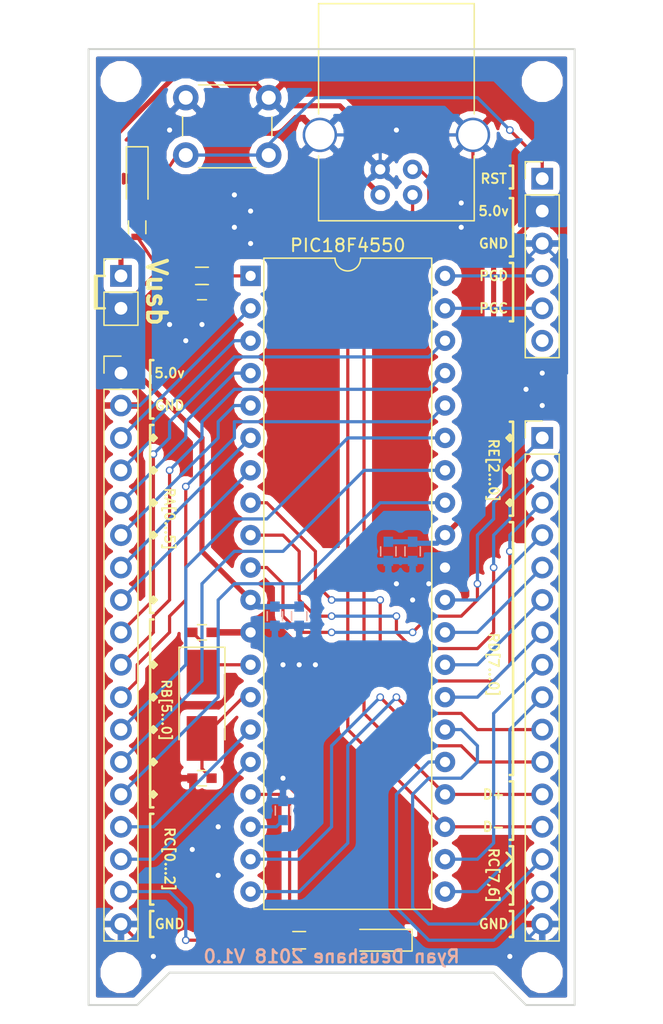
<source format=kicad_pcb>
(kicad_pcb (version 4) (host pcbnew 4.0.7)

  (general
    (links 78)
    (no_connects 0)
    (area 136.492857 75.964999 188.627143 156.675)
    (thickness 1.6)
    (drawings 147)
    (tracks 375)
    (zones 0)
    (modules 25)
    (nets 43)
  )

  (page A4)
  (layers
    (0 F.Cu signal)
    (31 B.Cu signal hide)
    (32 B.Adhes user)
    (33 F.Adhes user hide)
    (34 B.Paste user)
    (35 F.Paste user)
    (36 B.SilkS user)
    (37 F.SilkS user)
    (38 B.Mask user)
    (39 F.Mask user)
    (40 Dwgs.User user)
    (41 Cmts.User user)
    (42 Eco1.User user)
    (43 Eco2.User user)
    (44 Edge.Cuts user)
    (45 Margin user)
    (46 B.CrtYd user)
    (47 F.CrtYd user)
    (48 B.Fab user)
    (49 F.Fab user)
  )

  (setup
    (last_trace_width 0.25)
    (user_trace_width 0.4)
    (trace_clearance 0.2)
    (zone_clearance 0.508)
    (zone_45_only yes)
    (trace_min 0.2)
    (segment_width 0.2)
    (edge_width 0.15)
    (via_size 0.6)
    (via_drill 0.4)
    (via_min_size 0.4)
    (via_min_drill 0.3)
    (uvia_size 0.3)
    (uvia_drill 0.1)
    (uvias_allowed no)
    (uvia_min_size 0.2)
    (uvia_min_drill 0.1)
    (pcb_text_width 0.3)
    (pcb_text_size 1.5 1.5)
    (mod_edge_width 0.15)
    (mod_text_size 1 1)
    (mod_text_width 0.15)
    (pad_size 1.6 1.6)
    (pad_drill 0.8)
    (pad_to_mask_clearance 0.2)
    (aux_axis_origin 0 0)
    (visible_elements 7FFEFFFF)
    (pcbplotparams
      (layerselection 0x00030_80000001)
      (usegerberextensions false)
      (excludeedgelayer true)
      (linewidth 0.100000)
      (plotframeref false)
      (viasonmask false)
      (mode 1)
      (useauxorigin false)
      (hpglpennumber 1)
      (hpglpenspeed 20)
      (hpglpendiameter 15)
      (hpglpenoverlay 2)
      (psnegative false)
      (psa4output false)
      (plotreference true)
      (plotvalue true)
      (plotinvisibletext false)
      (padsonsilk false)
      (subtractmaskfromsilk false)
      (outputformat 1)
      (mirror false)
      (drillshape 1)
      (scaleselection 1)
      (outputdirectory ""))
  )

  (net 0 "")
  (net 1 "Net-(C1-Pad2)")
  (net 2 GND)
  (net 3 +5V)
  (net 4 "Net-(C9-Pad1)")
  (net 5 /RESET)
  (net 6 "Net-(C11-Pad1)")
  (net 7 "Net-(D2-Pad2)")
  (net 8 "Net-(J2-Pad1)")
  (net 9 /PGD)
  (net 10 /PGC)
  (net 11 "Net-(D3-Pad2)")
  (net 12 /D-)
  (net 13 /D+)
  (net 14 /RE2)
  (net 15 /RE1)
  (net 16 /RE0)
  (net 17 /RD7)
  (net 18 /RD6)
  (net 19 /RD5)
  (net 20 /RD4)
  (net 21 /RD3)
  (net 22 /RD2)
  (net 23 /RD1)
  (net 24 /RD0)
  (net 25 /PA0)
  (net 26 /PA1)
  (net 27 /PA2)
  (net 28 /PA3)
  (net 29 /PA4)
  (net 30 /PA5)
  (net 31 /PB0)
  (net 32 /PB1)
  (net 33 /PB2)
  (net 34 /PB3)
  (net 35 /PB4)
  (net 36 /PB5)
  (net 37 /RC7)
  (net 38 /RC6)
  (net 39 /RC0)
  (net 40 /RC1)
  (net 41 /RC2)
  (net 42 /NC)

  (net_class Default "This is the default net class."
    (clearance 0.2)
    (trace_width 0.25)
    (via_dia 0.6)
    (via_drill 0.4)
    (uvia_dia 0.3)
    (uvia_drill 0.1)
    (add_net +5V)
    (add_net /D+)
    (add_net /D-)
    (add_net /NC)
    (add_net /PA0)
    (add_net /PA1)
    (add_net /PA2)
    (add_net /PA3)
    (add_net /PA4)
    (add_net /PA5)
    (add_net /PB0)
    (add_net /PB1)
    (add_net /PB2)
    (add_net /PB3)
    (add_net /PB4)
    (add_net /PB5)
    (add_net /PGC)
    (add_net /PGD)
    (add_net /RC0)
    (add_net /RC1)
    (add_net /RC2)
    (add_net /RC6)
    (add_net /RC7)
    (add_net /RD0)
    (add_net /RD1)
    (add_net /RD2)
    (add_net /RD3)
    (add_net /RD4)
    (add_net /RD5)
    (add_net /RD6)
    (add_net /RD7)
    (add_net /RE0)
    (add_net /RE1)
    (add_net /RE2)
    (add_net /RESET)
    (add_net GND)
    (add_net "Net-(C1-Pad2)")
    (add_net "Net-(C11-Pad1)")
    (add_net "Net-(C9-Pad1)")
    (add_net "Net-(D2-Pad2)")
    (add_net "Net-(D3-Pad2)")
    (add_net "Net-(J2-Pad1)")
  )

  (module Mounting_Holes:MountingHole_2.2mm_M2 (layer F.Cu) (tedit 5AB9887A) (tstamp 5ABAC1AA)
    (at 146.05 152.4)
    (descr "Mounting Hole 2.2mm, no annular, M2")
    (tags "mounting hole 2.2mm no annular m2")
    (attr virtual)
    (fp_text reference "" (at 0 -3.2) (layer F.SilkS)
      (effects (font (size 1 1) (thickness 0.15)))
    )
    (fp_text value MountingHole_2.2mm_M2 (at 0 3.2) (layer F.Fab)
      (effects (font (size 1 1) (thickness 0.15)))
    )
    (fp_text user %R (at 0.3 0) (layer F.Fab)
      (effects (font (size 1 1) (thickness 0.15)))
    )
    (fp_circle (center 0 0) (end 2.2 0) (layer Cmts.User) (width 0.15))
    (fp_circle (center 0 0) (end 2.45 0) (layer F.CrtYd) (width 0.05))
    (pad 1 np_thru_hole circle (at 0 0) (size 2.2 2.2) (drill 2.2) (layers *.Cu *.Mask))
  )

  (module Mounting_Holes:MountingHole_2.2mm_M2 (layer F.Cu) (tedit 5AB9887F) (tstamp 5ABAC1A3)
    (at 179.07 152.4)
    (descr "Mounting Hole 2.2mm, no annular, M2")
    (tags "mounting hole 2.2mm no annular m2")
    (attr virtual)
    (fp_text reference "" (at 0 -3.2) (layer F.SilkS)
      (effects (font (size 1 1) (thickness 0.15)))
    )
    (fp_text value MountingHole_2.2mm_M2 (at 0 3.2) (layer F.Fab)
      (effects (font (size 1 1) (thickness 0.15)))
    )
    (fp_text user %R (at 0.3 0) (layer F.Fab)
      (effects (font (size 1 1) (thickness 0.15)))
    )
    (fp_circle (center 0 0) (end 2.2 0) (layer Cmts.User) (width 0.15))
    (fp_circle (center 0 0) (end 2.45 0) (layer F.CrtYd) (width 0.05))
    (pad 1 np_thru_hole circle (at 0 0) (size 2.2 2.2) (drill 2.2) (layers *.Cu *.Mask))
  )

  (module Mounting_Holes:MountingHole_2.2mm_M2 (layer F.Cu) (tedit 5AB9885F) (tstamp 5ABAC19C)
    (at 179.07 82.55)
    (descr "Mounting Hole 2.2mm, no annular, M2")
    (tags "mounting hole 2.2mm no annular m2")
    (attr virtual)
    (fp_text reference "" (at 0 -3.2) (layer F.SilkS)
      (effects (font (size 1 1) (thickness 0.15)))
    )
    (fp_text value MountingHole_2.2mm_M2 (at 0 3.2) (layer F.Fab)
      (effects (font (size 1 1) (thickness 0.15)))
    )
    (fp_text user %R (at 0.3 0) (layer F.Fab)
      (effects (font (size 1 1) (thickness 0.15)))
    )
    (fp_circle (center 0 0) (end 2.2 0) (layer Cmts.User) (width 0.15))
    (fp_circle (center 0 0) (end 2.45 0) (layer F.CrtYd) (width 0.05))
    (pad 1 np_thru_hole circle (at 0 0) (size 2.2 2.2) (drill 2.2) (layers *.Cu *.Mask))
  )

  (module Housings_DIP:DIP-40_W15.24mm (layer F.Cu) (tedit 5AB98896) (tstamp 5AAEDBAB)
    (at 156.21 97.79)
    (descr "40-lead dip package, row spacing 15.24 mm (600 mils)")
    (tags "DIL DIP PDIP 2.54mm 15.24mm 600mil")
    (path /5AAEDA14)
    (fp_text reference PIC18F4550 (at 7.62 -2.39) (layer F.SilkS)
      (effects (font (size 1 1) (thickness 0.15)))
    )
    (fp_text value PIC18LF4550-I/P (at 7.62 50.65) (layer F.Fab)
      (effects (font (size 1 1) (thickness 0.15)))
    )
    (fp_text user %R (at 7.62 24.13) (layer F.Fab)
      (effects (font (size 1 1) (thickness 0.15)))
    )
    (fp_line (start 1.255 -1.27) (end 14.985 -1.27) (layer F.Fab) (width 0.1))
    (fp_line (start 14.985 -1.27) (end 14.985 49.53) (layer F.Fab) (width 0.1))
    (fp_line (start 14.985 49.53) (end 0.255 49.53) (layer F.Fab) (width 0.1))
    (fp_line (start 0.255 49.53) (end 0.255 -0.27) (layer F.Fab) (width 0.1))
    (fp_line (start 0.255 -0.27) (end 1.255 -1.27) (layer F.Fab) (width 0.1))
    (fp_line (start 6.62 -1.39) (end 1.04 -1.39) (layer F.SilkS) (width 0.12))
    (fp_line (start 1.04 -1.39) (end 1.04 49.65) (layer F.SilkS) (width 0.12))
    (fp_line (start 1.04 49.65) (end 14.2 49.65) (layer F.SilkS) (width 0.12))
    (fp_line (start 14.2 49.65) (end 14.2 -1.39) (layer F.SilkS) (width 0.12))
    (fp_line (start 14.2 -1.39) (end 8.62 -1.39) (layer F.SilkS) (width 0.12))
    (fp_line (start -1.1 -1.6) (end -1.1 49.8) (layer F.CrtYd) (width 0.05))
    (fp_line (start -1.1 49.8) (end 16.3 49.8) (layer F.CrtYd) (width 0.05))
    (fp_line (start 16.3 49.8) (end 16.3 -1.6) (layer F.CrtYd) (width 0.05))
    (fp_line (start 16.3 -1.6) (end -1.1 -1.6) (layer F.CrtYd) (width 0.05))
    (fp_arc (start 7.62 -1.39) (end 6.62 -1.39) (angle -180) (layer F.SilkS) (width 0.12))
    (pad 1 thru_hole rect (at 0 0) (size 1.6 1.6) (drill 0.8) (layers *.Cu *.Mask)
      (net 5 /RESET))
    (pad 21 thru_hole oval (at 15.24 48.26) (size 1.6 1.6) (drill 0.8) (layers *.Cu *.Mask)
      (net 22 /RD2))
    (pad 2 thru_hole oval (at 0 2.54) (size 1.6 1.6) (drill 0.8) (layers *.Cu *.Mask)
      (net 25 /PA0))
    (pad 22 thru_hole oval (at 15.24 45.72) (size 1.6 1.6) (drill 0.8) (layers *.Cu *.Mask)
      (net 21 /RD3))
    (pad 3 thru_hole oval (at 0 5.08) (size 1.6 1.6) (drill 0.8) (layers *.Cu *.Mask)
      (net 26 /PA1))
    (pad 23 thru_hole oval (at 15.24 43.18) (size 1.6 1.6) (drill 0.8) (layers *.Cu *.Mask)
      (net 12 /D-))
    (pad 4 thru_hole oval (at 0 7.62) (size 1.6 1.6) (drill 0.8) (layers *.Cu *.Mask)
      (net 27 /PA2))
    (pad 24 thru_hole oval (at 15.24 40.64) (size 1.6 1.6) (drill 0.8) (layers *.Cu *.Mask)
      (net 13 /D+))
    (pad 5 thru_hole oval (at 0 10.16) (size 1.6 1.6) (drill 0.8) (layers *.Cu *.Mask)
      (net 28 /PA3))
    (pad 25 thru_hole oval (at 15.24 38.1) (size 1.6 1.6) (drill 0.8) (layers *.Cu *.Mask)
      (net 38 /RC6))
    (pad 6 thru_hole oval (at 0 12.7) (size 1.6 1.6) (drill 0.8) (layers *.Cu *.Mask)
      (net 29 /PA4))
    (pad 26 thru_hole oval (at 15.24 35.56) (size 1.6 1.6) (drill 0.8) (layers *.Cu *.Mask)
      (net 37 /RC7))
    (pad 7 thru_hole oval (at 0 15.24) (size 1.6 1.6) (drill 0.8) (layers *.Cu *.Mask)
      (net 30 /PA5))
    (pad 27 thru_hole oval (at 15.24 33.02) (size 1.6 1.6) (drill 0.8) (layers *.Cu *.Mask)
      (net 20 /RD4))
    (pad 8 thru_hole oval (at 0 17.78) (size 1.6 1.6) (drill 0.8) (layers *.Cu *.Mask)
      (net 16 /RE0))
    (pad 28 thru_hole oval (at 15.24 30.48) (size 1.6 1.6) (drill 0.8) (layers *.Cu *.Mask)
      (net 19 /RD5))
    (pad 9 thru_hole oval (at 0 20.32) (size 1.6 1.6) (drill 0.8) (layers *.Cu *.Mask)
      (net 15 /RE1))
    (pad 29 thru_hole oval (at 15.24 27.94) (size 1.6 1.6) (drill 0.8) (layers *.Cu *.Mask)
      (net 18 /RD6))
    (pad 10 thru_hole oval (at 0 22.86) (size 1.6 1.6) (drill 0.8) (layers *.Cu *.Mask)
      (net 14 /RE2))
    (pad 30 thru_hole oval (at 15.24 25.4) (size 1.6 1.6) (drill 0.8) (layers *.Cu *.Mask)
      (net 17 /RD7))
    (pad 11 thru_hole oval (at 0 25.4) (size 1.6 1.6) (drill 0.8) (layers *.Cu *.Mask)
      (net 3 +5V) (zone_connect 2))
    (pad 31 thru_hole oval (at 15.24 22.86) (size 1.6 1.6) (drill 0.8) (layers *.Cu *.Mask)
      (net 2 GND) (zone_connect 2))
    (pad 12 thru_hole oval (at 0 27.94) (size 1.6 1.6) (drill 0.8) (layers *.Cu *.Mask)
      (net 2 GND) (zone_connect 2))
    (pad 32 thru_hole oval (at 15.24 20.32) (size 1.6 1.6) (drill 0.8) (layers *.Cu *.Mask)
      (net 3 +5V) (zone_connect 2))
    (pad 13 thru_hole oval (at 0 30.48) (size 1.6 1.6) (drill 0.8) (layers *.Cu *.Mask)
      (net 4 "Net-(C9-Pad1)"))
    (pad 33 thru_hole oval (at 15.24 17.78) (size 1.6 1.6) (drill 0.8) (layers *.Cu *.Mask)
      (net 31 /PB0))
    (pad 14 thru_hole oval (at 0 33.02) (size 1.6 1.6) (drill 0.8) (layers *.Cu *.Mask)
      (net 6 "Net-(C11-Pad1)"))
    (pad 34 thru_hole oval (at 15.24 15.24) (size 1.6 1.6) (drill 0.8) (layers *.Cu *.Mask)
      (net 32 /PB1))
    (pad 15 thru_hole oval (at 0 35.56) (size 1.6 1.6) (drill 0.8) (layers *.Cu *.Mask)
      (net 39 /RC0))
    (pad 35 thru_hole oval (at 15.24 12.7) (size 1.6 1.6) (drill 0.8) (layers *.Cu *.Mask)
      (net 33 /PB2))
    (pad 16 thru_hole oval (at 0 38.1) (size 1.6 1.6) (drill 0.8) (layers *.Cu *.Mask)
      (net 40 /RC1))
    (pad 36 thru_hole oval (at 15.24 10.16) (size 1.6 1.6) (drill 0.8) (layers *.Cu *.Mask)
      (net 34 /PB3))
    (pad 17 thru_hole oval (at 0 40.64) (size 1.6 1.6) (drill 0.8) (layers *.Cu *.Mask)
      (net 41 /RC2))
    (pad 37 thru_hole oval (at 15.24 7.62) (size 1.6 1.6) (drill 0.8) (layers *.Cu *.Mask)
      (net 35 /PB4))
    (pad 18 thru_hole oval (at 0 43.18) (size 1.6 1.6) (drill 0.8) (layers *.Cu *.Mask)
      (net 1 "Net-(C1-Pad2)"))
    (pad 38 thru_hole oval (at 15.24 5.08) (size 1.6 1.6) (drill 0.8) (layers *.Cu *.Mask)
      (net 36 /PB5))
    (pad 19 thru_hole oval (at 0 45.72) (size 1.6 1.6) (drill 0.8) (layers *.Cu *.Mask)
      (net 24 /RD0))
    (pad 39 thru_hole oval (at 15.24 2.54) (size 1.6 1.6) (drill 0.8) (layers *.Cu *.Mask)
      (net 10 /PGC))
    (pad 20 thru_hole oval (at 0 48.26) (size 1.6 1.6) (drill 0.8) (layers *.Cu *.Mask)
      (net 23 /RD1))
    (pad 40 thru_hole oval (at 15.24 0) (size 1.6 1.6) (drill 0.8) (layers *.Cu *.Mask)
      (net 9 /PGD))
    (model ${KISYS3DMOD}/Housings_DIP.3dshapes/DIP-40_W15.24mm.wrl
      (at (xyz 0 0 0))
      (scale (xyz 1 1 1))
      (rotate (xyz 0 0 0))
    )
  )

  (module Connectors:USB_B (layer F.Cu) (tedit 5AB98BB6) (tstamp 5AB56D27)
    (at 166.37 91.44 90)
    (descr "USB B connector")
    (tags "USB_B USB_DEV")
    (path /5AB60892)
    (fp_text reference J3 (at 10.16 1.27 180) (layer F.SilkS) hide
      (effects (font (size 1 1) (thickness 0.15)))
    )
    (fp_text value USB_B (at 4.7 1.27 180) (layer F.Fab)
      (effects (font (size 1 1) (thickness 0.15)))
    )
    (fp_line (start 15.25 8.9) (end -2.3 8.9) (layer F.CrtYd) (width 0.05))
    (fp_line (start -2.3 8.9) (end -2.3 -6.35) (layer F.CrtYd) (width 0.05))
    (fp_line (start -2.3 -6.35) (end 15.25 -6.35) (layer F.CrtYd) (width 0.05))
    (fp_line (start 15.25 -6.35) (end 15.25 8.9) (layer F.CrtYd) (width 0.05))
    (fp_line (start 6.35 7.37) (end 14.99 7.37) (layer F.SilkS) (width 0.12))
    (fp_line (start -2.03 7.37) (end 3.05 7.37) (layer F.SilkS) (width 0.12))
    (fp_line (start 6.35 -4.83) (end 14.99 -4.83) (layer F.SilkS) (width 0.12))
    (fp_line (start -2.03 -4.83) (end 3.05 -4.83) (layer F.SilkS) (width 0.12))
    (fp_line (start 14.99 -4.83) (end 14.99 7.37) (layer F.SilkS) (width 0.12))
    (fp_line (start -2.03 7.37) (end -2.03 -4.83) (layer F.SilkS) (width 0.12))
    (pad 2 thru_hole circle (at 0 2.54) (size 1.52 1.52) (drill 0.81) (layers *.Cu *.Mask)
      (net 12 /D-))
    (pad 1 thru_hole circle (at 0 0) (size 1.52 1.52) (drill 0.81) (layers *.Cu *.Mask)
      (net 8 "Net-(J2-Pad1)"))
    (pad 4 thru_hole circle (at 2 0) (size 1.52 1.52) (drill 0.81) (layers *.Cu *.Mask)
      (net 2 GND))
    (pad 3 thru_hole circle (at 2 2.54) (size 1.52 1.52) (drill 0.81) (layers *.Cu *.Mask)
      (net 13 /D+))
    (pad 5 thru_hole circle (at 4.7 7.27) (size 2.7 2.7) (drill 2.3) (layers *.Cu *.Mask)
      (net 2 GND))
    (pad 5 thru_hole circle (at 4.7 -4.73) (size 2.7 2.7) (drill 2.3) (layers *.Cu *.Mask)
      (net 2 GND))
    (model ${KISYS3DMOD}/Connectors.3dshapes/USB_B.wrl
      (at (xyz 0.18 -0.05 0))
      (scale (xyz 0.39 0.39 0.39))
      (rotate (xyz 0 0 -90))
    )
  )

  (module Pin_Headers:Pin_Header_Straight_1x02_Pitch2.54mm (layer F.Cu) (tedit 5AB98B7D) (tstamp 5AB56EF8)
    (at 146.05 97.79)
    (descr "Through hole straight pin header, 1x02, 2.54mm pitch, single row")
    (tags "Through hole pin header THT 1x02 2.54mm single row")
    (path /5AB6575D)
    (fp_text reference J2 (at 0 -2.33) (layer F.SilkS) hide
      (effects (font (size 1 1) (thickness 0.15)))
    )
    (fp_text value Conn_01x02_Male (at 0 4.87) (layer F.Fab)
      (effects (font (size 1 1) (thickness 0.15)))
    )
    (fp_line (start -0.635 -1.27) (end 1.27 -1.27) (layer F.Fab) (width 0.1))
    (fp_line (start 1.27 -1.27) (end 1.27 3.81) (layer F.Fab) (width 0.1))
    (fp_line (start 1.27 3.81) (end -1.27 3.81) (layer F.Fab) (width 0.1))
    (fp_line (start -1.27 3.81) (end -1.27 -0.635) (layer F.Fab) (width 0.1))
    (fp_line (start -1.27 -0.635) (end -0.635 -1.27) (layer F.Fab) (width 0.1))
    (fp_line (start -1.33 3.87) (end 1.33 3.87) (layer F.SilkS) (width 0.12))
    (fp_line (start -1.33 1.27) (end -1.33 3.87) (layer F.SilkS) (width 0.12))
    (fp_line (start 1.33 1.27) (end 1.33 3.87) (layer F.SilkS) (width 0.12))
    (fp_line (start -1.33 1.27) (end 1.33 1.27) (layer F.SilkS) (width 0.12))
    (fp_line (start -1.33 0) (end -1.33 -1.33) (layer F.SilkS) (width 0.12))
    (fp_line (start -1.33 -1.33) (end 0 -1.33) (layer F.SilkS) (width 0.12))
    (fp_line (start -1.8 -1.8) (end -1.8 4.35) (layer F.CrtYd) (width 0.05))
    (fp_line (start -1.8 4.35) (end 1.8 4.35) (layer F.CrtYd) (width 0.05))
    (fp_line (start 1.8 4.35) (end 1.8 -1.8) (layer F.CrtYd) (width 0.05))
    (fp_line (start 1.8 -1.8) (end -1.8 -1.8) (layer F.CrtYd) (width 0.05))
    (fp_text user %R (at 0 1.27 90) (layer F.Fab)
      (effects (font (size 1 1) (thickness 0.15)))
    )
    (pad 1 thru_hole rect (at 0 0) (size 1.7 1.7) (drill 1) (layers *.Cu *.Mask)
      (net 8 "Net-(J2-Pad1)"))
    (pad 2 thru_hole oval (at 0 2.54) (size 1.7 1.7) (drill 1) (layers *.Cu *.Mask)
      (net 3 +5V) (zone_connect 2))
    (model ${KISYS3DMOD}/Pin_Headers.3dshapes/Pin_Header_Straight_1x02_Pitch2.54mm.wrl
      (at (xyz 0 0 0))
      (scale (xyz 1 1 1))
      (rotate (xyz 0 0 0))
    )
  )

  (module Socket_Strips:Socket_Strip_Straight_1x18_Pitch2.54mm (layer F.Cu) (tedit 5AB98B80) (tstamp 5AB69566)
    (at 146.05 105.41)
    (descr "Through hole straight socket strip, 1x18, 2.54mm pitch, single row")
    (tags "Through hole socket strip THT 1x18 2.54mm single row")
    (path /5AB6B979)
    (fp_text reference J1 (at 0 -2.33) (layer F.SilkS) hide
      (effects (font (size 1 1) (thickness 0.15)))
    )
    (fp_text value Conn_01x18_Female (at 0 45.51) (layer F.Fab)
      (effects (font (size 1 1) (thickness 0.15)))
    )
    (fp_line (start -1.27 -1.27) (end -1.27 44.45) (layer F.Fab) (width 0.1))
    (fp_line (start -1.27 44.45) (end 1.27 44.45) (layer F.Fab) (width 0.1))
    (fp_line (start 1.27 44.45) (end 1.27 -1.27) (layer F.Fab) (width 0.1))
    (fp_line (start 1.27 -1.27) (end -1.27 -1.27) (layer F.Fab) (width 0.1))
    (fp_line (start -1.33 1.27) (end -1.33 44.51) (layer F.SilkS) (width 0.12))
    (fp_line (start -1.33 44.51) (end 1.33 44.51) (layer F.SilkS) (width 0.12))
    (fp_line (start 1.33 44.51) (end 1.33 1.27) (layer F.SilkS) (width 0.12))
    (fp_line (start 1.33 1.27) (end -1.33 1.27) (layer F.SilkS) (width 0.12))
    (fp_line (start -1.33 0) (end -1.33 -1.33) (layer F.SilkS) (width 0.12))
    (fp_line (start -1.33 -1.33) (end 0 -1.33) (layer F.SilkS) (width 0.12))
    (fp_line (start -1.8 -1.8) (end -1.8 44.95) (layer F.CrtYd) (width 0.05))
    (fp_line (start -1.8 44.95) (end 1.8 44.95) (layer F.CrtYd) (width 0.05))
    (fp_line (start 1.8 44.95) (end 1.8 -1.8) (layer F.CrtYd) (width 0.05))
    (fp_line (start 1.8 -1.8) (end -1.8 -1.8) (layer F.CrtYd) (width 0.05))
    (fp_text user %R (at 0 -2.33) (layer F.Fab)
      (effects (font (size 1 1) (thickness 0.15)))
    )
    (pad 1 thru_hole rect (at 0 0) (size 1.7 1.7) (drill 1) (layers *.Cu *.Mask)
      (net 3 +5V) (zone_connect 2))
    (pad 2 thru_hole oval (at 0 2.54) (size 1.7 1.7) (drill 1) (layers *.Cu *.Mask)
      (net 2 GND))
    (pad 3 thru_hole oval (at 0 5.08) (size 1.7 1.7) (drill 1) (layers *.Cu *.Mask)
      (net 25 /PA0))
    (pad 4 thru_hole oval (at 0 7.62) (size 1.7 1.7) (drill 1) (layers *.Cu *.Mask)
      (net 26 /PA1))
    (pad 5 thru_hole oval (at 0 10.16) (size 1.7 1.7) (drill 1) (layers *.Cu *.Mask)
      (net 27 /PA2))
    (pad 6 thru_hole oval (at 0 12.7) (size 1.7 1.7) (drill 1) (layers *.Cu *.Mask)
      (net 28 /PA3))
    (pad 7 thru_hole oval (at 0 15.24) (size 1.7 1.7) (drill 1) (layers *.Cu *.Mask)
      (net 29 /PA4))
    (pad 8 thru_hole oval (at 0 17.78) (size 1.7 1.7) (drill 1) (layers *.Cu *.Mask)
      (net 30 /PA5))
    (pad 9 thru_hole oval (at 0 20.32) (size 1.7 1.7) (drill 1) (layers *.Cu *.Mask)
      (net 36 /PB5))
    (pad 10 thru_hole oval (at 0 22.86) (size 1.7 1.7) (drill 1) (layers *.Cu *.Mask)
      (net 35 /PB4))
    (pad 11 thru_hole oval (at 0 25.4) (size 1.7 1.7) (drill 1) (layers *.Cu *.Mask)
      (net 34 /PB3))
    (pad 12 thru_hole oval (at 0 27.94) (size 1.7 1.7) (drill 1) (layers *.Cu *.Mask)
      (net 33 /PB2))
    (pad 13 thru_hole oval (at 0 30.48) (size 1.7 1.7) (drill 1) (layers *.Cu *.Mask)
      (net 32 /PB1))
    (pad 14 thru_hole oval (at 0 33.02) (size 1.7 1.7) (drill 1) (layers *.Cu *.Mask)
      (net 31 /PB0))
    (pad 15 thru_hole oval (at 0 35.56) (size 1.7 1.7) (drill 1) (layers *.Cu *.Mask)
      (net 39 /RC0))
    (pad 16 thru_hole oval (at 0 38.1) (size 1.7 1.7) (drill 1) (layers *.Cu *.Mask)
      (net 40 /RC1))
    (pad 17 thru_hole oval (at 0 40.64) (size 1.7 1.7) (drill 1) (layers *.Cu *.Mask)
      (net 41 /RC2))
    (pad 18 thru_hole oval (at 0 43.18) (size 1.7 1.7) (drill 1) (layers *.Cu *.Mask)
      (net 2 GND))
    (model ${KISYS3DMOD}/Socket_Strips.3dshapes/Socket_Strip_Straight_1x18_Pitch2.54mm.wrl
      (at (xyz 0 -0.85 0))
      (scale (xyz 1 1 1))
      (rotate (xyz 0 0 270))
    )
  )

  (module Capacitors_SMD:C_0603 (layer B.Cu) (tedit 5AB99F92) (tstamp 5AAEDB29)
    (at 158.75 139.7 270)
    (descr "Capacitor SMD 0603, reflow soldering, AVX (see smccp.pdf)")
    (tags "capacitor 0603")
    (path /5AAEEBAB)
    (attr smd)
    (fp_text reference C1 (at -2.54 0 360) (layer B.SilkS) hide
      (effects (font (size 1 1) (thickness 0.15)) (justify mirror))
    )
    (fp_text value 1.0u (at 0 -1.5 270) (layer B.Fab)
      (effects (font (size 1 1) (thickness 0.15)) (justify mirror))
    )
    (fp_line (start 1.4 -0.65) (end -1.4 -0.65) (layer B.CrtYd) (width 0.05))
    (fp_line (start 1.4 -0.65) (end 1.4 0.65) (layer B.CrtYd) (width 0.05))
    (fp_line (start -1.4 0.65) (end -1.4 -0.65) (layer B.CrtYd) (width 0.05))
    (fp_line (start -1.4 0.65) (end 1.4 0.65) (layer B.CrtYd) (width 0.05))
    (fp_line (start 0.35 -0.6) (end -0.35 -0.6) (layer B.SilkS) (width 0.12))
    (fp_line (start -0.35 0.6) (end 0.35 0.6) (layer B.SilkS) (width 0.12))
    (fp_line (start -0.8 0.4) (end 0.8 0.4) (layer B.Fab) (width 0.1))
    (fp_line (start 0.8 0.4) (end 0.8 -0.4) (layer B.Fab) (width 0.1))
    (fp_line (start 0.8 -0.4) (end -0.8 -0.4) (layer B.Fab) (width 0.1))
    (fp_line (start -0.8 -0.4) (end -0.8 0.4) (layer B.Fab) (width 0.1))
    (fp_text user %R (at 0 0 270) (layer B.Fab)
      (effects (font (size 0.3 0.3) (thickness 0.075)) (justify mirror))
    )
    (pad 2 smd rect (at 0.75 0 270) (size 0.8 0.75) (layers B.Cu B.Paste B.Mask)
      (net 1 "Net-(C1-Pad2)"))
    (pad 1 smd rect (at -0.75 0 270) (size 0.8 0.75) (layers B.Cu B.Paste B.Mask)
      (net 2 GND))
    (model Capacitors_SMD.3dshapes/C_0603.wrl
      (at (xyz 0 0 0))
      (scale (xyz 1 1 1))
      (rotate (xyz 0 0 0))
    )
  )

  (module Capacitors_SMD:C_0603 (layer F.Cu) (tedit 5AB98BAC) (tstamp 5AAEDB2F)
    (at 152.4 99.06 180)
    (descr "Capacitor SMD 0603, reflow soldering, AVX (see smccp.pdf)")
    (tags "capacitor 0603")
    (path /5AAEF78D)
    (attr smd)
    (fp_text reference C2 (at -1.27 -1.27 180) (layer F.SilkS) hide
      (effects (font (size 1 1) (thickness 0.15)))
    )
    (fp_text value 1.0u (at 0 1.5 180) (layer F.Fab)
      (effects (font (size 1 1) (thickness 0.15)))
    )
    (fp_line (start 1.4 0.65) (end -1.4 0.65) (layer F.CrtYd) (width 0.05))
    (fp_line (start 1.4 0.65) (end 1.4 -0.65) (layer F.CrtYd) (width 0.05))
    (fp_line (start -1.4 -0.65) (end -1.4 0.65) (layer F.CrtYd) (width 0.05))
    (fp_line (start -1.4 -0.65) (end 1.4 -0.65) (layer F.CrtYd) (width 0.05))
    (fp_line (start 0.35 0.6) (end -0.35 0.6) (layer F.SilkS) (width 0.12))
    (fp_line (start -0.35 -0.6) (end 0.35 -0.6) (layer F.SilkS) (width 0.12))
    (fp_line (start -0.8 -0.4) (end 0.8 -0.4) (layer F.Fab) (width 0.1))
    (fp_line (start 0.8 -0.4) (end 0.8 0.4) (layer F.Fab) (width 0.1))
    (fp_line (start 0.8 0.4) (end -0.8 0.4) (layer F.Fab) (width 0.1))
    (fp_line (start -0.8 0.4) (end -0.8 -0.4) (layer F.Fab) (width 0.1))
    (fp_text user %R (at 0 0 180) (layer F.Fab)
      (effects (font (size 0.3 0.3) (thickness 0.075)))
    )
    (pad 2 smd rect (at 0.75 0 180) (size 0.8 0.75) (layers F.Cu F.Paste F.Mask)
      (net 2 GND))
    (pad 1 smd rect (at -0.75 0 180) (size 0.8 0.75) (layers F.Cu F.Paste F.Mask)
      (net 5 /RESET))
    (model Capacitors_SMD.3dshapes/C_0603.wrl
      (at (xyz 0 0 0))
      (scale (xyz 1 1 1))
      (rotate (xyz 0 0 0))
    )
  )

  (module Capacitors_SMD:C_0603 (layer B.Cu) (tedit 5AB98BE0) (tstamp 5AAEDB41)
    (at 158.115 124.46 270)
    (descr "Capacitor SMD 0603, reflow soldering, AVX (see smccp.pdf)")
    (tags "capacitor 0603")
    (path /5AAEE2CC)
    (attr smd)
    (fp_text reference C5 (at 2.54 -0.635 360) (layer B.SilkS) hide
      (effects (font (size 1 1) (thickness 0.15)) (justify mirror))
    )
    (fp_text value 100N (at 0 -1.5 270) (layer B.Fab)
      (effects (font (size 1 1) (thickness 0.15)) (justify mirror))
    )
    (fp_line (start 1.4 -0.65) (end -1.4 -0.65) (layer B.CrtYd) (width 0.05))
    (fp_line (start 1.4 -0.65) (end 1.4 0.65) (layer B.CrtYd) (width 0.05))
    (fp_line (start -1.4 0.65) (end -1.4 -0.65) (layer B.CrtYd) (width 0.05))
    (fp_line (start -1.4 0.65) (end 1.4 0.65) (layer B.CrtYd) (width 0.05))
    (fp_line (start 0.35 -0.6) (end -0.35 -0.6) (layer B.SilkS) (width 0.12))
    (fp_line (start -0.35 0.6) (end 0.35 0.6) (layer B.SilkS) (width 0.12))
    (fp_line (start -0.8 0.4) (end 0.8 0.4) (layer B.Fab) (width 0.1))
    (fp_line (start 0.8 0.4) (end 0.8 -0.4) (layer B.Fab) (width 0.1))
    (fp_line (start 0.8 -0.4) (end -0.8 -0.4) (layer B.Fab) (width 0.1))
    (fp_line (start -0.8 -0.4) (end -0.8 0.4) (layer B.Fab) (width 0.1))
    (fp_text user %R (at 0 0 270) (layer B.Fab)
      (effects (font (size 0.3 0.3) (thickness 0.075)) (justify mirror))
    )
    (pad 2 smd rect (at 0.75 0 270) (size 0.8 0.75) (layers B.Cu B.Paste B.Mask)
      (net 2 GND))
    (pad 1 smd rect (at -0.75 0 270) (size 0.8 0.75) (layers B.Cu B.Paste B.Mask)
      (net 3 +5V))
    (model Capacitors_SMD.3dshapes/C_0603.wrl
      (at (xyz 0 0 0))
      (scale (xyz 1 1 1))
      (rotate (xyz 0 0 0))
    )
  )

  (module Capacitors_SMD:C_0603 (layer B.Cu) (tedit 5AB98BEB) (tstamp 5AAEDB47)
    (at 168.91 119.38 90)
    (descr "Capacitor SMD 0603, reflow soldering, AVX (see smccp.pdf)")
    (tags "capacitor 0603")
    (path /5AAEE301)
    (attr smd)
    (fp_text reference C6 (at 2.54 0 180) (layer B.SilkS) hide
      (effects (font (size 1 1) (thickness 0.15)) (justify mirror))
    )
    (fp_text value 100N (at 0 -1.5 90) (layer B.Fab)
      (effects (font (size 1 1) (thickness 0.15)) (justify mirror))
    )
    (fp_line (start 1.4 -0.65) (end -1.4 -0.65) (layer B.CrtYd) (width 0.05))
    (fp_line (start 1.4 -0.65) (end 1.4 0.65) (layer B.CrtYd) (width 0.05))
    (fp_line (start -1.4 0.65) (end -1.4 -0.65) (layer B.CrtYd) (width 0.05))
    (fp_line (start -1.4 0.65) (end 1.4 0.65) (layer B.CrtYd) (width 0.05))
    (fp_line (start 0.35 -0.6) (end -0.35 -0.6) (layer B.SilkS) (width 0.12))
    (fp_line (start -0.35 0.6) (end 0.35 0.6) (layer B.SilkS) (width 0.12))
    (fp_line (start -0.8 0.4) (end 0.8 0.4) (layer B.Fab) (width 0.1))
    (fp_line (start 0.8 0.4) (end 0.8 -0.4) (layer B.Fab) (width 0.1))
    (fp_line (start 0.8 -0.4) (end -0.8 -0.4) (layer B.Fab) (width 0.1))
    (fp_line (start -0.8 -0.4) (end -0.8 0.4) (layer B.Fab) (width 0.1))
    (fp_text user %R (at 0 0 90) (layer B.Fab)
      (effects (font (size 0.3 0.3) (thickness 0.075)) (justify mirror))
    )
    (pad 2 smd rect (at 0.75 0 90) (size 0.8 0.75) (layers B.Cu B.Paste B.Mask)
      (net 3 +5V))
    (pad 1 smd rect (at -0.75 0 90) (size 0.8 0.75) (layers B.Cu B.Paste B.Mask)
      (net 2 GND))
    (model Capacitors_SMD.3dshapes/C_0603.wrl
      (at (xyz 0 0 0))
      (scale (xyz 1 1 1))
      (rotate (xyz 0 0 0))
    )
  )

  (module Capacitors_SMD:C_0603 (layer B.Cu) (tedit 5AB98BE7) (tstamp 5AAEDB4D)
    (at 160.02 124.46 270)
    (descr "Capacitor SMD 0603, reflow soldering, AVX (see smccp.pdf)")
    (tags "capacitor 0603")
    (path /5AAEE15C)
    (attr smd)
    (fp_text reference C7 (at 2.54 -1.27 360) (layer B.SilkS) hide
      (effects (font (size 1 1) (thickness 0.15)) (justify mirror))
    )
    (fp_text value 1.0u (at 0 -1.5 270) (layer B.Fab)
      (effects (font (size 1 1) (thickness 0.15)) (justify mirror))
    )
    (fp_line (start 1.4 -0.65) (end -1.4 -0.65) (layer B.CrtYd) (width 0.05))
    (fp_line (start 1.4 -0.65) (end 1.4 0.65) (layer B.CrtYd) (width 0.05))
    (fp_line (start -1.4 0.65) (end -1.4 -0.65) (layer B.CrtYd) (width 0.05))
    (fp_line (start -1.4 0.65) (end 1.4 0.65) (layer B.CrtYd) (width 0.05))
    (fp_line (start 0.35 -0.6) (end -0.35 -0.6) (layer B.SilkS) (width 0.12))
    (fp_line (start -0.35 0.6) (end 0.35 0.6) (layer B.SilkS) (width 0.12))
    (fp_line (start -0.8 0.4) (end 0.8 0.4) (layer B.Fab) (width 0.1))
    (fp_line (start 0.8 0.4) (end 0.8 -0.4) (layer B.Fab) (width 0.1))
    (fp_line (start 0.8 -0.4) (end -0.8 -0.4) (layer B.Fab) (width 0.1))
    (fp_line (start -0.8 -0.4) (end -0.8 0.4) (layer B.Fab) (width 0.1))
    (fp_text user %R (at 0 0 270) (layer B.Fab)
      (effects (font (size 0.3 0.3) (thickness 0.075)) (justify mirror))
    )
    (pad 2 smd rect (at 0.75 0 270) (size 0.8 0.75) (layers B.Cu B.Paste B.Mask)
      (net 2 GND))
    (pad 1 smd rect (at -0.75 0 270) (size 0.8 0.75) (layers B.Cu B.Paste B.Mask)
      (net 3 +5V))
    (model Capacitors_SMD.3dshapes/C_0603.wrl
      (at (xyz 0 0 0))
      (scale (xyz 1 1 1))
      (rotate (xyz 0 0 0))
    )
  )

  (module Capacitors_SMD:C_0603 (layer B.Cu) (tedit 5AB98BEE) (tstamp 5AAEDB53)
    (at 167.005 119.38 90)
    (descr "Capacitor SMD 0603, reflow soldering, AVX (see smccp.pdf)")
    (tags "capacitor 0603")
    (path /5AAEE1E8)
    (attr smd)
    (fp_text reference C8 (at 2.54 -0.635 180) (layer B.SilkS) hide
      (effects (font (size 1 1) (thickness 0.15)) (justify mirror))
    )
    (fp_text value 1.0u (at -1.27 -1.905 90) (layer B.Fab)
      (effects (font (size 1 1) (thickness 0.15)) (justify mirror))
    )
    (fp_line (start 1.4 -0.65) (end -1.4 -0.65) (layer B.CrtYd) (width 0.05))
    (fp_line (start 1.4 -0.65) (end 1.4 0.65) (layer B.CrtYd) (width 0.05))
    (fp_line (start -1.4 0.65) (end -1.4 -0.65) (layer B.CrtYd) (width 0.05))
    (fp_line (start -1.4 0.65) (end 1.4 0.65) (layer B.CrtYd) (width 0.05))
    (fp_line (start 0.35 -0.6) (end -0.35 -0.6) (layer B.SilkS) (width 0.12))
    (fp_line (start -0.35 0.6) (end 0.35 0.6) (layer B.SilkS) (width 0.12))
    (fp_line (start -0.8 0.4) (end 0.8 0.4) (layer B.Fab) (width 0.1))
    (fp_line (start 0.8 0.4) (end 0.8 -0.4) (layer B.Fab) (width 0.1))
    (fp_line (start 0.8 -0.4) (end -0.8 -0.4) (layer B.Fab) (width 0.1))
    (fp_line (start -0.8 -0.4) (end -0.8 0.4) (layer B.Fab) (width 0.1))
    (fp_text user %R (at 0 0 90) (layer B.Fab)
      (effects (font (size 0.3 0.3) (thickness 0.075)) (justify mirror))
    )
    (pad 2 smd rect (at 0.75 0 90) (size 0.8 0.75) (layers B.Cu B.Paste B.Mask)
      (net 3 +5V))
    (pad 1 smd rect (at -0.75 0 90) (size 0.8 0.75) (layers B.Cu B.Paste B.Mask)
      (net 2 GND))
    (model Capacitors_SMD.3dshapes/C_0603.wrl
      (at (xyz 0 0 0))
      (scale (xyz 1 1 1))
      (rotate (xyz 0 0 0))
    )
  )

  (module Capacitors_SMD:C_0603 (layer F.Cu) (tedit 5AB98BCC) (tstamp 5AAEDB59)
    (at 152.4 125.73)
    (descr "Capacitor SMD 0603, reflow soldering, AVX (see smccp.pdf)")
    (tags "capacitor 0603")
    (path /5AAF00BE)
    (attr smd)
    (fp_text reference C9 (at 0 -1.5) (layer F.SilkS) hide
      (effects (font (size 1 1) (thickness 0.15)))
    )
    (fp_text value 22p (at 0 1.5) (layer F.Fab)
      (effects (font (size 1 1) (thickness 0.15)))
    )
    (fp_line (start 1.4 0.65) (end -1.4 0.65) (layer F.CrtYd) (width 0.05))
    (fp_line (start 1.4 0.65) (end 1.4 -0.65) (layer F.CrtYd) (width 0.05))
    (fp_line (start -1.4 -0.65) (end -1.4 0.65) (layer F.CrtYd) (width 0.05))
    (fp_line (start -1.4 -0.65) (end 1.4 -0.65) (layer F.CrtYd) (width 0.05))
    (fp_line (start 0.35 0.6) (end -0.35 0.6) (layer F.SilkS) (width 0.12))
    (fp_line (start -0.35 -0.6) (end 0.35 -0.6) (layer F.SilkS) (width 0.12))
    (fp_line (start -0.8 -0.4) (end 0.8 -0.4) (layer F.Fab) (width 0.1))
    (fp_line (start 0.8 -0.4) (end 0.8 0.4) (layer F.Fab) (width 0.1))
    (fp_line (start 0.8 0.4) (end -0.8 0.4) (layer F.Fab) (width 0.1))
    (fp_line (start -0.8 0.4) (end -0.8 -0.4) (layer F.Fab) (width 0.1))
    (fp_text user %R (at 0 0) (layer F.Fab)
      (effects (font (size 0.3 0.3) (thickness 0.075)))
    )
    (pad 2 smd rect (at 0.75 0) (size 0.8 0.75) (layers F.Cu F.Paste F.Mask)
      (net 2 GND))
    (pad 1 smd rect (at -0.75 0) (size 0.8 0.75) (layers F.Cu F.Paste F.Mask)
      (net 4 "Net-(C9-Pad1)"))
    (model Capacitors_SMD.3dshapes/C_0603.wrl
      (at (xyz 0 0 0))
      (scale (xyz 1 1 1))
      (rotate (xyz 0 0 0))
    )
  )

  (module Crystals:Crystal_SMD_5032-2pin_5.0x3.2mm_HandSoldering (layer F.Cu) (tedit 5AB98E59) (tstamp 5AAEDBB1)
    (at 152.4 131.445 270)
    (descr "SMD Crystal SERIES SMD2520/2 http://www.icbase.com/File/PDF/HKC/HKC00061008.pdf, hand-soldering, 5.0x3.2mm^2 package")
    (tags "SMD SMT crystal hand-soldering")
    (path /5AAF0232)
    (attr smd)
    (fp_text reference Y1 (at -0.127 -0.508 270) (layer F.SilkS) hide
      (effects (font (size 1 1) (thickness 0.15)))
    )
    (fp_text value 20Mhz (at 0 2.8 270) (layer F.Fab)
      (effects (font (size 1 1) (thickness 0.15)))
    )
    (fp_text user %R (at 0 0 270) (layer F.Fab)
      (effects (font (size 1 1) (thickness 0.15)))
    )
    (fp_line (start -2.3 -1.6) (end 2.3 -1.6) (layer F.Fab) (width 0.1))
    (fp_line (start 2.3 -1.6) (end 2.5 -1.4) (layer F.Fab) (width 0.1))
    (fp_line (start 2.5 -1.4) (end 2.5 1.4) (layer F.Fab) (width 0.1))
    (fp_line (start 2.5 1.4) (end 2.3 1.6) (layer F.Fab) (width 0.1))
    (fp_line (start 2.3 1.6) (end -2.3 1.6) (layer F.Fab) (width 0.1))
    (fp_line (start -2.3 1.6) (end -2.5 1.4) (layer F.Fab) (width 0.1))
    (fp_line (start -2.5 1.4) (end -2.5 -1.4) (layer F.Fab) (width 0.1))
    (fp_line (start -2.5 -1.4) (end -2.3 -1.6) (layer F.Fab) (width 0.1))
    (fp_line (start -2.5 0.6) (end -1.5 1.6) (layer F.Fab) (width 0.1))
    (fp_line (start 2.7 -1.8) (end -4.55 -1.8) (layer F.SilkS) (width 0.12))
    (fp_line (start -4.55 -1.8) (end -4.55 1.8) (layer F.SilkS) (width 0.12))
    (fp_line (start -4.55 1.8) (end 2.7 1.8) (layer F.SilkS) (width 0.12))
    (fp_line (start -4.6 -1.9) (end -4.6 1.9) (layer F.CrtYd) (width 0.05))
    (fp_line (start -4.6 1.9) (end 4.6 1.9) (layer F.CrtYd) (width 0.05))
    (fp_line (start 4.6 1.9) (end 4.6 -1.9) (layer F.CrtYd) (width 0.05))
    (fp_line (start 4.6 -1.9) (end -4.6 -1.9) (layer F.CrtYd) (width 0.05))
    (fp_circle (center 0 0) (end 0.4 0) (layer F.Adhes) (width 0.1))
    (fp_circle (center 0 0) (end 0.333333 0) (layer F.Adhes) (width 0.133333))
    (fp_circle (center 0 0) (end 0.213333 0) (layer F.Adhes) (width 0.133333))
    (fp_circle (center 0 0) (end 0.093333 0) (layer F.Adhes) (width 0.186667))
    (pad 1 smd rect (at -2.6 0 270) (size 3.5 2.4) (layers F.Cu F.Paste F.Mask)
      (net 4 "Net-(C9-Pad1)"))
    (pad 2 smd rect (at 2.6 0 270) (size 3.5 2.4) (layers F.Cu F.Paste F.Mask)
      (net 6 "Net-(C11-Pad1)"))
    (model ${KISYS3DMOD}/Crystals.3dshapes/Crystal_SMD_5032-2pin_5.0x3.2mm_HandSoldering.wrl
      (at (xyz 0 0 0))
      (scale (xyz 0.393701 0.393701 0.393701))
      (rotate (xyz 0 0 0))
    )
  )

  (module Buttons_Switches_THT:SW_PUSH_6mm (layer F.Cu) (tedit 5AB98BBA) (tstamp 5AB55A05)
    (at 151.13 83.82)
    (descr https://www.omron.com/ecb/products/pdf/en-b3f.pdf)
    (tags "tact sw push 6mm")
    (path /5AAEF4D1)
    (fp_text reference SW1 (at 3.175 2.54) (layer F.SilkS) hide
      (effects (font (size 1 1) (thickness 0.15)))
    )
    (fp_text value SW_DIP_x01 (at 3.75 6.7) (layer F.Fab)
      (effects (font (size 1 1) (thickness 0.15)))
    )
    (fp_text user %R (at 3.25 2.25) (layer F.Fab)
      (effects (font (size 1 1) (thickness 0.15)))
    )
    (fp_line (start 3.25 -0.75) (end 6.25 -0.75) (layer F.Fab) (width 0.1))
    (fp_line (start 6.25 -0.75) (end 6.25 5.25) (layer F.Fab) (width 0.1))
    (fp_line (start 6.25 5.25) (end 0.25 5.25) (layer F.Fab) (width 0.1))
    (fp_line (start 0.25 5.25) (end 0.25 -0.75) (layer F.Fab) (width 0.1))
    (fp_line (start 0.25 -0.75) (end 3.25 -0.75) (layer F.Fab) (width 0.1))
    (fp_line (start 7.75 6) (end 8 6) (layer F.CrtYd) (width 0.05))
    (fp_line (start 8 6) (end 8 5.75) (layer F.CrtYd) (width 0.05))
    (fp_line (start 7.75 -1.5) (end 8 -1.5) (layer F.CrtYd) (width 0.05))
    (fp_line (start 8 -1.5) (end 8 -1.25) (layer F.CrtYd) (width 0.05))
    (fp_line (start -1.5 -1.25) (end -1.5 -1.5) (layer F.CrtYd) (width 0.05))
    (fp_line (start -1.5 -1.5) (end -1.25 -1.5) (layer F.CrtYd) (width 0.05))
    (fp_line (start -1.5 5.75) (end -1.5 6) (layer F.CrtYd) (width 0.05))
    (fp_line (start -1.5 6) (end -1.25 6) (layer F.CrtYd) (width 0.05))
    (fp_line (start -1.25 -1.5) (end 7.75 -1.5) (layer F.CrtYd) (width 0.05))
    (fp_line (start -1.5 5.75) (end -1.5 -1.25) (layer F.CrtYd) (width 0.05))
    (fp_line (start 7.75 6) (end -1.25 6) (layer F.CrtYd) (width 0.05))
    (fp_line (start 8 -1.25) (end 8 5.75) (layer F.CrtYd) (width 0.05))
    (fp_line (start 1 5.5) (end 5.5 5.5) (layer F.SilkS) (width 0.12))
    (fp_line (start -0.25 1.5) (end -0.25 3) (layer F.SilkS) (width 0.12))
    (fp_line (start 5.5 -1) (end 1 -1) (layer F.SilkS) (width 0.12))
    (fp_line (start 6.75 3) (end 6.75 1.5) (layer F.SilkS) (width 0.12))
    (fp_circle (center 3.25 2.25) (end 1.25 2.5) (layer F.Fab) (width 0.1))
    (pad 2 thru_hole circle (at 0 4.5 90) (size 2 2) (drill 1.1) (layers *.Cu *.Mask)
      (net 5 /RESET))
    (pad 1 thru_hole circle (at 0 0 90) (size 2 2) (drill 1.1) (layers *.Cu *.Mask)
      (net 2 GND))
    (pad 2 thru_hole circle (at 6.5 4.5 90) (size 2 2) (drill 1.1) (layers *.Cu *.Mask)
      (net 5 /RESET))
    (pad 1 thru_hole circle (at 6.5 0 90) (size 2 2) (drill 1.1) (layers *.Cu *.Mask)
      (net 2 GND))
    (model ${KISYS3DMOD}/Buttons_Switches_THT.3dshapes/SW_PUSH_6mm.wrl
      (at (xyz 0.005 0 0))
      (scale (xyz 0.3937 0.3937 0.3937))
      (rotate (xyz 0 0 0))
    )
  )

  (module Capacitors_SMD:C_0603 (layer F.Cu) (tedit 5AB98BC9) (tstamp 5AB55DC4)
    (at 152.4 137.16 180)
    (descr "Capacitor SMD 0603, reflow soldering, AVX (see smccp.pdf)")
    (tags "capacitor 0603")
    (path /5AAF0118)
    (attr smd)
    (fp_text reference C11 (at 0 -1.5 180) (layer F.SilkS) hide
      (effects (font (size 1 1) (thickness 0.15)))
    )
    (fp_text value 22p (at 0 1.5 180) (layer F.Fab)
      (effects (font (size 1 1) (thickness 0.15)))
    )
    (fp_line (start 1.4 0.65) (end -1.4 0.65) (layer F.CrtYd) (width 0.05))
    (fp_line (start 1.4 0.65) (end 1.4 -0.65) (layer F.CrtYd) (width 0.05))
    (fp_line (start -1.4 -0.65) (end -1.4 0.65) (layer F.CrtYd) (width 0.05))
    (fp_line (start -1.4 -0.65) (end 1.4 -0.65) (layer F.CrtYd) (width 0.05))
    (fp_line (start 0.35 0.6) (end -0.35 0.6) (layer F.SilkS) (width 0.12))
    (fp_line (start -0.35 -0.6) (end 0.35 -0.6) (layer F.SilkS) (width 0.12))
    (fp_line (start -0.8 -0.4) (end 0.8 -0.4) (layer F.Fab) (width 0.1))
    (fp_line (start 0.8 -0.4) (end 0.8 0.4) (layer F.Fab) (width 0.1))
    (fp_line (start 0.8 0.4) (end -0.8 0.4) (layer F.Fab) (width 0.1))
    (fp_line (start -0.8 0.4) (end -0.8 -0.4) (layer F.Fab) (width 0.1))
    (fp_text user %R (at 0 0 180) (layer F.Fab)
      (effects (font (size 0.3 0.3) (thickness 0.075)))
    )
    (pad 2 smd rect (at 0.75 0 180) (size 0.8 0.75) (layers F.Cu F.Paste F.Mask)
      (net 2 GND))
    (pad 1 smd rect (at -0.75 0 180) (size 0.8 0.75) (layers F.Cu F.Paste F.Mask)
      (net 6 "Net-(C11-Pad1)"))
    (model Capacitors_SMD.3dshapes/C_0603.wrl
      (at (xyz 0 0 0))
      (scale (xyz 1 1 1))
      (rotate (xyz 0 0 0))
    )
  )

  (module Resistors_SMD:R_0603 (layer F.Cu) (tedit 5AB98B95) (tstamp 5AB55DDC)
    (at 160.02 149.86)
    (descr "Resistor SMD 0603, reflow soldering, Vishay (see dcrcw.pdf)")
    (tags "resistor 0603")
    (path /5AB6539A)
    (attr smd)
    (fp_text reference R2 (at 0 -1.27) (layer F.SilkS) hide
      (effects (font (size 1 1) (thickness 0.15)))
    )
    (fp_text value 270 (at 0 1.5) (layer F.Fab)
      (effects (font (size 1 1) (thickness 0.15)))
    )
    (fp_text user %R (at 0 0) (layer F.Fab)
      (effects (font (size 0.4 0.4) (thickness 0.075)))
    )
    (fp_line (start -0.8 0.4) (end -0.8 -0.4) (layer F.Fab) (width 0.1))
    (fp_line (start 0.8 0.4) (end -0.8 0.4) (layer F.Fab) (width 0.1))
    (fp_line (start 0.8 -0.4) (end 0.8 0.4) (layer F.Fab) (width 0.1))
    (fp_line (start -0.8 -0.4) (end 0.8 -0.4) (layer F.Fab) (width 0.1))
    (fp_line (start 0.5 0.68) (end -0.5 0.68) (layer F.SilkS) (width 0.12))
    (fp_line (start -0.5 -0.68) (end 0.5 -0.68) (layer F.SilkS) (width 0.12))
    (fp_line (start -1.25 -0.7) (end 1.25 -0.7) (layer F.CrtYd) (width 0.05))
    (fp_line (start -1.25 -0.7) (end -1.25 0.7) (layer F.CrtYd) (width 0.05))
    (fp_line (start 1.25 0.7) (end 1.25 -0.7) (layer F.CrtYd) (width 0.05))
    (fp_line (start 1.25 0.7) (end -1.25 0.7) (layer F.CrtYd) (width 0.05))
    (pad 1 smd rect (at -0.75 0) (size 0.5 0.9) (layers F.Cu F.Paste F.Mask)
      (net 41 /RC2))
    (pad 2 smd rect (at 0.75 0) (size 0.5 0.9) (layers F.Cu F.Paste F.Mask)
      (net 11 "Net-(D3-Pad2)"))
    (model ${KISYS3DMOD}/Resistors_SMD.3dshapes/R_0603.wrl
      (at (xyz 0 0 0))
      (scale (xyz 1 1 1))
      (rotate (xyz 0 0 0))
    )
  )

  (module Resistors_SMD:R_0603 (layer F.Cu) (tedit 5AB98BAF) (tstamp 5AB55DE2)
    (at 147.32 93.98 90)
    (descr "Resistor SMD 0603, reflow soldering, Vishay (see dcrcw.pdf)")
    (tags "resistor 0603")
    (path /5AB66980)
    (attr smd)
    (fp_text reference R3 (at 0 1.524 90) (layer F.SilkS) hide
      (effects (font (size 1 1) (thickness 0.15)))
    )
    (fp_text value 270 (at 0 1.5 90) (layer F.Fab)
      (effects (font (size 1 1) (thickness 0.15)))
    )
    (fp_text user %R (at 0 0 90) (layer F.Fab)
      (effects (font (size 0.4 0.4) (thickness 0.075)))
    )
    (fp_line (start -0.8 0.4) (end -0.8 -0.4) (layer F.Fab) (width 0.1))
    (fp_line (start 0.8 0.4) (end -0.8 0.4) (layer F.Fab) (width 0.1))
    (fp_line (start 0.8 -0.4) (end 0.8 0.4) (layer F.Fab) (width 0.1))
    (fp_line (start -0.8 -0.4) (end 0.8 -0.4) (layer F.Fab) (width 0.1))
    (fp_line (start 0.5 0.68) (end -0.5 0.68) (layer F.SilkS) (width 0.12))
    (fp_line (start -0.5 -0.68) (end 0.5 -0.68) (layer F.SilkS) (width 0.12))
    (fp_line (start -1.25 -0.7) (end 1.25 -0.7) (layer F.CrtYd) (width 0.05))
    (fp_line (start -1.25 -0.7) (end -1.25 0.7) (layer F.CrtYd) (width 0.05))
    (fp_line (start 1.25 0.7) (end 1.25 -0.7) (layer F.CrtYd) (width 0.05))
    (fp_line (start 1.25 0.7) (end -1.25 0.7) (layer F.CrtYd) (width 0.05))
    (pad 1 smd rect (at -0.75 0 90) (size 0.5 0.9) (layers F.Cu F.Paste F.Mask)
      (net 3 +5V))
    (pad 2 smd rect (at 0.75 0 90) (size 0.5 0.9) (layers F.Cu F.Paste F.Mask)
      (net 7 "Net-(D2-Pad2)"))
    (model ${KISYS3DMOD}/Resistors_SMD.3dshapes/R_0603.wrl
      (at (xyz 0 0 0))
      (scale (xyz 1 1 1))
      (rotate (xyz 0 0 0))
    )
  )

  (module Resistors_SMD:R_0603 (layer F.Cu) (tedit 5AB98BA4) (tstamp 5AB55DE8)
    (at 152.4 97.79 180)
    (descr "Resistor SMD 0603, reflow soldering, Vishay (see dcrcw.pdf)")
    (tags "resistor 0603")
    (path /5AAEF7E7)
    (attr smd)
    (fp_text reference R4 (at 0 1.27 180) (layer F.SilkS) hide
      (effects (font (size 1 1) (thickness 0.15)))
    )
    (fp_text value 10K (at 0 1.5 180) (layer F.Fab)
      (effects (font (size 1 1) (thickness 0.15)))
    )
    (fp_text user %R (at 0 0 180) (layer F.Fab)
      (effects (font (size 0.4 0.4) (thickness 0.075)))
    )
    (fp_line (start -0.8 0.4) (end -0.8 -0.4) (layer F.Fab) (width 0.1))
    (fp_line (start 0.8 0.4) (end -0.8 0.4) (layer F.Fab) (width 0.1))
    (fp_line (start 0.8 -0.4) (end 0.8 0.4) (layer F.Fab) (width 0.1))
    (fp_line (start -0.8 -0.4) (end 0.8 -0.4) (layer F.Fab) (width 0.1))
    (fp_line (start 0.5 0.68) (end -0.5 0.68) (layer F.SilkS) (width 0.12))
    (fp_line (start -0.5 -0.68) (end 0.5 -0.68) (layer F.SilkS) (width 0.12))
    (fp_line (start -1.25 -0.7) (end 1.25 -0.7) (layer F.CrtYd) (width 0.05))
    (fp_line (start -1.25 -0.7) (end -1.25 0.7) (layer F.CrtYd) (width 0.05))
    (fp_line (start 1.25 0.7) (end 1.25 -0.7) (layer F.CrtYd) (width 0.05))
    (fp_line (start 1.25 0.7) (end -1.25 0.7) (layer F.CrtYd) (width 0.05))
    (pad 1 smd rect (at -0.75 0 180) (size 0.5 0.9) (layers F.Cu F.Paste F.Mask)
      (net 5 /RESET))
    (pad 2 smd rect (at 0.75 0 180) (size 0.5 0.9) (layers F.Cu F.Paste F.Mask)
      (net 3 +5V))
    (model ${KISYS3DMOD}/Resistors_SMD.3dshapes/R_0603.wrl
      (at (xyz 0 0 0))
      (scale (xyz 1 1 1))
      (rotate (xyz 0 0 0))
    )
  )

  (module LEDs:LED_1206 (layer F.Cu) (tedit 5AB98BB2) (tstamp 5AB56DB8)
    (at 147.32 90.17 270)
    (descr "LED 1206 smd package")
    (tags "LED led 1206 SMD smd SMT smt smdled SMDLED smtled SMTLED")
    (path /5AB6697A)
    (attr smd)
    (fp_text reference D2 (at 0 -1.6 270) (layer F.SilkS) hide
      (effects (font (size 1 1) (thickness 0.15)))
    )
    (fp_text value LED (at 0 1.7 270) (layer F.Fab)
      (effects (font (size 1 1) (thickness 0.15)))
    )
    (fp_line (start -2.5 -0.85) (end -2.5 0.85) (layer F.SilkS) (width 0.12))
    (fp_line (start -0.45 -0.4) (end -0.45 0.4) (layer F.Fab) (width 0.1))
    (fp_line (start -0.4 0) (end 0.2 -0.4) (layer F.Fab) (width 0.1))
    (fp_line (start 0.2 0.4) (end -0.4 0) (layer F.Fab) (width 0.1))
    (fp_line (start 0.2 -0.4) (end 0.2 0.4) (layer F.Fab) (width 0.1))
    (fp_line (start 1.6 0.8) (end -1.6 0.8) (layer F.Fab) (width 0.1))
    (fp_line (start 1.6 -0.8) (end 1.6 0.8) (layer F.Fab) (width 0.1))
    (fp_line (start -1.6 -0.8) (end 1.6 -0.8) (layer F.Fab) (width 0.1))
    (fp_line (start -1.6 0.8) (end -1.6 -0.8) (layer F.Fab) (width 0.1))
    (fp_line (start -2.45 0.85) (end 1.6 0.85) (layer F.SilkS) (width 0.12))
    (fp_line (start -2.45 -0.85) (end 1.6 -0.85) (layer F.SilkS) (width 0.12))
    (fp_line (start 2.65 -1) (end 2.65 1) (layer F.CrtYd) (width 0.05))
    (fp_line (start 2.65 1) (end -2.65 1) (layer F.CrtYd) (width 0.05))
    (fp_line (start -2.65 1) (end -2.65 -1) (layer F.CrtYd) (width 0.05))
    (fp_line (start -2.65 -1) (end 2.65 -1) (layer F.CrtYd) (width 0.05))
    (pad 2 smd rect (at 1.65 0 90) (size 1.5 1.5) (layers F.Cu F.Paste F.Mask)
      (net 7 "Net-(D2-Pad2)"))
    (pad 1 smd rect (at -1.65 0 90) (size 1.5 1.5) (layers F.Cu F.Paste F.Mask)
      (net 2 GND))
    (model ${KISYS3DMOD}/LEDs.3dshapes/LED_1206.wrl
      (at (xyz 0 0 0))
      (scale (xyz 1 1 1))
      (rotate (xyz 0 0 180))
    )
  )

  (module Pin_Headers:Pin_Header_Straight_1x06_Pitch2.54mm (layer F.Cu) (tedit 5AB98B87) (tstamp 5AB56DC2)
    (at 179.07 90.17)
    (descr "Through hole straight pin header, 1x06, 2.54mm pitch, single row")
    (tags "Through hole pin header THT 1x06 2.54mm single row")
    (path /5AB624FD)
    (fp_text reference J4 (at 0 -2.33) (layer F.SilkS) hide
      (effects (font (size 1 1) (thickness 0.15)))
    )
    (fp_text value Conn_01x06_Male (at 0 15.03) (layer F.Fab)
      (effects (font (size 1 1) (thickness 0.15)))
    )
    (fp_line (start -0.635 -1.27) (end 1.27 -1.27) (layer F.Fab) (width 0.1))
    (fp_line (start 1.27 -1.27) (end 1.27 13.97) (layer F.Fab) (width 0.1))
    (fp_line (start 1.27 13.97) (end -1.27 13.97) (layer F.Fab) (width 0.1))
    (fp_line (start -1.27 13.97) (end -1.27 -0.635) (layer F.Fab) (width 0.1))
    (fp_line (start -1.27 -0.635) (end -0.635 -1.27) (layer F.Fab) (width 0.1))
    (fp_line (start -1.33 14.03) (end 1.33 14.03) (layer F.SilkS) (width 0.12))
    (fp_line (start -1.33 1.27) (end -1.33 14.03) (layer F.SilkS) (width 0.12))
    (fp_line (start 1.33 1.27) (end 1.33 14.03) (layer F.SilkS) (width 0.12))
    (fp_line (start -1.33 1.27) (end 1.33 1.27) (layer F.SilkS) (width 0.12))
    (fp_line (start -1.33 0) (end -1.33 -1.33) (layer F.SilkS) (width 0.12))
    (fp_line (start -1.33 -1.33) (end 0 -1.33) (layer F.SilkS) (width 0.12))
    (fp_line (start -1.8 -1.8) (end -1.8 14.5) (layer F.CrtYd) (width 0.05))
    (fp_line (start -1.8 14.5) (end 1.8 14.5) (layer F.CrtYd) (width 0.05))
    (fp_line (start 1.8 14.5) (end 1.8 -1.8) (layer F.CrtYd) (width 0.05))
    (fp_line (start 1.8 -1.8) (end -1.8 -1.8) (layer F.CrtYd) (width 0.05))
    (fp_text user %R (at 0 6.35 90) (layer F.Fab)
      (effects (font (size 1 1) (thickness 0.15)))
    )
    (pad 1 thru_hole rect (at 0 0) (size 1.7 1.7) (drill 1) (layers *.Cu *.Mask)
      (net 5 /RESET))
    (pad 2 thru_hole oval (at 0 2.54) (size 1.7 1.7) (drill 1) (layers *.Cu *.Mask)
      (net 3 +5V) (zone_connect 2))
    (pad 3 thru_hole oval (at 0 5.08) (size 1.7 1.7) (drill 1) (layers *.Cu *.Mask)
      (net 2 GND))
    (pad 4 thru_hole oval (at 0 7.62) (size 1.7 1.7) (drill 1) (layers *.Cu *.Mask)
      (net 9 /PGD))
    (pad 5 thru_hole oval (at 0 10.16) (size 1.7 1.7) (drill 1) (layers *.Cu *.Mask)
      (net 10 /PGC))
    (pad 6 thru_hole oval (at 0 12.7) (size 1.7 1.7) (drill 1) (layers *.Cu *.Mask)
      (net 42 /NC))
    (model ${KISYS3DMOD}/Pin_Headers.3dshapes/Pin_Header_Straight_1x06_Pitch2.54mm.wrl
      (at (xyz 0 0 0))
      (scale (xyz 1 1 1))
      (rotate (xyz 0 0 0))
    )
  )

  (module LEDs:LED_1206 (layer F.Cu) (tedit 5AB98B90) (tstamp 5AB577C5)
    (at 166.37 149.86 180)
    (descr "LED 1206 smd package")
    (tags "LED led 1206 SMD smd SMT smt smdled SMDLED smtled SMTLED")
    (path /5AB65394)
    (attr smd)
    (fp_text reference D3 (at 0 1.27 180) (layer F.SilkS) hide
      (effects (font (size 1 1) (thickness 0.15)))
    )
    (fp_text value LED (at 0 1.7 180) (layer F.Fab)
      (effects (font (size 1 1) (thickness 0.15)))
    )
    (fp_line (start -2.5 -0.85) (end -2.5 0.85) (layer F.SilkS) (width 0.12))
    (fp_line (start -0.45 -0.4) (end -0.45 0.4) (layer F.Fab) (width 0.1))
    (fp_line (start -0.4 0) (end 0.2 -0.4) (layer F.Fab) (width 0.1))
    (fp_line (start 0.2 0.4) (end -0.4 0) (layer F.Fab) (width 0.1))
    (fp_line (start 0.2 -0.4) (end 0.2 0.4) (layer F.Fab) (width 0.1))
    (fp_line (start 1.6 0.8) (end -1.6 0.8) (layer F.Fab) (width 0.1))
    (fp_line (start 1.6 -0.8) (end 1.6 0.8) (layer F.Fab) (width 0.1))
    (fp_line (start -1.6 -0.8) (end 1.6 -0.8) (layer F.Fab) (width 0.1))
    (fp_line (start -1.6 0.8) (end -1.6 -0.8) (layer F.Fab) (width 0.1))
    (fp_line (start -2.45 0.85) (end 1.6 0.85) (layer F.SilkS) (width 0.12))
    (fp_line (start -2.45 -0.85) (end 1.6 -0.85) (layer F.SilkS) (width 0.12))
    (fp_line (start 2.65 -1) (end 2.65 1) (layer F.CrtYd) (width 0.05))
    (fp_line (start 2.65 1) (end -2.65 1) (layer F.CrtYd) (width 0.05))
    (fp_line (start -2.65 1) (end -2.65 -1) (layer F.CrtYd) (width 0.05))
    (fp_line (start -2.65 -1) (end 2.65 -1) (layer F.CrtYd) (width 0.05))
    (pad 2 smd rect (at 1.65 0) (size 1.5 1.5) (layers F.Cu F.Paste F.Mask)
      (net 11 "Net-(D3-Pad2)"))
    (pad 1 smd rect (at -1.65 0) (size 1.5 1.5) (layers F.Cu F.Paste F.Mask)
      (net 2 GND))
    (model ${KISYS3DMOD}/LEDs.3dshapes/LED_1206.wrl
      (at (xyz 0 0 0))
      (scale (xyz 1 1 1))
      (rotate (xyz 0 0 180))
    )
  )

  (module Socket_Strips:Socket_Strip_Straight_1x16_Pitch2.54mm (layer F.Cu) (tedit 5AB98B84) (tstamp 5AB93308)
    (at 179.07 110.49)
    (descr "Through hole straight socket strip, 1x16, 2.54mm pitch, single row")
    (tags "Through hole socket strip THT 1x16 2.54mm single row")
    (path /5AB996C1)
    (fp_text reference J5 (at 0 -2.33) (layer F.SilkS) hide
      (effects (font (size 1 1) (thickness 0.15)))
    )
    (fp_text value Conn_01x16_Female (at 0 40.43) (layer F.Fab)
      (effects (font (size 1 1) (thickness 0.15)))
    )
    (fp_line (start -1.27 -1.27) (end -1.27 39.37) (layer F.Fab) (width 0.1))
    (fp_line (start -1.27 39.37) (end 1.27 39.37) (layer F.Fab) (width 0.1))
    (fp_line (start 1.27 39.37) (end 1.27 -1.27) (layer F.Fab) (width 0.1))
    (fp_line (start 1.27 -1.27) (end -1.27 -1.27) (layer F.Fab) (width 0.1))
    (fp_line (start -1.33 1.27) (end -1.33 39.43) (layer F.SilkS) (width 0.12))
    (fp_line (start -1.33 39.43) (end 1.33 39.43) (layer F.SilkS) (width 0.12))
    (fp_line (start 1.33 39.43) (end 1.33 1.27) (layer F.SilkS) (width 0.12))
    (fp_line (start 1.33 1.27) (end -1.33 1.27) (layer F.SilkS) (width 0.12))
    (fp_line (start -1.33 0) (end -1.33 -1.33) (layer F.SilkS) (width 0.12))
    (fp_line (start -1.33 -1.33) (end 0 -1.33) (layer F.SilkS) (width 0.12))
    (fp_line (start -1.8 -1.8) (end -1.8 39.9) (layer F.CrtYd) (width 0.05))
    (fp_line (start -1.8 39.9) (end 1.8 39.9) (layer F.CrtYd) (width 0.05))
    (fp_line (start 1.8 39.9) (end 1.8 -1.8) (layer F.CrtYd) (width 0.05))
    (fp_line (start 1.8 -1.8) (end -1.8 -1.8) (layer F.CrtYd) (width 0.05))
    (fp_text user %R (at 0 -2.33) (layer F.Fab)
      (effects (font (size 1 1) (thickness 0.15)))
    )
    (pad 1 thru_hole rect (at 0 0) (size 1.7 1.7) (drill 1) (layers *.Cu *.Mask)
      (net 14 /RE2))
    (pad 2 thru_hole oval (at 0 2.54) (size 1.7 1.7) (drill 1) (layers *.Cu *.Mask)
      (net 15 /RE1))
    (pad 3 thru_hole oval (at 0 5.08) (size 1.7 1.7) (drill 1) (layers *.Cu *.Mask)
      (net 16 /RE0))
    (pad 4 thru_hole oval (at 0 7.62) (size 1.7 1.7) (drill 1) (layers *.Cu *.Mask)
      (net 17 /RD7))
    (pad 5 thru_hole oval (at 0 10.16) (size 1.7 1.7) (drill 1) (layers *.Cu *.Mask)
      (net 18 /RD6))
    (pad 6 thru_hole oval (at 0 12.7) (size 1.7 1.7) (drill 1) (layers *.Cu *.Mask)
      (net 19 /RD5))
    (pad 7 thru_hole oval (at 0 15.24) (size 1.7 1.7) (drill 1) (layers *.Cu *.Mask)
      (net 20 /RD4))
    (pad 8 thru_hole oval (at 0 17.78) (size 1.7 1.7) (drill 1) (layers *.Cu *.Mask)
      (net 21 /RD3))
    (pad 9 thru_hole oval (at 0 20.32) (size 1.7 1.7) (drill 1) (layers *.Cu *.Mask)
      (net 22 /RD2))
    (pad 10 thru_hole oval (at 0 22.86) (size 1.7 1.7) (drill 1) (layers *.Cu *.Mask)
      (net 23 /RD1))
    (pad 11 thru_hole oval (at 0 25.4) (size 1.7 1.7) (drill 1) (layers *.Cu *.Mask)
      (net 24 /RD0))
    (pad 12 thru_hole oval (at 0 27.94) (size 1.7 1.7) (drill 1) (layers *.Cu *.Mask)
      (net 13 /D+))
    (pad 13 thru_hole oval (at 0 30.48) (size 1.7 1.7) (drill 1) (layers *.Cu *.Mask)
      (net 12 /D-))
    (pad 14 thru_hole oval (at 0 33.02) (size 1.7 1.7) (drill 1) (layers *.Cu *.Mask)
      (net 37 /RC7))
    (pad 15 thru_hole oval (at 0 35.56) (size 1.7 1.7) (drill 1) (layers *.Cu *.Mask)
      (net 38 /RC6))
    (pad 16 thru_hole oval (at 0 38.1) (size 1.7 1.7) (drill 1) (layers *.Cu *.Mask)
      (net 2 GND))
    (model ${KISYS3DMOD}/Socket_Strips.3dshapes/Socket_Strip_Straight_1x16_Pitch2.54mm.wrl
      (at (xyz 0 -0.75 0))
      (scale (xyz 1 1 1))
      (rotate (xyz 0 0 270))
    )
  )

  (module Mounting_Holes:MountingHole_2.2mm_M2 (layer F.Cu) (tedit 5AB98864) (tstamp 5AB98481)
    (at 146.05 82.55)
    (descr "Mounting Hole 2.2mm, no annular, M2")
    (tags "mounting hole 2.2mm no annular m2")
    (attr virtual)
    (fp_text reference "" (at 0 -3.2) (layer F.SilkS)
      (effects (font (size 1 1) (thickness 0.15)))
    )
    (fp_text value MountingHole_2.2mm_M2 (at 0 3.2) (layer F.Fab)
      (effects (font (size 1 1) (thickness 0.15)))
    )
    (fp_text user %R (at 0.3 0) (layer F.Fab)
      (effects (font (size 1 1) (thickness 0.15)))
    )
    (fp_circle (center 0 0) (end 2.2 0) (layer Cmts.User) (width 0.15))
    (fp_circle (center 0 0) (end 2.45 0) (layer F.CrtYd) (width 0.05))
    (pad 1 np_thru_hole circle (at 0 0) (size 2.2 2.2) (drill 2.2) (layers *.Cu *.Mask))
  )

  (gr_line (start 144.145 100.33) (end 144.145 97.79) (angle 90) (layer F.SilkS) (width 0.2))
  (gr_line (start 144.018 100.33) (end 144.78 100.33) (angle 90) (layer F.SilkS) (width 0.2))
  (gr_line (start 144.018 97.79) (end 144.018 100.33) (angle 90) (layer F.SilkS) (width 0.2))
  (gr_line (start 144.018 97.79) (end 144.78 97.79) (angle 90) (layer F.SilkS) (width 0.2))
  (gr_text "Ryan Deushane 2018 V1.0" (at 162.56 151.13) (layer B.SilkS)
    (effects (font (size 1 1) (thickness 0.2)) (justify mirror))
  )
  (gr_line (start 176.784 143.51) (end 176.276 144.018) (angle 90) (layer F.SilkS) (width 0.2))
  (gr_line (start 176.276 143.002) (end 176.784 143.51) (angle 90) (layer F.SilkS) (width 0.2))
  (gr_line (start 176.276 145.796) (end 176.784 146.304) (angle 90) (layer F.SilkS) (width 0.2))
  (gr_line (start 176.784 145.288) (end 176.276 145.796) (angle 90) (layer F.SilkS) (width 0.2))
  (gr_text PGC (at 175.26 100.33) (layer F.SilkS)
    (effects (font (size 0.75 0.75) (thickness 0.15)))
  )
  (gr_text PGD (at 175.26 97.79) (layer F.SilkS)
    (effects (font (size 0.75 0.75) (thickness 0.15)))
  )
  (gr_text RST (at 175.26 90.17) (layer F.SilkS)
    (effects (font (size 0.75 0.75) (thickness 0.15)))
  )
  (gr_line (start 176.784 101.346) (end 176.53 101.346) (angle 90) (layer F.SilkS) (width 0.2))
  (gr_line (start 176.784 96.774) (end 176.784 101.346) (angle 90) (layer F.SilkS) (width 0.2))
  (gr_line (start 176.53 96.774) (end 176.784 96.774) (angle 90) (layer F.SilkS) (width 0.2))
  (gr_line (start 176.784 89.154) (end 176.53 89.154) (angle 90) (layer F.SilkS) (width 0.2))
  (gr_line (start 176.784 90.932) (end 176.784 89.154) (angle 90) (layer F.SilkS) (width 0.2))
  (gr_line (start 176.53 90.932) (end 176.784 90.932) (angle 90) (layer F.SilkS) (width 0.2))
  (gr_line (start 176.784 110.49) (end 176.276 110.49) (angle 90) (layer F.SilkS) (width 0.2))
  (gr_line (start 176.784 113.03) (end 176.276 113.03) (angle 90) (layer F.SilkS) (width 0.2))
  (gr_line (start 176.784 115.57) (end 176.276 115.57) (angle 90) (layer F.SilkS) (width 0.2))
  (gr_line (start 148.336 138.43) (end 148.844 138.43) (angle 90) (layer F.SilkS) (width 0.2))
  (gr_line (start 148.336 135.89) (end 148.336 138.43) (angle 90) (layer F.SilkS) (width 0.2))
  (gr_line (start 148.844 135.89) (end 148.336 135.89) (angle 90) (layer F.SilkS) (width 0.2))
  (gr_line (start 148.59 135.89) (end 148.844 135.89) (angle 90) (layer F.SilkS) (width 0.2))
  (gr_line (start 148.844 135.89) (end 148.59 135.89) (angle 90) (layer F.SilkS) (width 0.2))
  (gr_line (start 148.844 133.35) (end 148.336 133.35) (angle 90) (layer F.SilkS) (width 0.2))
  (gr_line (start 148.844 130.81) (end 148.336 130.81) (angle 90) (layer F.SilkS) (width 0.2))
  (gr_line (start 148.844 128.27) (end 148.336 128.27) (angle 90) (layer F.SilkS) (width 0.2))
  (gr_line (start 148.336 128.27) (end 148.59 128.27) (angle 90) (layer F.SilkS) (width 0.2))
  (gr_line (start 148.336 123.19) (end 148.844 123.19) (angle 90) (layer F.SilkS) (width 0.2))
  (gr_line (start 148.336 118.11) (end 148.844 118.11) (angle 90) (layer F.SilkS) (width 0.2))
  (gr_line (start 148.336 115.57) (end 148.844 115.57) (angle 90) (layer F.SilkS) (width 0.2))
  (gr_line (start 148.336 113.03) (end 148.844 113.03) (angle 90) (layer F.SilkS) (width 0.2))
  (gr_line (start 148.336 110.49) (end 148.844 110.49) (angle 90) (layer F.SilkS) (width 0.2))
  (gr_text RD[7...0] (at 175.26 128.27 270) (layer F.SilkS)
    (effects (font (size 0.75 0.75) (thickness 0.15)))
  )
  (gr_text RE[2...0] (at 175.26 113.03 270) (layer F.SilkS)
    (effects (font (size 0.75 0.75) (thickness 0.15)))
  )
  (gr_text D- (at 175.26 140.97) (layer F.SilkS)
    (effects (font (size 0.75 0.75) (thickness 0.15)))
  )
  (gr_text D+ (at 175.26 138.43) (layer F.SilkS)
    (effects (font (size 0.75 0.75) (thickness 0.15)))
  )
  (gr_text RC[7,6] (at 175.26 144.78 270) (layer F.SilkS)
    (effects (font (size 0.75 0.75) (thickness 0.15)))
  )
  (gr_text RC[0...2] (at 149.86 143.51 270) (layer F.SilkS)
    (effects (font (size 0.75 0.75) (thickness 0.15)))
  )
  (gr_text RB[5...0] (at 149.606 131.826 270) (layer F.SilkS)
    (effects (font (size 0.72 0.72) (thickness 0.14)))
  )
  (gr_line (start 148.59 123.444) (end 148.336 123.19) (angle 90) (layer F.SilkS) (width 0.2))
  (gr_line (start 148.844 123.19) (end 148.59 123.444) (angle 90) (layer F.SilkS) (width 0.2))
  (gr_line (start 148.59 122.936) (end 148.844 123.19) (angle 90) (layer F.SilkS) (width 0.2))
  (gr_line (start 148.336 123.19) (end 148.59 122.936) (angle 90) (layer F.SilkS) (width 0.2))
  (gr_line (start 148.59 128.524) (end 148.336 128.27) (angle 90) (layer F.SilkS) (width 0.2))
  (gr_line (start 148.844 128.27) (end 148.59 128.524) (angle 90) (layer F.SilkS) (width 0.2))
  (gr_line (start 148.59 128.016) (end 148.844 128.27) (angle 90) (layer F.SilkS) (width 0.2))
  (gr_line (start 148.336 128.27) (end 148.59 128.016) (angle 90) (layer F.SilkS) (width 0.2))
  (gr_line (start 148.59 131.064) (end 148.336 130.81) (angle 90) (layer F.SilkS) (width 0.2))
  (gr_line (start 148.844 130.81) (end 148.59 131.064) (angle 90) (layer F.SilkS) (width 0.2))
  (gr_line (start 148.59 130.556) (end 148.844 130.81) (angle 90) (layer F.SilkS) (width 0.2))
  (gr_line (start 148.336 130.81) (end 148.59 130.556) (angle 90) (layer F.SilkS) (width 0.2))
  (gr_line (start 148.59 133.604) (end 148.336 133.35) (angle 90) (layer F.SilkS) (width 0.2))
  (gr_line (start 148.844 133.35) (end 148.59 133.604) (angle 90) (layer F.SilkS) (width 0.2))
  (gr_line (start 148.59 133.604) (end 148.844 133.35) (angle 90) (layer F.SilkS) (width 0.2))
  (gr_line (start 148.59 133.096) (end 148.844 133.35) (angle 90) (layer F.SilkS) (width 0.2))
  (gr_line (start 148.336 133.35) (end 148.59 133.096) (angle 90) (layer F.SilkS) (width 0.2))
  (gr_line (start 148.59 136.144) (end 148.336 135.89) (angle 90) (layer F.SilkS) (width 0.2))
  (gr_line (start 148.844 135.89) (end 148.59 136.144) (angle 90) (layer F.SilkS) (width 0.2))
  (gr_line (start 148.59 135.636) (end 148.844 135.89) (angle 90) (layer F.SilkS) (width 0.2))
  (gr_line (start 148.336 135.89) (end 148.59 135.636) (angle 90) (layer F.SilkS) (width 0.2))
  (gr_line (start 148.59 138.684) (end 148.336 138.43) (angle 90) (layer F.SilkS) (width 0.2))
  (gr_line (start 148.844 138.43) (end 148.59 138.684) (angle 90) (layer F.SilkS) (width 0.2))
  (gr_line (start 148.59 138.176) (end 148.844 138.43) (angle 90) (layer F.SilkS) (width 0.2))
  (gr_line (start 148.336 138.43) (end 148.59 138.176) (angle 90) (layer F.SilkS) (width 0.2))
  (gr_line (start 176.53 110.236) (end 176.784 110.49) (angle 90) (layer F.SilkS) (width 0.2))
  (gr_line (start 176.276 110.49) (end 176.53 110.236) (angle 90) (layer F.SilkS) (width 0.2))
  (gr_line (start 176.53 110.744) (end 176.276 110.49) (angle 90) (layer F.SilkS) (width 0.2))
  (gr_line (start 176.784 110.49) (end 176.53 110.744) (angle 90) (layer F.SilkS) (width 0.2))
  (gr_line (start 176.53 113.284) (end 176.784 113.03) (angle 90) (layer F.SilkS) (width 0.2))
  (gr_line (start 176.276 113.03) (end 176.53 113.284) (angle 90) (layer F.SilkS) (width 0.2))
  (gr_line (start 176.53 112.776) (end 176.276 113.03) (angle 90) (layer F.SilkS) (width 0.2))
  (gr_line (start 176.784 113.03) (end 176.53 112.776) (angle 90) (layer F.SilkS) (width 0.2))
  (gr_line (start 176.53 115.824) (end 176.784 115.57) (angle 90) (layer F.SilkS) (width 0.2))
  (gr_line (start 176.276 115.57) (end 176.53 115.824) (angle 90) (layer F.SilkS) (width 0.2))
  (gr_line (start 176.53 115.316) (end 176.276 115.57) (angle 90) (layer F.SilkS) (width 0.2))
  (gr_line (start 176.784 115.57) (end 176.53 115.316) (angle 90) (layer F.SilkS) (width 0.2))
  (gr_line (start 148.59 118.364) (end 148.336 118.11) (angle 90) (layer F.SilkS) (width 0.2))
  (gr_line (start 148.844 118.11) (end 148.59 118.364) (angle 90) (layer F.SilkS) (width 0.2))
  (gr_line (start 148.59 117.856) (end 148.844 118.11) (angle 90) (layer F.SilkS) (width 0.2))
  (gr_line (start 148.336 118.11) (end 148.59 117.856) (angle 90) (layer F.SilkS) (width 0.2))
  (gr_line (start 148.59 115.824) (end 148.336 115.57) (angle 90) (layer F.SilkS) (width 0.2))
  (gr_line (start 148.844 115.57) (end 148.59 115.824) (angle 90) (layer F.SilkS) (width 0.2))
  (gr_line (start 148.59 115.316) (end 148.844 115.57) (angle 90) (layer F.SilkS) (width 0.2))
  (gr_line (start 148.336 115.57) (end 148.59 115.316) (angle 90) (layer F.SilkS) (width 0.2))
  (gr_line (start 148.59 113.284) (end 148.336 113.03) (angle 90) (layer F.SilkS) (width 0.2))
  (gr_line (start 148.844 113.03) (end 148.59 113.284) (angle 90) (layer F.SilkS) (width 0.2))
  (gr_line (start 148.59 112.776) (end 148.844 113.03) (angle 90) (layer F.SilkS) (width 0.2))
  (gr_line (start 148.336 113.03) (end 148.59 112.776) (angle 90) (layer F.SilkS) (width 0.2))
  (gr_line (start 148.59 110.744) (end 148.336 110.49) (angle 90) (layer F.SilkS) (width 0.2))
  (gr_line (start 148.844 110.49) (end 148.59 110.744) (angle 90) (layer F.SilkS) (width 0.2))
  (gr_line (start 148.59 110.236) (end 148.844 110.49) (angle 90) (layer F.SilkS) (width 0.2))
  (gr_line (start 148.336 110.49) (end 148.59 110.236) (angle 90) (layer F.SilkS) (width 0.2))
  (gr_text RA[0...5] (at 149.86 116.84 270) (layer F.SilkS)
    (effects (font (size 0.75 0.75) (thickness 0.15)))
  )
  (gr_text GND (at 149.86 148.59) (layer F.SilkS)
    (effects (font (size 0.75 0.75) (thickness 0.15)))
  )
  (gr_text GND (at 175.26 148.59) (layer F.SilkS)
    (effects (font (size 0.75 0.75) (thickness 0.15)))
  )
  (gr_line (start 176.784 109.22) (end 176.53 109.22) (angle 90) (layer F.SilkS) (width 0.2))
  (gr_line (start 176.784 116.586) (end 176.784 109.22) (angle 90) (layer F.SilkS) (width 0.2))
  (gr_line (start 176.53 116.586) (end 176.784 116.586) (angle 90) (layer F.SilkS) (width 0.2))
  (gr_line (start 176.784 117.094) (end 176.53 117.094) (angle 90) (layer F.SilkS) (width 0.2))
  (gr_line (start 176.784 136.906) (end 176.784 117.094) (angle 90) (layer F.SilkS) (width 0.2))
  (gr_line (start 176.53 136.906) (end 176.784 136.906) (angle 90) (layer F.SilkS) (width 0.2))
  (gr_line (start 176.784 137.414) (end 176.53 137.414) (angle 90) (layer F.SilkS) (width 0.2))
  (gr_line (start 176.784 141.986) (end 176.784 137.414) (angle 90) (layer F.SilkS) (width 0.2))
  (gr_line (start 176.53 141.986) (end 176.784 141.986) (angle 90) (layer F.SilkS) (width 0.2))
  (gr_line (start 176.784 142.494) (end 176.53 142.494) (angle 90) (layer F.SilkS) (width 0.2))
  (gr_line (start 176.784 147.066) (end 176.784 142.494) (angle 90) (layer F.SilkS) (width 0.2))
  (gr_line (start 176.53 147.066) (end 176.784 147.066) (angle 90) (layer F.SilkS) (width 0.2))
  (gr_line (start 176.784 147.574) (end 176.53 147.574) (angle 90) (layer F.SilkS) (width 0.2))
  (gr_line (start 176.784 149.606) (end 176.784 147.574) (angle 90) (layer F.SilkS) (width 0.2))
  (gr_line (start 176.53 149.606) (end 176.784 149.606) (angle 90) (layer F.SilkS) (width 0.2))
  (gr_line (start 148.336 149.606) (end 148.59 149.606) (angle 90) (layer F.SilkS) (width 0.2))
  (gr_line (start 148.336 147.574) (end 148.336 149.606) (angle 90) (layer F.SilkS) (width 0.2))
  (gr_line (start 148.59 147.574) (end 148.336 147.574) (angle 90) (layer F.SilkS) (width 0.2))
  (gr_line (start 148.336 147.066) (end 148.59 147.066) (angle 90) (layer F.SilkS) (width 0.2))
  (gr_line (start 148.336 139.954) (end 148.336 147.066) (angle 90) (layer F.SilkS) (width 0.2))
  (gr_line (start 148.59 139.954) (end 148.336 139.954) (angle 90) (layer F.SilkS) (width 0.2))
  (gr_line (start 148.336 139.446) (end 148.336 124.714) (angle 90) (layer F.SilkS) (width 0.2))
  (gr_line (start 148.336 139.446) (end 148.59 139.446) (angle 90) (layer F.SilkS) (width 0.2))
  (gr_line (start 148.59 124.714) (end 148.336 124.714) (angle 90) (layer F.SilkS) (width 0.2))
  (gr_line (start 148.336 124.206) (end 148.59 124.206) (angle 90) (layer F.SilkS) (width 0.2))
  (gr_line (start 148.336 123.952) (end 148.336 124.206) (angle 90) (layer F.SilkS) (width 0.2))
  (gr_line (start 148.336 109.474) (end 148.336 123.952) (angle 90) (layer F.SilkS) (width 0.2))
  (gr_line (start 148.59 109.474) (end 148.336 109.474) (angle 90) (layer F.SilkS) (width 0.2))
  (gr_text GND (at 175.26 95.25) (layer F.SilkS)
    (effects (font (size 0.75 0.75) (thickness 0.15)))
  )
  (gr_line (start 148.59 104.394) (end 148.336 104.394) (angle 90) (layer F.SilkS) (width 0.2))
  (gr_line (start 148.336 104.394) (end 148.336 108.966) (angle 90) (layer F.SilkS) (width 0.2))
  (gr_text 5.0v (at 175.26 92.71) (layer F.SilkS)
    (effects (font (size 0.75 0.75) (thickness 0.15)))
  )
  (gr_line (start 176.784 96.266) (end 176.53 96.266) (angle 90) (layer F.SilkS) (width 0.2))
  (gr_line (start 176.784 91.694) (end 176.784 96.266) (angle 90) (layer F.SilkS) (width 0.2))
  (gr_line (start 176.53 91.694) (end 176.784 91.694) (angle 90) (layer F.SilkS) (width 0.2))
  (gr_line (start 176.784 91.694) (end 176.53 91.694) (angle 90) (layer F.SilkS) (width 0.2))
  (gr_text GND (at 149.86 107.95) (layer F.SilkS)
    (effects (font (size 0.75 0.75) (thickness 0.15)))
  )
  (gr_text 5.0v (at 149.86 105.41) (layer F.SilkS)
    (effects (font (size 0.75 0.75) (thickness 0.15)))
  )
  (gr_line (start 148.336 108.966) (end 148.59 108.966) (angle 90) (layer F.SilkS) (width 0.2))
  (gr_text Vusb (at 148.844 99.06 270) (layer F.SilkS)
    (effects (font (size 1.5 1.5) (thickness 0.3)))
  )
  (gr_line (start 177.8 154.94) (end 181.61 154.94) (angle 90) (layer Edge.Cuts) (width 0.15))
  (gr_line (start 175.26 152.4) (end 177.8 154.94) (angle 90) (layer Edge.Cuts) (width 0.15))
  (gr_line (start 173.99 152.4) (end 175.26 152.4) (angle 90) (layer Edge.Cuts) (width 0.15))
  (gr_line (start 147.32 154.94) (end 143.51 154.94) (angle 90) (layer Edge.Cuts) (width 0.15))
  (gr_line (start 149.86 152.4) (end 147.32 154.94) (angle 90) (layer Edge.Cuts) (width 0.15))
  (gr_line (start 143.51 80.01) (end 143.51 154.94) (angle 90) (layer Edge.Cuts) (width 0.15))
  (gr_line (start 173.99 152.4) (end 149.86 152.4) (angle 90) (layer Edge.Cuts) (width 0.15))
  (gr_line (start 181.61 80.01) (end 181.61 154.94) (angle 90) (layer Edge.Cuts) (width 0.15))
  (gr_line (start 181.61 80.01) (end 143.51 80.01) (angle 90) (layer Edge.Cuts) (width 0.15))

  (segment (start 156.21 140.97) (end 158.23 140.97) (width 0.25) (layer B.Cu) (net 1) (status 10))
  (segment (start 158.23 140.97) (end 158.75 140.45) (width 0.25) (layer B.Cu) (net 1) (tstamp 5AB5B3AA))
  (segment (start 147.32 88.52) (end 147.32 87.63) (width 0.25) (layer F.Cu) (net 2))
  (segment (start 147.32 87.63) (end 148.59 86.36) (width 0.25) (layer F.Cu) (net 2) (tstamp 5AB9A30D))
  (segment (start 148.59 86.36) (end 149.86 86.36) (width 0.25) (layer F.Cu) (net 2) (tstamp 5AB9A312))
  (via (at 149.86 86.36) (size 0.6) (drill 0.4) (layers F.Cu B.Cu) (net 2))
  (segment (start 147.32 87.63) (end 148.59 86.36) (width 0.25) (layer F.Cu) (net 2) (tstamp 5AB9A29B))
  (segment (start 147.32 87.63) (end 151.13 83.82) (width 0.25) (layer F.Cu) (net 2) (tstamp 5AB9A295))
  (via (at 172.72 92.075) (size 0.6) (drill 0.4) (layers F.Cu B.Cu) (net 2))
  (segment (start 172.72 92.075) (end 172.72 93.98) (width 0.4) (layer B.Cu) (net 2))
  (segment (start 173.64 93.06) (end 172.72 93.98) (width 0.25) (layer F.Cu) (net 2) (tstamp 5AB985CB))
  (via (at 172.72 93.98) (size 0.6) (drill 0.4) (layers F.Cu B.Cu) (net 2))
  (segment (start 173.64 93.06) (end 173.64 86.74) (width 0.25) (layer F.Cu) (net 2))
  (segment (start 158.115 125.21) (end 160.02 125.21) (width 0.4) (layer B.Cu) (net 2))
  (segment (start 168.91 120.13) (end 167.005 120.13) (width 0.4) (layer B.Cu) (net 2))
  (segment (start 179.07 107.95) (end 177.8 106.68) (width 0.25) (layer B.Cu) (net 2))
  (via (at 177.8 106.68) (size 0.6) (drill 0.4) (layers F.Cu B.Cu) (net 2))
  (via (at 179.07 105.41) (size 0.6) (drill 0.4) (layers F.Cu B.Cu) (net 2))
  (segment (start 180.975 105.41) (end 179.07 105.41) (width 0.25) (layer B.Cu) (net 2) (tstamp 5AB98782))
  (segment (start 180.975 96.52) (end 180.975 105.41) (width 0.25) (layer B.Cu) (net 2) (tstamp 5AB987CE))
  (segment (start 177.8 106.68) (end 179.07 105.41) (width 0.25) (layer F.Cu) (net 2))
  (segment (start 180.975 97.155) (end 180.975 96.52) (width 0.25) (layer B.Cu) (net 2) (tstamp 5AB987CA))
  (segment (start 180.975 97.155) (end 179.07 95.25) (width 0.25) (layer B.Cu) (net 2))
  (via (at 179.07 107.95) (size 0.6) (drill 0.4) (layers F.Cu B.Cu) (net 2))
  (segment (start 156.21 92.71) (end 154.94 91.44) (width 0.25) (layer F.Cu) (net 2))
  (via (at 156.21 92.71) (size 0.6) (drill 0.4) (layers F.Cu B.Cu) (net 2))
  (via (at 154.94 91.44) (size 0.6) (drill 0.4) (layers F.Cu B.Cu) (net 2))
  (segment (start 151.765 99.06) (end 151.765 100.965) (width 0.25) (layer B.Cu) (net 2))
  (via (at 149.86 101.6) (size 0.6) (drill 0.4) (layers F.Cu B.Cu) (net 2))
  (segment (start 149.86 101.6) (end 151.13 102.87) (width 0.25) (layer B.Cu) (net 2) (tstamp 5AB98765))
  (via (at 151.13 102.87) (size 0.6) (drill 0.4) (layers F.Cu B.Cu) (net 2))
  (segment (start 151.13 102.87) (end 152.4 101.6) (width 0.25) (layer F.Cu) (net 2) (tstamp 5AB98768))
  (via (at 152.4 101.6) (size 0.6) (drill 0.4) (layers F.Cu B.Cu) (net 2))
  (segment (start 151.65 99.81) (end 151.65 99.06) (width 0.25) (layer F.Cu) (net 2))
  (segment (start 151.65 99.81) (end 151.13 100.33) (width 0.25) (layer F.Cu) (net 2) (tstamp 5AB9470A))
  (segment (start 151.13 100.33) (end 149.86 101.6) (width 0.25) (layer F.Cu) (net 2))
  (segment (start 151.765 100.965) (end 152.4 101.6) (width 0.25) (layer B.Cu) (net 2) (tstamp 5AB98834))
  (segment (start 156.21 95.25) (end 154.94 93.98) (width 0.25) (layer F.Cu) (net 2))
  (via (at 154.94 93.98) (size 0.6) (drill 0.4) (layers F.Cu B.Cu) (net 2))
  (segment (start 156.21 92.71) (end 161.64 87.28) (width 0.25) (layer B.Cu) (net 2) (tstamp 5AB98559))
  (segment (start 154.94 93.98) (end 156.21 92.71) (width 0.25) (layer B.Cu) (net 2))
  (via (at 156.21 95.25) (size 0.6) (drill 0.4) (layers F.Cu B.Cu) (net 2))
  (segment (start 179.07 95.25) (end 177.8 96.52) (width 0.25) (layer B.Cu) (net 2))
  (segment (start 153.67 140.97) (end 153.797 144.653) (width 0.25) (layer B.Cu) (net 2))
  (segment (start 151.892 142.748) (end 153.67 140.97) (width 0.25) (layer F.Cu) (net 2) (tstamp 5AB98720))
  (via (at 153.67 140.97) (size 0.6) (drill 0.4) (layers F.Cu B.Cu) (net 2))
  (segment (start 151.65 137.16) (end 151.65 142.736) (width 0.25) (layer F.Cu) (net 2))
  (via (at 151.638 142.748) (size 0.6) (drill 0.4) (layers F.Cu B.Cu) (net 2))
  (segment (start 151.65 142.736) (end 151.638 142.748) (width 0.25) (layer F.Cu) (net 2) (tstamp 5AB98705))
  (segment (start 151.638 142.748) (end 151.892 142.748) (width 0.25) (layer F.Cu) (net 2))
  (via (at 153.67 144.78) (size 0.6) (drill 0.4) (layers F.Cu B.Cu) (net 2))
  (segment (start 153.797 144.653) (end 153.67 144.78) (width 0.25) (layer B.Cu) (net 2) (tstamp 5AB9872F))
  (via (at 170.18 121.92) (size 0.6) (drill 0.4) (layers F.Cu B.Cu) (net 2))
  (segment (start 167.64 121.92) (end 170.18 121.92) (width 0.25) (layer F.Cu) (net 2))
  (segment (start 171.45 120.65) (end 170.18 121.92) (width 0.25) (layer B.Cu) (net 2) (tstamp 5AB98613))
  (via (at 167.64 121.92) (size 0.6) (drill 0.4) (layers F.Cu B.Cu) (net 2))
  (segment (start 168.91 123.19) (end 170.18 121.92) (width 0.25) (layer B.Cu) (net 2))
  (via (at 168.91 123.19) (size 0.6) (drill 0.4) (layers F.Cu B.Cu) (net 2))
  (segment (start 167.64 121.92) (end 168.91 123.19) (width 0.25) (layer B.Cu) (net 2))
  (segment (start 161.29 128.27) (end 160.02 128.27) (width 0.25) (layer F.Cu) (net 2))
  (via (at 160.02 128.27) (size 0.6) (drill 0.4) (layers F.Cu B.Cu) (net 2))
  (segment (start 158.75 128.27) (end 156.21 125.73) (width 0.25) (layer F.Cu) (net 2))
  (via (at 158.75 128.27) (size 0.6) (drill 0.4) (layers F.Cu B.Cu) (net 2))
  (segment (start 160.02 128.27) (end 158.75 128.27) (width 0.25) (layer B.Cu) (net 2))
  (via (at 161.29 128.27) (size 0.6) (drill 0.4) (layers F.Cu B.Cu) (net 2))
  (segment (start 179.07 148.59) (end 176.53 151.13) (width 0.25) (layer B.Cu) (net 2))
  (via (at 176.53 151.13) (size 0.6) (drill 0.4) (layers F.Cu B.Cu) (net 2))
  (segment (start 146.05 148.59) (end 148.59 151.13) (width 0.25) (layer F.Cu) (net 2))
  (via (at 148.59 151.13) (size 0.6) (drill 0.4) (layers F.Cu B.Cu) (net 2))
  (segment (start 173.64 86.74) (end 168.02 86.74) (width 0.25) (layer F.Cu) (net 2))
  (via (at 167.64 86.36) (size 0.6) (drill 0.4) (layers F.Cu B.Cu) (net 2))
  (segment (start 168.02 86.74) (end 167.64 86.36) (width 0.25) (layer F.Cu) (net 2) (tstamp 5AB98564))
  (segment (start 161.64 86.74) (end 161.64 87.28) (width 0.25) (layer B.Cu) (net 2))
  (segment (start 171.45 120.65) (end 170.815 120.015) (width 0.25) (layer B.Cu) (net 2) (status 10))
  (segment (start 170.815 120.015) (end 169.025 120.015) (width 0.25) (layer B.Cu) (net 2) (tstamp 5AB96446))
  (segment (start 169.025 120.015) (end 168.91 120.13) (width 0.25) (layer B.Cu) (net 2) (tstamp 5AB96447))
  (segment (start 156.21 125.73) (end 156.845 125.095) (width 0.25) (layer B.Cu) (net 2) (status 10))
  (segment (start 156.845 125.095) (end 158 125.095) (width 0.25) (layer B.Cu) (net 2) (tstamp 5AB96440))
  (segment (start 158 125.095) (end 158.115 125.21) (width 0.25) (layer B.Cu) (net 2) (tstamp 5AB96441))
  (segment (start 166.37 89.44) (end 166.37 86.8152) (width 0.25) (layer B.Cu) (net 2))
  (segment (start 166.37 86.8152) (end 166.4452 86.74) (width 0.25) (layer B.Cu) (net 2) (tstamp 5AB951EA))
  (segment (start 161.64 86.74) (end 166.4452 86.74) (width 0.25) (layer B.Cu) (net 2))
  (segment (start 166.4452 86.74) (end 173.64 86.74) (width 0.25) (layer B.Cu) (net 2) (tstamp 5AB951ED))
  (segment (start 146.05 107.95) (end 147.5232 107.95) (width 0.25) (layer B.Cu) (net 2))
  (segment (start 147.5232 107.95) (end 149.6568 105.8164) (width 0.25) (layer B.Cu) (net 2) (tstamp 5AB95164))
  (segment (start 158.75 138.95) (end 158.75 137.16) (width 0.25) (layer B.Cu) (net 2))
  (via (at 158.75 137.16) (size 0.6) (drill 0.4) (layers F.Cu B.Cu) (net 2))
  (segment (start 158.115 123.71) (end 160.02 123.71) (width 0.4) (layer B.Cu) (net 3))
  (segment (start 156.21 123.19) (end 156.73 123.71) (width 0.4) (layer B.Cu) (net 3))
  (segment (start 156.73 123.71) (end 158.115 123.71) (width 0.4) (layer B.Cu) (net 3) (tstamp 5AB992C5))
  (segment (start 156.325 123.71) (end 158.115 123.71) (width 0.4) (layer B.Cu) (net 3) (tstamp 5AB992BD))
  (segment (start 168.91 118.63) (end 167.005 118.63) (width 0.4) (layer B.Cu) (net 3))
  (segment (start 171.45 118.11) (end 170.815 118.745) (width 0.4) (layer B.Cu) (net 3))
  (segment (start 170.815 118.745) (end 169.025 118.745) (width 0.4) (layer B.Cu) (net 3) (tstamp 5AB992B4))
  (segment (start 169.025 118.745) (end 168.91 118.63) (width 0.4) (layer B.Cu) (net 3) (tstamp 5AB992B5))
  (segment (start 171.45 118.11) (end 175.26 114.3) (width 0.4) (layer F.Cu) (net 3))
  (segment (start 175.26 114.3) (end 175.26 96.52) (width 0.4) (layer F.Cu) (net 3) (tstamp 5AB99299))
  (segment (start 175.26 96.52) (end 179.07 92.71) (width 0.4) (layer F.Cu) (net 3) (tstamp 5AB9929A))
  (segment (start 146.05 105.41) (end 147.32 105.41) (width 0.4) (layer F.Cu) (net 3))
  (segment (start 147.32 105.41) (end 152.4 110.49) (width 0.4) (layer F.Cu) (net 3) (tstamp 5AB99284))
  (segment (start 152.4 110.49) (end 152.4 119.38) (width 0.4) (layer F.Cu) (net 3) (tstamp 5AB99285))
  (segment (start 152.4 119.38) (end 156.21 123.19) (width 0.4) (layer F.Cu) (net 3) (tstamp 5AB99286))
  (segment (start 146.05 100.33) (end 146.05 105.41) (width 0.4) (layer F.Cu) (net 3))
  (segment (start 170.815 118.745) (end 169.025 118.745) (width 0.25) (layer B.Cu) (net 3) (tstamp 5AB96435))
  (segment (start 169.025 118.745) (end 168.91 118.63) (width 0.25) (layer B.Cu) (net 3) (tstamp 5AB96436))
  (segment (start 156.21 123.19) (end 156.845 123.825) (width 0.25) (layer B.Cu) (net 3) (status 10))
  (segment (start 156.845 123.825) (end 158 123.825) (width 0.25) (layer B.Cu) (net 3) (tstamp 5AB96431))
  (segment (start 158 123.825) (end 158.115 123.71) (width 0.25) (layer B.Cu) (net 3) (tstamp 5AB96432))
  (segment (start 148.59 97.79) (end 148.59 96.635) (width 0.25) (layer F.Cu) (net 3))
  (segment (start 148.59 96.635) (end 147.32 94.73) (width 0.25) (layer F.Cu) (net 3) (tstamp 5AB9268D) (status 20))
  (segment (start 179.07 92.71) (end 175.26 96.52) (width 0.25) (layer F.Cu) (net 3))
  (segment (start 175.26 96.52) (end 175.26 114.3) (width 0.25) (layer F.Cu) (net 3) (tstamp 5AB937EE))
  (segment (start 152.4 119.38) (end 156.21 123.19) (width 0.25) (layer F.Cu) (net 3) (tstamp 5AB937DE) (status 20))
  (segment (start 152.4 110.49) (end 152.4 119.38) (width 0.25) (layer F.Cu) (net 3) (tstamp 5AB937D8))
  (segment (start 147.32 105.41) (end 152.4 110.49) (width 0.25) (layer F.Cu) (net 3) (tstamp 5AB937D6))
  (segment (start 146.05 100.33) (end 148.59 97.79) (width 0.25) (layer F.Cu) (net 3))
  (segment (start 148.59 97.79) (end 151.65 97.79) (width 0.25) (layer F.Cu) (net 3) (tstamp 5AB9268A))
  (segment (start 152.4 128.845) (end 152.4 126.48) (width 0.25) (layer F.Cu) (net 4))
  (segment (start 152.4 126.48) (end 151.65 125.73) (width 0.25) (layer F.Cu) (net 4) (tstamp 5AB96E24))
  (segment (start 156.21 128.27) (end 152.975 128.27) (width 0.25) (layer F.Cu) (net 4))
  (segment (start 152.975 128.27) (end 152.4 128.845) (width 0.25) (layer F.Cu) (net 4) (tstamp 5AB96DFB))
  (segment (start 152.4 128.845) (end 152.4 128.905) (width 0.25) (layer F.Cu) (net 4) (status 30))
  (segment (start 152.4 128.905) (end 153.035 130.175) (width 0.25) (layer F.Cu) (net 4) (tstamp 5AB93E94) (status 30))
  (segment (start 152.34 127.635) (end 152.4 127.575) (width 0.25) (layer F.Cu) (net 4) (tstamp 5AAEDDC5) (status 30))
  (segment (start 152.34 128.905) (end 152.4 128.965) (width 0.25) (layer F.Cu) (net 4) (tstamp 5AAEDDC2) (status 30))
  (segment (start 157.63 88.32) (end 158.06 88.32) (width 0.25) (layer F.Cu) (net 5) (status 30))
  (segment (start 157.63 88.32) (end 157.63 87.48) (width 0.25) (layer B.Cu) (net 5) (status 30))
  (segment (start 157.63 87.48) (end 161.29 83.82) (width 0.25) (layer B.Cu) (net 5) (tstamp 5AB94CFE) (status 10))
  (segment (start 179.07 88.9) (end 179.07 90.17) (width 0.25) (layer F.Cu) (net 5) (tstamp 5AB94D50))
  (segment (start 176.53 86.36) (end 179.07 88.9) (width 0.25) (layer F.Cu) (net 5) (tstamp 5AB94D4F))
  (via (at 176.53 86.36) (size 0.6) (drill 0.4) (layers F.Cu B.Cu) (net 5))
  (segment (start 173.99 83.82) (end 176.53 86.36) (width 0.25) (layer B.Cu) (net 5) (tstamp 5AB94D1C))
  (segment (start 172.72 83.82) (end 173.99 83.82) (width 0.25) (layer B.Cu) (net 5) (tstamp 5AB94D0B))
  (segment (start 161.29 83.82) (end 172.72 83.82) (width 0.25) (layer B.Cu) (net 5) (tstamp 5AB94D09))
  (segment (start 153.15 99.06) (end 153.15 97.79) (width 0.25) (layer F.Cu) (net 5))
  (segment (start 151.13 88.32) (end 157.63 88.32) (width 0.25) (layer B.Cu) (net 5) (status 30))
  (segment (start 153.15 97.79) (end 153.15 97.27) (width 0.25) (layer F.Cu) (net 5))
  (segment (start 149.225 90.17) (end 150.44 88.32) (width 0.25) (layer F.Cu) (net 5) (tstamp 5AB6AA21) (status 20))
  (segment (start 149.225 95.25) (end 149.225 90.17) (width 0.25) (layer F.Cu) (net 5) (tstamp 5AB6AA20))
  (segment (start 149.86 96.52) (end 149.225 95.25) (width 0.25) (layer F.Cu) (net 5) (tstamp 5AB6AA1F))
  (segment (start 152.4 96.52) (end 149.86 96.52) (width 0.25) (layer F.Cu) (net 5) (tstamp 5AB6AA1E))
  (segment (start 153.15 97.27) (end 152.4 96.52) (width 0.25) (layer F.Cu) (net 5) (tstamp 5AB6AA1D))
  (segment (start 150.44 88.32) (end 151.13 88.32) (width 0.25) (layer F.Cu) (net 5) (tstamp 5AB6AA22) (status 30))
  (segment (start 156.21 97.79) (end 153.15 97.79) (width 0.25) (layer F.Cu) (net 5) (status 10))
  (segment (start 152.4 134.045) (end 152.4 136.41) (width 0.25) (layer F.Cu) (net 6))
  (segment (start 152.4 136.41) (end 153.15 137.16) (width 0.25) (layer F.Cu) (net 6) (tstamp 5AB96E27))
  (segment (start 156.21 130.81) (end 155.635 130.81) (width 0.25) (layer F.Cu) (net 6))
  (segment (start 155.635 130.81) (end 152.4 134.045) (width 0.25) (layer F.Cu) (net 6) (tstamp 5AB96DF8))
  (segment (start 156.21 130.81) (end 156.21 130.87) (width 0.25) (layer F.Cu) (net 6))
  (segment (start 152.4 133.35) (end 152.4 134.045) (width 0.25) (layer F.Cu) (net 6) (tstamp 5AB96BD4) (status 30))
  (segment (start 152.4 134.045) (end 152.4 133.985) (width 0.25) (layer F.Cu) (net 6) (status 30))
  (segment (start 152.4 133.985) (end 153.035 132.715) (width 0.25) (layer F.Cu) (net 6) (tstamp 5AB93E8E) (status 30))
  (segment (start 147.32 93.23) (end 147.32 91.82) (width 0.25) (layer F.Cu) (net 7) (status 10))
  (segment (start 145.415 86.995) (end 145.415 95.25) (width 0.4) (layer F.Cu) (net 8))
  (segment (start 145.415 95.25) (end 146.05 95.885) (width 0.4) (layer F.Cu) (net 8) (tstamp 5AB99277))
  (segment (start 146.05 95.885) (end 146.05 97.79) (width 0.4) (layer F.Cu) (net 8) (tstamp 5AB99278))
  (segment (start 166.37 91.44) (end 163.83 88.9) (width 0.4) (layer F.Cu) (net 8))
  (segment (start 146.05 95.885) (end 146.05 97.79) (width 0.25) (layer F.Cu) (net 8) (tstamp 5AB960B5))
  (segment (start 145.415 95.25) (end 146.05 95.885) (width 0.25) (layer F.Cu) (net 8) (tstamp 5AB960B4))
  (segment (start 149.86 82.55) (end 145.415 86.995) (width 0.4) (layer F.Cu) (net 8))
  (segment (start 150.495 81.915) (end 149.86 82.55) (width 0.4) (layer F.Cu) (net 8) (tstamp 5AB99263))
  (segment (start 152.4 81.915) (end 150.495 81.915) (width 0.4) (layer F.Cu) (net 8) (tstamp 5AB99261))
  (segment (start 156.21 85.725) (end 152.4 81.915) (width 0.4) (layer F.Cu) (net 8) (tstamp 5AB9925E))
  (segment (start 158.115 85.725) (end 156.21 85.725) (width 0.4) (layer F.Cu) (net 8) (tstamp 5AB9925C))
  (segment (start 159.385 84.455) (end 158.115 85.725) (width 0.4) (layer F.Cu) (net 8) (tstamp 5AB9925B))
  (segment (start 163.195 84.455) (end 159.385 84.455) (width 0.4) (layer F.Cu) (net 8) (tstamp 5AB9925A))
  (segment (start 163.83 85.09) (end 163.195 84.455) (width 0.4) (layer F.Cu) (net 8) (tstamp 5AB99254))
  (segment (start 163.83 88.9) (end 163.83 85.09) (width 0.4) (layer F.Cu) (net 8) (tstamp 5AB99253))
  (segment (start 171.45 97.79) (end 173.99 97.79) (width 0.25) (layer B.Cu) (net 9) (status 10))
  (segment (start 173.99 97.79) (end 179.07 97.79) (width 0.25) (layer B.Cu) (net 9) (tstamp 5AB92795) (status 20))
  (segment (start 171.45 100.33) (end 173.99 100.33) (width 0.25) (layer B.Cu) (net 10) (status 10))
  (segment (start 173.99 100.33) (end 179.07 100.33) (width 0.25) (layer B.Cu) (net 10) (tstamp 5AB92799) (status 20))
  (segment (start 160.77 149.86) (end 164.72 149.86) (width 0.25) (layer F.Cu) (net 11))
  (segment (start 168.91 91.44) (end 168.91 92.71) (width 0.25) (layer F.Cu) (net 12))
  (segment (start 163.83 100.33) (end 163.83 133.35) (width 0.25) (layer F.Cu) (net 12) (tstamp 5AB93B36))
  (segment (start 163.83 133.35) (end 171.45 140.97) (width 0.25) (layer F.Cu) (net 12) (tstamp 5AB93B3E) (status 20))
  (segment (start 163.83 97.79) (end 163.83 100.33) (width 0.25) (layer F.Cu) (net 12) (tstamp 5AB95CAF))
  (segment (start 168.91 92.71) (end 163.83 97.79) (width 0.25) (layer F.Cu) (net 12) (tstamp 5AB95CAA))
  (segment (start 171.45 140.97) (end 179.07 140.97) (width 0.25) (layer F.Cu) (net 12) (status 10))
  (segment (start 170.18 90.17) (end 170.18 92.71) (width 0.25) (layer F.Cu) (net 13))
  (segment (start 171.45 138.43) (end 165.1 132.08) (width 0.25) (layer F.Cu) (net 13) (tstamp 5AB93B52) (status 10))
  (segment (start 170.18 90.17) (end 169.45 89.44) (width 0.25) (layer F.Cu) (net 13) (tstamp 5AB93B48))
  (segment (start 165.1 100.33) (end 165.1 132.08) (width 0.25) (layer F.Cu) (net 13))
  (segment (start 165.1 97.79) (end 165.1 100.33) (width 0.25) (layer F.Cu) (net 13) (tstamp 5AB95CB7))
  (segment (start 170.18 92.71) (end 165.1 97.79) (width 0.25) (layer F.Cu) (net 13) (tstamp 5AB95CB6))
  (segment (start 168.91 89.44) (end 169.45 89.44) (width 0.25) (layer F.Cu) (net 13))
  (segment (start 171.45 138.43) (end 179.07 138.43) (width 0.25) (layer F.Cu) (net 13) (status 10))
  (segment (start 158.75 121.92) (end 158.75 124.46) (width 0.25) (layer F.Cu) (net 14))
  (via (at 162.56 125.73) (size 0.6) (drill 0.4) (layers F.Cu B.Cu) (net 14))
  (segment (start 162.56 125.73) (end 168.91 125.73) (width 0.25) (layer B.Cu) (net 14) (tstamp 5AB95B76))
  (segment (start 176.53 114.3) (end 175.26 115.57) (width 0.25) (layer B.Cu) (net 14) (tstamp 5AB94B23))
  (segment (start 175.26 115.57) (end 175.26 116.84) (width 0.25) (layer B.Cu) (net 14) (tstamp 5AB94B24))
  (segment (start 175.26 116.84) (end 173.99 118.11) (width 0.25) (layer B.Cu) (net 14) (tstamp 5AB94B25))
  (segment (start 173.99 118.11) (end 173.99 121.92) (width 0.25) (layer B.Cu) (net 14) (tstamp 5AB94B26))
  (via (at 173.99 121.92) (size 0.6) (drill 0.4) (layers F.Cu B.Cu) (net 14))
  (segment (start 179.07 110.49) (end 176.53 113.03) (width 0.25) (layer B.Cu) (net 14))
  (segment (start 176.53 113.03) (end 176.53 114.3) (width 0.25) (layer B.Cu) (net 14))
  (segment (start 173.99 121.92) (end 173.99 123.19) (width 0.25) (layer F.Cu) (net 14) (tstamp 5AB95711))
  (segment (start 173.99 123.19) (end 172.72 124.46) (width 0.25) (layer F.Cu) (net 14) (tstamp 5AB95712))
  (segment (start 172.72 124.46) (end 170.18 124.46) (width 0.25) (layer F.Cu) (net 14) (tstamp 5AB95713))
  (segment (start 168.91 125.73) (end 170.18 124.46) (width 0.25) (layer F.Cu) (net 14))
  (via (at 168.91 125.73) (size 0.6) (drill 0.4) (layers F.Cu B.Cu) (net 14))
  (segment (start 157.48 120.65) (end 156.21 120.65) (width 0.25) (layer F.Cu) (net 14) (tstamp 5AB957E9) (status 20))
  (segment (start 158.75 121.92) (end 157.48 120.65) (width 0.25) (layer F.Cu) (net 14) (tstamp 5AB957E8))
  (segment (start 160.02 125.73) (end 162.56 125.73) (width 0.25) (layer F.Cu) (net 14) (tstamp 5AB95C64))
  (segment (start 158.75 124.46) (end 160.02 125.73) (width 0.25) (layer F.Cu) (net 14) (tstamp 5AB95C63))
  (segment (start 162.56 124.46) (end 161.29 124.46) (width 0.25) (layer F.Cu) (net 15))
  (segment (start 168.91 127) (end 167.64 125.73) (width 0.25) (layer F.Cu) (net 15))
  (segment (start 170.18 127) (end 168.91 127) (width 0.25) (layer F.Cu) (net 15))
  (segment (start 175.26 125.73) (end 173.99 127) (width 0.25) (layer F.Cu) (net 15) (tstamp 5AB9570C))
  (segment (start 173.99 127) (end 170.18 127) (width 0.25) (layer F.Cu) (net 15) (tstamp 5AB9570D))
  (segment (start 176.53 115.57) (end 176.53 116.84) (width 0.25) (layer B.Cu) (net 15))
  (via (at 175.26 120.65) (size 0.6) (drill 0.4) (layers F.Cu B.Cu) (net 15))
  (segment (start 177.8 114.3) (end 176.53 115.57) (width 0.25) (layer B.Cu) (net 15) (tstamp 5AB94A8E))
  (segment (start 179.07 113.03) (end 177.8 114.3) (width 0.25) (layer B.Cu) (net 15))
  (segment (start 175.26 118.11) (end 175.26 120.65) (width 0.25) (layer B.Cu) (net 15) (tstamp 5AB94B20))
  (segment (start 176.53 116.84) (end 175.26 118.11) (width 0.25) (layer B.Cu) (net 15) (tstamp 5AB94B1F))
  (segment (start 175.26 120.65) (end 175.26 125.73) (width 0.25) (layer F.Cu) (net 15))
  (segment (start 162.56 124.46) (end 167.64 124.46) (width 0.25) (layer B.Cu) (net 15) (tstamp 5AB95B95))
  (via (at 167.64 124.46) (size 0.6) (drill 0.4) (layers F.Cu B.Cu) (net 15))
  (segment (start 167.64 125.73) (end 167.64 124.46) (width 0.25) (layer F.Cu) (net 15) (tstamp 5AB95B90))
  (via (at 162.56 124.46) (size 0.6) (drill 0.4) (layers F.Cu B.Cu) (net 15))
  (segment (start 158.75 118.11) (end 156.21 118.11) (width 0.25) (layer F.Cu) (net 15) (tstamp 5AB95C53) (status 20))
  (segment (start 160.02 119.38) (end 158.75 118.11) (width 0.25) (layer F.Cu) (net 15) (tstamp 5AB95C52))
  (segment (start 160.02 123.19) (end 160.02 119.38) (width 0.25) (layer F.Cu) (net 15) (tstamp 5AB95C51))
  (segment (start 161.29 124.46) (end 160.02 123.19) (width 0.25) (layer F.Cu) (net 15) (tstamp 5AB95C4E))
  (segment (start 158.75 116.84) (end 157.48 115.57) (width 0.25) (layer F.Cu) (net 16))
  (segment (start 161.29 121.92) (end 161.29 119.38) (width 0.25) (layer F.Cu) (net 16) (tstamp 5AB95C56))
  (segment (start 161.29 119.38) (end 158.75 116.84) (width 0.25) (layer F.Cu) (net 16) (tstamp 5AB95C57))
  (via (at 162.56 123.19) (size 0.6) (drill 0.4) (layers F.Cu B.Cu) (net 16))
  (segment (start 166.37 127) (end 166.37 123.19) (width 0.25) (layer F.Cu) (net 16) (tstamp 5AB95BA3))
  (via (at 166.37 123.19) (size 0.6) (drill 0.4) (layers F.Cu B.Cu) (net 16))
  (segment (start 162.56 123.19) (end 166.37 123.19) (width 0.25) (layer B.Cu) (net 16) (tstamp 5AB95BA7))
  (segment (start 168.91 129.54) (end 170.18 129.54) (width 0.25) (layer F.Cu) (net 16))
  (segment (start 176.53 128.27) (end 175.26 129.54) (width 0.25) (layer F.Cu) (net 16) (tstamp 5AB956FC))
  (segment (start 175.26 129.54) (end 170.18 129.54) (width 0.25) (layer F.Cu) (net 16) (tstamp 5AB95700))
  (segment (start 176.53 119.38) (end 176.53 118.11) (width 0.25) (layer B.Cu) (net 16))
  (segment (start 179.07 115.57) (end 176.53 118.11) (width 0.25) (layer B.Cu) (net 16))
  (via (at 176.53 119.38) (size 0.6) (drill 0.4) (layers F.Cu B.Cu) (net 16))
  (segment (start 176.53 119.38) (end 176.53 128.27) (width 0.25) (layer F.Cu) (net 16))
  (segment (start 168.91 129.54) (end 166.37 127) (width 0.25) (layer F.Cu) (net 16))
  (segment (start 162.56 123.19) (end 161.29 121.92) (width 0.25) (layer F.Cu) (net 16))
  (segment (start 157.48 115.57) (end 156.21 115.57) (width 0.25) (layer F.Cu) (net 16) (tstamp 5AB96147) (status 20))
  (segment (start 171.45 123.19) (end 173.99 123.19) (width 0.25) (layer B.Cu) (net 17) (status 10))
  (segment (start 173.99 123.19) (end 179.07 118.11) (width 0.25) (layer B.Cu) (net 17) (tstamp 5AB933DE))
  (segment (start 171.45 125.73) (end 173.99 125.73) (width 0.25) (layer B.Cu) (net 18) (status 10))
  (segment (start 173.99 125.73) (end 179.07 120.65) (width 0.25) (layer B.Cu) (net 18) (tstamp 5AB933E3))
  (segment (start 171.45 128.27) (end 173.99 128.27) (width 0.25) (layer B.Cu) (net 19) (status 10))
  (segment (start 173.99 128.27) (end 179.07 123.19) (width 0.25) (layer B.Cu) (net 19) (tstamp 5AB933E7))
  (segment (start 171.45 130.81) (end 173.99 130.81) (width 0.25) (layer B.Cu) (net 20) (status 10))
  (segment (start 173.99 130.81) (end 179.07 125.73) (width 0.25) (layer B.Cu) (net 20) (tstamp 5AB933EB))
  (segment (start 171.45 143.51) (end 173.99 143.51) (width 0.25) (layer B.Cu) (net 21) (status 10))
  (segment (start 175.26 132.08) (end 179.07 128.27) (width 0.25) (layer B.Cu) (net 21) (tstamp 5AB93412))
  (segment (start 175.26 142.24) (end 175.26 132.08) (width 0.25) (layer B.Cu) (net 21) (tstamp 5AB93410))
  (segment (start 173.99 143.51) (end 175.26 142.24) (width 0.25) (layer B.Cu) (net 21) (tstamp 5AB93408))
  (segment (start 171.45 146.05) (end 173.99 146.05) (width 0.25) (layer B.Cu) (net 22) (status 10))
  (segment (start 176.53 133.35) (end 179.07 130.81) (width 0.25) (layer B.Cu) (net 22) (tstamp 5AB9341A))
  (segment (start 176.53 143.51) (end 176.53 133.35) (width 0.25) (layer B.Cu) (net 22) (tstamp 5AB93418))
  (segment (start 173.99 146.05) (end 176.53 143.51) (width 0.25) (layer B.Cu) (net 22) (tstamp 5AB93416))
  (segment (start 170.18 132.08) (end 168.91 132.08) (width 0.25) (layer F.Cu) (net 23))
  (segment (start 163.83 134.62) (end 163.83 135.89) (width 0.25) (layer B.Cu) (net 23) (tstamp 5AB95A35))
  (via (at 167.64 130.81) (size 0.6) (drill 0.4) (layers F.Cu B.Cu) (net 23))
  (segment (start 173.99 133.35) (end 172.72 132.08) (width 0.25) (layer F.Cu) (net 23) (tstamp 5AB93C88))
  (segment (start 172.72 132.08) (end 170.18 132.08) (width 0.25) (layer F.Cu) (net 23) (tstamp 5AB93C8A))
  (segment (start 179.07 133.35) (end 173.99 133.35) (width 0.25) (layer F.Cu) (net 23))
  (segment (start 160.02 146.05) (end 156.21 146.05) (width 0.25) (layer B.Cu) (net 23) (tstamp 5AB94944) (status 20))
  (segment (start 163.83 142.24) (end 160.02 146.05) (width 0.25) (layer B.Cu) (net 23) (tstamp 5AB94943))
  (segment (start 163.83 140.97) (end 163.83 142.24) (width 0.25) (layer B.Cu) (net 23) (tstamp 5AB94942))
  (segment (start 163.83 135.89) (end 163.83 140.97) (width 0.25) (layer B.Cu) (net 23) (tstamp 5AB94941))
  (segment (start 167.64 130.81) (end 163.83 134.62) (width 0.25) (layer B.Cu) (net 23))
  (segment (start 168.91 132.08) (end 167.64 130.81) (width 0.25) (layer F.Cu) (net 23) (tstamp 5AB95A3C))
  (segment (start 166.37 130.81) (end 162.56 134.62) (width 0.25) (layer B.Cu) (net 24))
  (segment (start 162.56 135.89) (end 162.56 140.97) (width 0.25) (layer B.Cu) (net 24) (tstamp 5AB94934))
  (segment (start 162.56 140.97) (end 160.02 143.51) (width 0.25) (layer B.Cu) (net 24) (tstamp 5AB94935))
  (segment (start 156.21 143.51) (end 160.02 143.51) (width 0.25) (layer B.Cu) (net 24) (tstamp 5AB94937) (status 10))
  (via (at 166.37 130.81) (size 0.6) (drill 0.4) (layers F.Cu B.Cu) (net 24))
  (segment (start 167.64 132.08) (end 166.37 130.81) (width 0.25) (layer F.Cu) (net 24) (tstamp 5AB93C90))
  (segment (start 173.99 135.89) (end 179.07 135.89) (width 0.25) (layer F.Cu) (net 24))
  (segment (start 170.18 134.62) (end 168.91 133.35) (width 0.25) (layer F.Cu) (net 24) (tstamp 5AB93C83))
  (segment (start 172.72 134.62) (end 170.18 134.62) (width 0.25) (layer F.Cu) (net 24) (tstamp 5AB93C7F))
  (segment (start 173.99 135.89) (end 172.72 134.62) (width 0.25) (layer F.Cu) (net 24) (tstamp 5AB93C7A))
  (segment (start 168.91 133.35) (end 167.64 132.08) (width 0.25) (layer F.Cu) (net 24))
  (segment (start 162.56 134.62) (end 162.56 135.89) (width 0.25) (layer B.Cu) (net 24) (tstamp 5AB95A2F))
  (segment (start 156.21 100.33) (end 146.05 110.49) (width 0.25) (layer B.Cu) (net 25) (status 10))
  (segment (start 156.21 102.87) (end 154.94 102.87) (width 0.25) (layer B.Cu) (net 26))
  (segment (start 148.59 110.49) (end 146.05 113.03) (width 0.25) (layer B.Cu) (net 26) (tstamp 5AB96E6F))
  (segment (start 148.59 109.22) (end 148.59 110.49) (width 0.25) (layer B.Cu) (net 26) (tstamp 5AB96E6D))
  (segment (start 154.94 102.87) (end 148.59 109.22) (width 0.25) (layer B.Cu) (net 26) (tstamp 5AB96E69))
  (segment (start 156.21 105.41) (end 154.94 105.41) (width 0.25) (layer B.Cu) (net 27))
  (segment (start 151.13 110.49) (end 146.05 115.57) (width 0.25) (layer B.Cu) (net 27) (tstamp 5AB96E79))
  (segment (start 151.13 109.22) (end 151.13 110.49) (width 0.25) (layer B.Cu) (net 27) (tstamp 5AB96E74))
  (segment (start 154.94 105.41) (end 151.13 109.22) (width 0.25) (layer B.Cu) (net 27) (tstamp 5AB96E73))
  (segment (start 156.21 107.95) (end 154.94 107.95) (width 0.25) (layer B.Cu) (net 28))
  (segment (start 153.67 110.49) (end 146.05 118.11) (width 0.25) (layer B.Cu) (net 28) (tstamp 5AB96E8A))
  (segment (start 153.67 109.22) (end 153.67 110.49) (width 0.25) (layer B.Cu) (net 28) (tstamp 5AB96E87))
  (segment (start 154.94 107.95) (end 153.67 109.22) (width 0.25) (layer B.Cu) (net 28) (tstamp 5AB96E86))
  (segment (start 156.21 110.49) (end 146.05 120.65) (width 0.25) (layer B.Cu) (net 29) (status 10))
  (segment (start 156.21 113.03) (end 146.05 123.19) (width 0.25) (layer B.Cu) (net 30))
  (segment (start 171.45 115.57) (end 166.37 115.57) (width 0.25) (layer B.Cu) (net 31))
  (segment (start 153.67 130.81) (end 146.05 138.43) (width 0.25) (layer B.Cu) (net 31) (tstamp 5AB96E43))
  (segment (start 153.67 123.19) (end 153.67 130.81) (width 0.25) (layer B.Cu) (net 31) (tstamp 5AB96E41))
  (segment (start 154.94 121.92) (end 153.67 123.19) (width 0.25) (layer B.Cu) (net 31) (tstamp 5AB96E3F))
  (segment (start 160.02 121.92) (end 154.94 121.92) (width 0.25) (layer B.Cu) (net 31) (tstamp 5AB96E3D))
  (segment (start 166.37 115.57) (end 160.02 121.92) (width 0.25) (layer B.Cu) (net 31) (tstamp 5AB96E3B))
  (segment (start 171.45 113.03) (end 165.1 113.03) (width 0.25) (layer B.Cu) (net 32))
  (segment (start 152.4 129.54) (end 146.05 135.89) (width 0.25) (layer B.Cu) (net 32) (tstamp 5AB96E4F))
  (segment (start 152.4 121.92) (end 152.4 129.54) (width 0.25) (layer B.Cu) (net 32) (tstamp 5AB96E4D))
  (segment (start 154.94 119.38) (end 152.4 121.92) (width 0.25) (layer B.Cu) (net 32) (tstamp 5AB96E4B))
  (segment (start 158.75 119.38) (end 154.94 119.38) (width 0.25) (layer B.Cu) (net 32) (tstamp 5AB96E49))
  (segment (start 165.1 113.03) (end 158.75 119.38) (width 0.25) (layer B.Cu) (net 32) (tstamp 5AB96E47))
  (segment (start 171.45 110.49) (end 163.83 110.49) (width 0.25) (layer B.Cu) (net 33))
  (segment (start 151.13 128.27) (end 146.05 133.35) (width 0.25) (layer B.Cu) (net 33) (tstamp 5AB96E58))
  (segment (start 151.13 120.65) (end 151.13 128.27) (width 0.25) (layer B.Cu) (net 33) (tstamp 5AB96E56))
  (segment (start 154.94 116.84) (end 151.13 120.65) (width 0.25) (layer B.Cu) (net 33) (tstamp 5AB96E55))
  (segment (start 157.48 116.84) (end 154.94 116.84) (width 0.25) (layer B.Cu) (net 33) (tstamp 5AB96E54))
  (segment (start 163.83 110.49) (end 157.48 116.84) (width 0.25) (layer B.Cu) (net 33) (tstamp 5AB96E53))
  (segment (start 149.86 124.46) (end 149.86 125.73) (width 0.25) (layer F.Cu) (net 34))
  (via (at 151.13 114.3) (size 0.6) (drill 0.4) (layers F.Cu B.Cu) (net 34))
  (segment (start 170.18 109.22) (end 154.94 109.22) (width 0.25) (layer B.Cu) (net 34) (tstamp 5AB96F22))
  (segment (start 154.94 109.22) (end 154.94 110.49) (width 0.25) (layer B.Cu) (net 34) (tstamp 5AB96F23))
  (segment (start 154.94 110.49) (end 151.13 114.3) (width 0.25) (layer B.Cu) (net 34) (tstamp 5AB96F25))
  (segment (start 151.13 114.3) (end 151.13 123.19) (width 0.25) (layer F.Cu) (net 34) (tstamp 5AB96F29))
  (segment (start 151.13 123.19) (end 149.86 124.46) (width 0.25) (layer F.Cu) (net 34) (tstamp 5AB96F2A))
  (segment (start 171.45 107.95) (end 170.18 109.22) (width 0.25) (layer B.Cu) (net 34))
  (segment (start 147.32 129.54) (end 146.05 130.81) (width 0.25) (layer F.Cu) (net 34) (tstamp 5AB970CE))
  (segment (start 147.32 128.27) (end 147.32 129.54) (width 0.25) (layer F.Cu) (net 34) (tstamp 5AB970CD))
  (segment (start 149.86 125.73) (end 147.32 128.27) (width 0.25) (layer F.Cu) (net 34) (tstamp 5AB970CC))
  (via (at 149.86 113.03) (size 0.6) (drill 0.4) (layers F.Cu B.Cu) (net 35))
  (segment (start 171.45 105.41) (end 170.18 106.68) (width 0.25) (layer B.Cu) (net 35))
  (segment (start 148.59 125.73) (end 146.05 128.27) (width 0.25) (layer F.Cu) (net 35) (tstamp 5AB96EE8))
  (segment (start 148.59 124.46) (end 148.59 125.73) (width 0.25) (layer F.Cu) (net 35) (tstamp 5AB96EE1))
  (segment (start 149.86 123.19) (end 148.59 124.46) (width 0.25) (layer F.Cu) (net 35) (tstamp 5AB96EE0))
  (segment (start 149.86 113.03) (end 149.86 123.19) (width 0.25) (layer F.Cu) (net 35) (tstamp 5AB96EDF))
  (segment (start 152.4 110.49) (end 149.86 113.03) (width 0.25) (layer B.Cu) (net 35) (tstamp 5AB96ED8))
  (segment (start 152.4 109.22) (end 152.4 110.49) (width 0.25) (layer B.Cu) (net 35) (tstamp 5AB96ED7))
  (segment (start 154.94 106.68) (end 152.4 109.22) (width 0.25) (layer B.Cu) (net 35) (tstamp 5AB96ED6))
  (segment (start 170.18 106.68) (end 154.94 106.68) (width 0.25) (layer B.Cu) (net 35) (tstamp 5AB96ED4))
  (segment (start 171.45 102.87) (end 170.18 104.14) (width 0.25) (layer B.Cu) (net 36))
  (segment (start 148.59 123.19) (end 146.05 125.73) (width 0.25) (layer F.Cu) (net 36) (tstamp 5AB96ECC))
  (segment (start 148.59 111.76) (end 148.59 123.19) (width 0.25) (layer F.Cu) (net 36) (tstamp 5AB96ECB))
  (via (at 148.59 111.76) (size 0.6) (drill 0.4) (layers F.Cu B.Cu) (net 36))
  (segment (start 149.86 110.49) (end 148.59 111.76) (width 0.25) (layer B.Cu) (net 36) (tstamp 5AB96EC3))
  (segment (start 149.86 109.22) (end 149.86 110.49) (width 0.25) (layer B.Cu) (net 36) (tstamp 5AB96EC1))
  (segment (start 154.94 104.14) (end 149.86 109.22) (width 0.25) (layer B.Cu) (net 36) (tstamp 5AB96EBF))
  (segment (start 170.18 104.14) (end 154.94 104.14) (width 0.25) (layer B.Cu) (net 36) (tstamp 5AB96EBE))
  (segment (start 171.45 133.35) (end 172.72 133.35) (width 0.25) (layer B.Cu) (net 37) (status 10))
  (segment (start 173.99 134.62) (end 173.99 135.89) (width 0.25) (layer B.Cu) (net 37) (tstamp 5AB93468))
  (segment (start 172.72 133.35) (end 173.99 134.62) (width 0.25) (layer B.Cu) (net 37) (tstamp 5AB93467))
  (segment (start 173.99 135.89) (end 172.72 137.16) (width 0.25) (layer B.Cu) (net 37) (tstamp 5AB93469))
  (segment (start 173.99 148.59) (end 179.07 143.51) (width 0.25) (layer B.Cu) (net 37) (tstamp 5AB93460))
  (segment (start 170.18 148.59) (end 173.99 148.59) (width 0.25) (layer B.Cu) (net 37) (tstamp 5AB9345F))
  (segment (start 168.91 147.32) (end 170.18 148.59) (width 0.25) (layer B.Cu) (net 37) (tstamp 5AB9345C))
  (segment (start 168.91 146.05) (end 168.91 147.32) (width 0.25) (layer B.Cu) (net 37) (tstamp 5AB9345B))
  (segment (start 168.91 138.43) (end 168.91 146.05) (width 0.25) (layer B.Cu) (net 37) (tstamp 5AB9345A))
  (segment (start 170.18 137.16) (end 168.91 138.43) (width 0.25) (layer B.Cu) (net 37) (tstamp 5AB93458))
  (segment (start 172.72 137.16) (end 170.18 137.16) (width 0.25) (layer B.Cu) (net 37) (tstamp 5AB93457))
  (segment (start 173.99 135.89) (end 172.72 137.16) (width 0.25) (layer B.Cu) (net 37) (tstamp 5AB93455))
  (segment (start 171.45 135.89) (end 170.18 135.89) (width 0.25) (layer B.Cu) (net 38) (status 10))
  (segment (start 175.26 149.86) (end 179.07 146.05) (width 0.25) (layer B.Cu) (net 38) (tstamp 5AB93438))
  (segment (start 170.18 149.86) (end 175.26 149.86) (width 0.25) (layer B.Cu) (net 38) (tstamp 5AB93435))
  (segment (start 167.64 147.32) (end 170.18 149.86) (width 0.25) (layer B.Cu) (net 38) (tstamp 5AB9342F))
  (segment (start 167.64 138.43) (end 167.64 147.32) (width 0.25) (layer B.Cu) (net 38) (tstamp 5AB9342E))
  (segment (start 170.18 135.89) (end 167.64 138.43) (width 0.25) (layer B.Cu) (net 38) (tstamp 5AB9342A))
  (segment (start 156.21 133.35) (end 148.59 140.97) (width 0.25) (layer B.Cu) (net 39))
  (segment (start 148.59 140.97) (end 146.05 140.97) (width 0.25) (layer B.Cu) (net 39) (tstamp 5AB96AFC))
  (segment (start 156.21 135.89) (end 148.59 143.51) (width 0.25) (layer B.Cu) (net 40))
  (segment (start 148.59 143.51) (end 146.05 143.51) (width 0.25) (layer B.Cu) (net 40) (tstamp 5AB96AF1))
  (segment (start 159.27 149.86) (end 151.13 149.86) (width 0.25) (layer F.Cu) (net 41))
  (segment (start 149.86 146.05) (end 146.05 146.05) (width 0.25) (layer B.Cu) (net 41) (tstamp 5AB93549))
  (segment (start 151.13 147.32) (end 149.86 146.05) (width 0.25) (layer B.Cu) (net 41) (tstamp 5AB93546))
  (segment (start 151.13 149.86) (end 151.13 147.32) (width 0.25) (layer B.Cu) (net 41) (tstamp 5AB93545))
  (via (at 151.13 149.86) (size 0.6) (drill 0.4) (layers F.Cu B.Cu) (net 41))
  (segment (start 156.21 138.43) (end 158.75 138.43) (width 0.25) (layer F.Cu) (net 41) (status 10))
  (segment (start 159.27 138.95) (end 159.27 149.86) (width 0.25) (layer F.Cu) (net 41) (tstamp 5AB6A764))
  (segment (start 158.75 138.43) (end 159.27 138.95) (width 0.25) (layer F.Cu) (net 41) (tstamp 5AB6A75A))

  (zone (net 2) (net_name GND) (layer F.Cu) (tstamp 5AB93644) (hatch edge 0.508)
    (connect_pads (clearance 0.508))
    (min_thickness 0.254)
    (fill yes (arc_segments 16) (thermal_gap 0.508) (thermal_bridge_width 0.508))
    (polygon
      (pts
        (xy 181.61 154.94) (xy 177.8 154.94) (xy 175.26 152.4) (xy 149.86 152.4) (xy 147.32 154.94)
        (xy 143.51 154.94) (xy 143.51 80.01) (xy 181.61 80.01)
      )
    )
    (filled_polygon
      (pts
        (xy 180.9 154.23) (xy 178.094091 154.23) (xy 176.607691 152.743599) (xy 177.334699 152.743599) (xy 177.598281 153.381515)
        (xy 178.085918 153.870004) (xy 178.723373 154.134699) (xy 179.413599 154.135301) (xy 180.051515 153.871719) (xy 180.540004 153.384082)
        (xy 180.804699 152.746627) (xy 180.805301 152.056401) (xy 180.541719 151.418485) (xy 180.054082 150.929996) (xy 179.416627 150.665301)
        (xy 178.726401 150.664699) (xy 178.088485 150.928281) (xy 177.599996 151.415918) (xy 177.335301 152.053373) (xy 177.334699 152.743599)
        (xy 176.607691 152.743599) (xy 175.762046 151.897954) (xy 175.531705 151.744046) (xy 175.26 151.69) (xy 149.86 151.69)
        (xy 149.588295 151.744046) (xy 149.357954 151.897954) (xy 149.357952 151.897957) (xy 147.025908 154.23) (xy 144.22 154.23)
        (xy 144.22 152.743599) (xy 144.314699 152.743599) (xy 144.578281 153.381515) (xy 145.065918 153.870004) (xy 145.703373 154.134699)
        (xy 146.393599 154.135301) (xy 147.031515 153.871719) (xy 147.520004 153.384082) (xy 147.784699 152.746627) (xy 147.785301 152.056401)
        (xy 147.521719 151.418485) (xy 147.034082 150.929996) (xy 146.396627 150.665301) (xy 145.706401 150.664699) (xy 145.068485 150.928281)
        (xy 144.579996 151.415918) (xy 144.315301 152.053373) (xy 144.314699 152.743599) (xy 144.22 152.743599) (xy 144.22 148.94689)
        (xy 144.608524 148.94689) (xy 144.778355 149.356924) (xy 145.168642 149.785183) (xy 145.693108 150.031486) (xy 145.923 149.910819)
        (xy 145.923 148.717) (xy 146.177 148.717) (xy 146.177 149.910819) (xy 146.406892 150.031486) (xy 146.931358 149.785183)
        (xy 147.321645 149.356924) (xy 147.491476 148.94689) (xy 147.370155 148.717) (xy 146.177 148.717) (xy 145.923 148.717)
        (xy 144.729845 148.717) (xy 144.608524 148.94689) (xy 144.22 148.94689) (xy 144.22 100.33) (xy 144.535907 100.33)
        (xy 144.648946 100.898285) (xy 144.970853 101.380054) (xy 145.215 101.543187) (xy 145.215 103.91256) (xy 145.2 103.91256)
        (xy 144.964683 103.956838) (xy 144.748559 104.09591) (xy 144.603569 104.30811) (xy 144.55256 104.56) (xy 144.55256 106.26)
        (xy 144.596838 106.495317) (xy 144.73591 106.711441) (xy 144.94811 106.856431) (xy 145.056107 106.878301) (xy 144.778355 107.183076)
        (xy 144.608524 107.59311) (xy 144.729845 107.823) (xy 145.923 107.823) (xy 145.923 107.803) (xy 146.177 107.803)
        (xy 146.177 107.823) (xy 147.370155 107.823) (xy 147.491476 107.59311) (xy 147.321645 107.183076) (xy 147.045499 106.880063)
        (xy 147.135317 106.863162) (xy 147.351441 106.72409) (xy 147.392756 106.663624) (xy 151.565 110.835868) (xy 151.565 113.468225)
        (xy 151.316799 113.365162) (xy 150.944833 113.364838) (xy 150.68957 113.47031) (xy 150.794838 113.216799) (xy 150.795162 112.844833)
        (xy 150.653117 112.501057) (xy 150.390327 112.237808) (xy 150.046799 112.095162) (xy 149.674833 112.094838) (xy 149.41957 112.20031)
        (xy 149.524838 111.946799) (xy 149.525162 111.574833) (xy 149.383117 111.231057) (xy 149.120327 110.967808) (xy 148.776799 110.825162)
        (xy 148.404833 110.824838) (xy 148.061057 110.966883) (xy 147.797808 111.229673) (xy 147.655162 111.573201) (xy 147.654838 111.945167)
        (xy 147.796883 112.288943) (xy 147.83 112.322118) (xy 147.83 122.875198) (xy 147.555981 123.149217) (xy 147.451054 122.621715)
        (xy 147.129147 122.139946) (xy 146.799974 121.92) (xy 147.129147 121.700054) (xy 147.451054 121.218285) (xy 147.564093 120.65)
        (xy 147.451054 120.081715) (xy 147.129147 119.599946) (xy 146.799974 119.38) (xy 147.129147 119.160054) (xy 147.451054 118.678285)
        (xy 147.564093 118.11) (xy 147.451054 117.541715) (xy 147.129147 117.059946) (xy 146.799974 116.84) (xy 147.129147 116.620054)
        (xy 147.451054 116.138285) (xy 147.564093 115.57) (xy 147.451054 115.001715) (xy 147.129147 114.519946) (xy 146.799974 114.3)
        (xy 147.129147 114.080054) (xy 147.451054 113.598285) (xy 147.564093 113.03) (xy 147.451054 112.461715) (xy 147.129147 111.979946)
        (xy 146.799974 111.76) (xy 147.129147 111.540054) (xy 147.451054 111.058285) (xy 147.564093 110.49) (xy 147.451054 109.921715)
        (xy 147.129147 109.439946) (xy 146.788447 109.212298) (xy 146.931358 109.145183) (xy 147.321645 108.716924) (xy 147.491476 108.30689)
        (xy 147.370155 108.077) (xy 146.177 108.077) (xy 146.177 108.097) (xy 145.923 108.097) (xy 145.923 108.077)
        (xy 144.729845 108.077) (xy 144.608524 108.30689) (xy 144.778355 108.716924) (xy 145.168642 109.145183) (xy 145.311553 109.212298)
        (xy 144.970853 109.439946) (xy 144.648946 109.921715) (xy 144.535907 110.49) (xy 144.648946 111.058285) (xy 144.970853 111.540054)
        (xy 145.300026 111.76) (xy 144.970853 111.979946) (xy 144.648946 112.461715) (xy 144.535907 113.03) (xy 144.648946 113.598285)
        (xy 144.970853 114.080054) (xy 145.300026 114.3) (xy 144.970853 114.519946) (xy 144.648946 115.001715) (xy 144.535907 115.57)
        (xy 144.648946 116.138285) (xy 144.970853 116.620054) (xy 145.300026 116.84) (xy 144.970853 117.059946) (xy 144.648946 117.541715)
        (xy 144.535907 118.11) (xy 144.648946 118.678285) (xy 144.970853 119.160054) (xy 145.300026 119.38) (xy 144.970853 119.599946)
        (xy 144.648946 120.081715) (xy 144.535907 120.65) (xy 144.648946 121.218285) (xy 144.970853 121.700054) (xy 145.300026 121.92)
        (xy 144.970853 122.139946) (xy 144.648946 122.621715) (xy 144.535907 123.19) (xy 144.648946 123.758285) (xy 144.970853 124.240054)
        (xy 145.300026 124.46) (xy 144.970853 124.679946) (xy 144.648946 125.161715) (xy 144.535907 125.73) (xy 144.648946 126.298285)
        (xy 144.970853 126.780054) (xy 145.300026 127) (xy 144.970853 127.219946) (xy 144.648946 127.701715) (xy 144.535907 128.27)
        (xy 144.648946 128.838285) (xy 144.970853 129.320054) (xy 145.300026 129.54) (xy 144.970853 129.759946) (xy 144.648946 130.241715)
        (xy 144.535907 130.81) (xy 144.648946 131.378285) (xy 144.970853 131.860054) (xy 145.300026 132.08) (xy 144.970853 132.299946)
        (xy 144.648946 132.781715) (xy 144.535907 133.35) (xy 144.648946 133.918285) (xy 144.970853 134.400054) (xy 145.300026 134.62)
        (xy 144.970853 134.839946) (xy 144.648946 135.321715) (xy 144.535907 135.89) (xy 144.648946 136.458285) (xy 144.970853 136.940054)
        (xy 145.300026 137.16) (xy 144.970853 137.379946) (xy 144.648946 137.861715) (xy 144.535907 138.43) (xy 144.648946 138.998285)
        (xy 144.970853 139.480054) (xy 145.300026 139.7) (xy 144.970853 139.919946) (xy 144.648946 140.401715) (xy 144.535907 140.97)
        (xy 144.648946 141.538285) (xy 144.970853 142.020054) (xy 145.300026 142.24) (xy 144.970853 142.459946) (xy 144.648946 142.941715)
        (xy 144.535907 143.51) (xy 144.648946 144.078285) (xy 144.970853 144.560054) (xy 145.300026 144.78) (xy 144.970853 144.999946)
        (xy 144.648946 145.481715) (xy 144.535907 146.05) (xy 144.648946 146.618285) (xy 144.970853 147.100054) (xy 145.311553 147.327702)
        (xy 145.168642 147.394817) (xy 144.778355 147.823076) (xy 144.608524 148.23311) (xy 144.729845 148.463) (xy 145.923 148.463)
        (xy 145.923 148.443) (xy 146.177 148.443) (xy 146.177 148.463) (xy 147.370155 148.463) (xy 147.491476 148.23311)
        (xy 147.321645 147.823076) (xy 146.931358 147.394817) (xy 146.788447 147.327702) (xy 147.129147 147.100054) (xy 147.451054 146.618285)
        (xy 147.564093 146.05) (xy 147.451054 145.481715) (xy 147.129147 144.999946) (xy 146.799974 144.78) (xy 147.129147 144.560054)
        (xy 147.451054 144.078285) (xy 147.564093 143.51) (xy 147.451054 142.941715) (xy 147.129147 142.459946) (xy 146.799974 142.24)
        (xy 147.129147 142.020054) (xy 147.451054 141.538285) (xy 147.564093 140.97) (xy 147.451054 140.401715) (xy 147.129147 139.919946)
        (xy 146.799974 139.7) (xy 147.129147 139.480054) (xy 147.451054 138.998285) (xy 147.564093 138.43) (xy 147.451054 137.861715)
        (xy 147.173116 137.44575) (xy 150.615 137.44575) (xy 150.615 137.66131) (xy 150.711673 137.894699) (xy 150.890302 138.073327)
        (xy 151.123691 138.17) (xy 151.36425 138.17) (xy 151.523 138.01125) (xy 151.523 137.287) (xy 150.77375 137.287)
        (xy 150.615 137.44575) (xy 147.173116 137.44575) (xy 147.129147 137.379946) (xy 146.799974 137.16) (xy 147.129147 136.940054)
        (xy 147.451054 136.458285) (xy 147.564093 135.89) (xy 147.451054 135.321715) (xy 147.129147 134.839946) (xy 146.799974 134.62)
        (xy 147.129147 134.400054) (xy 147.451054 133.918285) (xy 147.564093 133.35) (xy 147.451054 132.781715) (xy 147.129147 132.299946)
        (xy 146.799974 132.08) (xy 147.129147 131.860054) (xy 147.451054 131.378285) (xy 147.564093 130.81) (xy 147.49121 130.443592)
        (xy 147.857401 130.077401) (xy 148.022148 129.83084) (xy 148.08 129.54) (xy 148.08 128.584802) (xy 150.397401 126.267401)
        (xy 150.562148 126.02084) (xy 150.582843 125.916799) (xy 150.60256 125.817676) (xy 150.60256 126.105) (xy 150.646838 126.340317)
        (xy 150.78591 126.556441) (xy 150.823923 126.582414) (xy 150.748559 126.63091) (xy 150.603569 126.84311) (xy 150.55256 127.095)
        (xy 150.55256 130.595) (xy 150.596838 130.830317) (xy 150.73591 131.046441) (xy 150.94811 131.191431) (xy 151.2 131.24244)
        (xy 153.6 131.24244) (xy 153.835317 131.198162) (xy 154.051441 131.05909) (xy 154.196431 130.84689) (xy 154.24744 130.595)
        (xy 154.24744 129.03) (xy 154.997005 129.03) (xy 155.167189 129.284698) (xy 155.549275 129.54) (xy 155.167189 129.795302)
        (xy 154.85612 130.260849) (xy 154.793242 130.576956) (xy 153.701985 131.668213) (xy 153.6 131.64756) (xy 151.2 131.64756)
        (xy 150.964683 131.691838) (xy 150.748559 131.83091) (xy 150.603569 132.04311) (xy 150.55256 132.295) (xy 150.55256 135.795)
        (xy 150.596838 136.030317) (xy 150.73591 136.246441) (xy 150.827769 136.309206) (xy 150.711673 136.425301) (xy 150.615 136.65869)
        (xy 150.615 136.87425) (xy 150.77375 137.033) (xy 151.523 137.033) (xy 151.523 137.013) (xy 151.777 137.013)
        (xy 151.777 137.033) (xy 151.797 137.033) (xy 151.797 137.287) (xy 151.777 137.287) (xy 151.777 138.01125)
        (xy 151.93575 138.17) (xy 152.176309 138.17) (xy 152.409698 138.073327) (xy 152.411068 138.071957) (xy 152.49811 138.131431)
        (xy 152.75 138.18244) (xy 153.55 138.18244) (xy 153.785317 138.138162) (xy 154.001441 137.99909) (xy 154.146431 137.78689)
        (xy 154.19744 137.535) (xy 154.19744 136.785) (xy 154.153162 136.549683) (xy 154.01409 136.333559) (xy 153.976077 136.307586)
        (xy 154.051441 136.25909) (xy 154.196431 136.04689) (xy 154.24744 135.795) (xy 154.24744 133.272362) (xy 155.13233 132.387472)
        (xy 154.85612 132.800849) (xy 154.746887 133.35) (xy 154.85612 133.899151) (xy 155.167189 134.364698) (xy 155.549275 134.62)
        (xy 155.167189 134.875302) (xy 154.85612 135.340849) (xy 154.746887 135.89) (xy 154.85612 136.439151) (xy 155.167189 136.904698)
        (xy 155.549275 137.16) (xy 155.167189 137.415302) (xy 154.85612 137.880849) (xy 154.746887 138.43) (xy 154.85612 138.979151)
        (xy 155.167189 139.444698) (xy 155.549275 139.7) (xy 155.167189 139.955302) (xy 154.85612 140.420849) (xy 154.746887 140.97)
        (xy 154.85612 141.519151) (xy 155.167189 141.984698) (xy 155.549275 142.24) (xy 155.167189 142.495302) (xy 154.85612 142.960849)
        (xy 154.746887 143.51) (xy 154.85612 144.059151) (xy 155.167189 144.524698) (xy 155.549275 144.78) (xy 155.167189 145.035302)
        (xy 154.85612 145.500849) (xy 154.746887 146.05) (xy 154.85612 146.599151) (xy 155.167189 147.064698) (xy 155.632736 147.375767)
        (xy 156.181887 147.485) (xy 156.238113 147.485) (xy 156.787264 147.375767) (xy 157.252811 147.064698) (xy 157.56388 146.599151)
        (xy 157.673113 146.05) (xy 157.56388 145.500849) (xy 157.252811 145.035302) (xy 156.870725 144.78) (xy 157.252811 144.524698)
        (xy 157.56388 144.059151) (xy 157.673113 143.51) (xy 157.56388 142.960849) (xy 157.252811 142.495302) (xy 156.870725 142.24)
        (xy 157.252811 141.984698) (xy 157.56388 141.519151) (xy 157.673113 140.97) (xy 157.56388 140.420849) (xy 157.252811 139.955302)
        (xy 156.870725 139.7) (xy 157.252811 139.444698) (xy 157.422995 139.19) (xy 158.435198 139.19) (xy 158.51 139.264802)
        (xy 158.51 149.031614) (xy 158.463274 149.1) (xy 151.692463 149.1) (xy 151.660327 149.067808) (xy 151.316799 148.925162)
        (xy 150.944833 148.924838) (xy 150.601057 149.066883) (xy 150.337808 149.329673) (xy 150.195162 149.673201) (xy 150.194838 150.045167)
        (xy 150.336883 150.388943) (xy 150.599673 150.652192) (xy 150.943201 150.794838) (xy 151.315167 150.795162) (xy 151.658943 150.653117)
        (xy 151.692118 150.62) (xy 158.464895 150.62) (xy 158.55591 150.761441) (xy 158.76811 150.906431) (xy 159.02 150.95744)
        (xy 159.52 150.95744) (xy 159.755317 150.913162) (xy 159.971441 150.77409) (xy 160.019134 150.704289) (xy 160.05591 150.761441)
        (xy 160.26811 150.906431) (xy 160.52 150.95744) (xy 161.02 150.95744) (xy 161.255317 150.913162) (xy 161.471441 150.77409)
        (xy 161.576726 150.62) (xy 163.324442 150.62) (xy 163.366838 150.845317) (xy 163.50591 151.061441) (xy 163.71811 151.206431)
        (xy 163.97 151.25744) (xy 165.47 151.25744) (xy 165.705317 151.213162) (xy 165.921441 151.07409) (xy 166.066431 150.86189)
        (xy 166.11744 150.61) (xy 166.11744 150.14575) (xy 166.635 150.14575) (xy 166.635 150.73631) (xy 166.731673 150.969699)
        (xy 166.910302 151.148327) (xy 167.143691 151.245) (xy 167.73425 151.245) (xy 167.893 151.08625) (xy 167.893 149.987)
        (xy 168.147 149.987) (xy 168.147 151.08625) (xy 168.30575 151.245) (xy 168.896309 151.245) (xy 169.129698 151.148327)
        (xy 169.308327 150.969699) (xy 169.405 150.73631) (xy 169.405 150.14575) (xy 169.24625 149.987) (xy 168.147 149.987)
        (xy 167.893 149.987) (xy 166.79375 149.987) (xy 166.635 150.14575) (xy 166.11744 150.14575) (xy 166.11744 149.11)
        (xy 166.093674 148.98369) (xy 166.635 148.98369) (xy 166.635 149.57425) (xy 166.79375 149.733) (xy 167.893 149.733)
        (xy 167.893 148.63375) (xy 168.147 148.63375) (xy 168.147 149.733) (xy 169.24625 149.733) (xy 169.405 149.57425)
        (xy 169.405 148.98369) (xy 169.389757 148.94689) (xy 177.628524 148.94689) (xy 177.798355 149.356924) (xy 178.188642 149.785183)
        (xy 178.713108 150.031486) (xy 178.943 149.910819) (xy 178.943 148.717) (xy 179.197 148.717) (xy 179.197 149.910819)
        (xy 179.426892 150.031486) (xy 179.951358 149.785183) (xy 180.341645 149.356924) (xy 180.511476 148.94689) (xy 180.390155 148.717)
        (xy 179.197 148.717) (xy 178.943 148.717) (xy 177.749845 148.717) (xy 177.628524 148.94689) (xy 169.389757 148.94689)
        (xy 169.308327 148.750301) (xy 169.129698 148.571673) (xy 168.896309 148.475) (xy 168.30575 148.475) (xy 168.147 148.63375)
        (xy 167.893 148.63375) (xy 167.73425 148.475) (xy 167.143691 148.475) (xy 166.910302 148.571673) (xy 166.731673 148.750301)
        (xy 166.635 148.98369) (xy 166.093674 148.98369) (xy 166.073162 148.874683) (xy 165.93409 148.658559) (xy 165.72189 148.513569)
        (xy 165.47 148.46256) (xy 163.97 148.46256) (xy 163.734683 148.506838) (xy 163.518559 148.64591) (xy 163.373569 148.85811)
        (xy 163.324585 149.1) (xy 161.575105 149.1) (xy 161.48409 148.958559) (xy 161.27189 148.813569) (xy 161.02 148.76256)
        (xy 160.52 148.76256) (xy 160.284683 148.806838) (xy 160.068559 148.94591) (xy 160.03 149.002343) (xy 160.03 138.95)
        (xy 159.972148 138.659161) (xy 159.807401 138.412599) (xy 159.287401 137.892599) (xy 159.040839 137.727852) (xy 158.75 137.67)
        (xy 157.422995 137.67) (xy 157.252811 137.415302) (xy 156.870725 137.16) (xy 157.252811 136.904698) (xy 157.56388 136.439151)
        (xy 157.673113 135.89) (xy 157.56388 135.340849) (xy 157.252811 134.875302) (xy 156.870725 134.62) (xy 157.252811 134.364698)
        (xy 157.56388 133.899151) (xy 157.673113 133.35) (xy 157.56388 132.800849) (xy 157.252811 132.335302) (xy 156.870725 132.08)
        (xy 157.252811 131.824698) (xy 157.56388 131.359151) (xy 157.673113 130.81) (xy 157.56388 130.260849) (xy 157.252811 129.795302)
        (xy 156.870725 129.54) (xy 157.252811 129.284698) (xy 157.56388 128.819151) (xy 157.673113 128.27) (xy 157.56388 127.720849)
        (xy 157.252811 127.255302) (xy 156.787264 126.944233) (xy 156.337 126.85467) (xy 156.337 125.984) (xy 156.328315 125.937841)
        (xy 156.301035 125.895447) (xy 156.25941 125.867006) (xy 156.21 125.857) (xy 153.277 125.857) (xy 153.277 125.877)
        (xy 153.023 125.877) (xy 153.023 125.857) (xy 153.003 125.857) (xy 153.003 125.603) (xy 153.023 125.603)
        (xy 153.023 125.583) (xy 153.277 125.583) (xy 153.277 125.603) (xy 156.21 125.603) (xy 156.256159 125.594315)
        (xy 156.298553 125.567035) (xy 156.326994 125.52541) (xy 156.337 125.476) (xy 156.337 124.60533) (xy 156.787264 124.515767)
        (xy 157.252811 124.204698) (xy 157.56388 123.739151) (xy 157.673113 123.19) (xy 157.56388 122.640849) (xy 157.252811 122.175302)
        (xy 156.870725 121.92) (xy 157.252811 121.664698) (xy 157.319736 121.564538) (xy 157.99 122.234802) (xy 157.99 124.46)
        (xy 158.047852 124.750839) (xy 158.212599 124.997401) (xy 159.482599 126.267401) (xy 159.72916 126.432148) (xy 160.02 126.49)
        (xy 161.997537 126.49) (xy 162.029673 126.522192) (xy 162.373201 126.664838) (xy 162.745167 126.665162) (xy 163.07 126.530944)
        (xy 163.07 133.35) (xy 163.127852 133.640839) (xy 163.292599 133.887401) (xy 170.051312 140.646114) (xy 169.986887 140.97)
        (xy 170.09612 141.519151) (xy 170.407189 141.984698) (xy 170.789275 142.24) (xy 170.407189 142.495302) (xy 170.09612 142.960849)
        (xy 169.986887 143.51) (xy 170.09612 144.059151) (xy 170.407189 144.524698) (xy 170.789275 144.78) (xy 170.407189 145.035302)
        (xy 170.09612 145.500849) (xy 169.986887 146.05) (xy 170.09612 146.599151) (xy 170.407189 147.064698) (xy 170.872736 147.375767)
        (xy 171.421887 147.485) (xy 171.478113 147.485) (xy 172.027264 147.375767) (xy 172.492811 147.064698) (xy 172.80388 146.599151)
        (xy 172.913113 146.05) (xy 172.80388 145.500849) (xy 172.492811 145.035302) (xy 172.110725 144.78) (xy 172.492811 144.524698)
        (xy 172.80388 144.059151) (xy 172.913113 143.51) (xy 172.80388 142.960849) (xy 172.492811 142.495302) (xy 172.110725 142.24)
        (xy 172.492811 141.984698) (xy 172.662995 141.73) (xy 177.797046 141.73) (xy 177.990853 142.020054) (xy 178.320026 142.24)
        (xy 177.990853 142.459946) (xy 177.668946 142.941715) (xy 177.555907 143.51) (xy 177.668946 144.078285) (xy 177.990853 144.560054)
        (xy 178.320026 144.78) (xy 177.990853 144.999946) (xy 177.668946 145.481715) (xy 177.555907 146.05) (xy 177.668946 146.618285)
        (xy 177.990853 147.100054) (xy 178.331553 147.327702) (xy 178.188642 147.394817) (xy 177.798355 147.823076) (xy 177.628524 148.23311)
        (xy 177.749845 148.463) (xy 178.943 148.463) (xy 178.943 148.443) (xy 179.197 148.443) (xy 179.197 148.463)
        (xy 180.390155 148.463) (xy 180.511476 148.23311) (xy 180.341645 147.823076) (xy 179.951358 147.394817) (xy 179.808447 147.327702)
        (xy 180.149147 147.100054) (xy 180.471054 146.618285) (xy 180.584093 146.05) (xy 180.471054 145.481715) (xy 180.149147 144.999946)
        (xy 179.819974 144.78) (xy 180.149147 144.560054) (xy 180.471054 144.078285) (xy 180.584093 143.51) (xy 180.471054 142.941715)
        (xy 180.149147 142.459946) (xy 179.819974 142.24) (xy 180.149147 142.020054) (xy 180.471054 141.538285) (xy 180.584093 140.97)
        (xy 180.471054 140.401715) (xy 180.149147 139.919946) (xy 179.819974 139.7) (xy 180.149147 139.480054) (xy 180.471054 138.998285)
        (xy 180.584093 138.43) (xy 180.471054 137.861715) (xy 180.149147 137.379946) (xy 179.819974 137.16) (xy 180.149147 136.940054)
        (xy 180.471054 136.458285) (xy 180.584093 135.89) (xy 180.471054 135.321715) (xy 180.149147 134.839946) (xy 179.819974 134.62)
        (xy 180.149147 134.400054) (xy 180.471054 133.918285) (xy 180.584093 133.35) (xy 180.471054 132.781715) (xy 180.149147 132.299946)
        (xy 179.819974 132.08) (xy 180.149147 131.860054) (xy 180.471054 131.378285) (xy 180.584093 130.81) (xy 180.471054 130.241715)
        (xy 180.149147 129.759946) (xy 179.819974 129.54) (xy 180.149147 129.320054) (xy 180.471054 128.838285) (xy 180.584093 128.27)
        (xy 180.471054 127.701715) (xy 180.149147 127.219946) (xy 179.819974 127) (xy 180.149147 126.780054) (xy 180.471054 126.298285)
        (xy 180.584093 125.73) (xy 180.471054 125.161715) (xy 180.149147 124.679946) (xy 179.819974 124.46) (xy 180.149147 124.240054)
        (xy 180.471054 123.758285) (xy 180.584093 123.19) (xy 180.471054 122.621715) (xy 180.149147 122.139946) (xy 179.819974 121.92)
        (xy 180.149147 121.700054) (xy 180.471054 121.218285) (xy 180.584093 120.65) (xy 180.471054 120.081715) (xy 180.149147 119.599946)
        (xy 179.819974 119.38) (xy 180.149147 119.160054) (xy 180.471054 118.678285) (xy 180.584093 118.11) (xy 180.471054 117.541715)
        (xy 180.149147 117.059946) (xy 179.819974 116.84) (xy 180.149147 116.620054) (xy 180.471054 116.138285) (xy 180.584093 115.57)
        (xy 180.471054 115.001715) (xy 180.149147 114.519946) (xy 179.819974 114.3) (xy 180.149147 114.080054) (xy 180.471054 113.598285)
        (xy 180.584093 113.03) (xy 180.471054 112.461715) (xy 180.149147 111.979946) (xy 180.107548 111.95215) (xy 180.155317 111.943162)
        (xy 180.371441 111.80409) (xy 180.516431 111.59189) (xy 180.56744 111.34) (xy 180.56744 109.64) (xy 180.523162 109.404683)
        (xy 180.38409 109.188559) (xy 180.17189 109.043569) (xy 179.92 108.99256) (xy 178.22 108.99256) (xy 177.984683 109.036838)
        (xy 177.768559 109.17591) (xy 177.623569 109.38811) (xy 177.57256 109.64) (xy 177.57256 111.34) (xy 177.616838 111.575317)
        (xy 177.75591 111.791441) (xy 177.96811 111.936431) (xy 178.035541 111.950086) (xy 177.990853 111.979946) (xy 177.668946 112.461715)
        (xy 177.555907 113.03) (xy 177.668946 113.598285) (xy 177.990853 114.080054) (xy 178.320026 114.3) (xy 177.990853 114.519946)
        (xy 177.668946 115.001715) (xy 177.555907 115.57) (xy 177.668946 116.138285) (xy 177.990853 116.620054) (xy 178.320026 116.84)
        (xy 177.990853 117.059946) (xy 177.668946 117.541715) (xy 177.555907 118.11) (xy 177.656955 118.618) (xy 177.090466 118.618)
        (xy 177.060327 118.587808) (xy 176.716799 118.445162) (xy 176.344833 118.444838) (xy 176.001057 118.586883) (xy 175.737808 118.849673)
        (xy 175.595162 119.193201) (xy 175.594838 119.565167) (xy 175.70031 119.82043) (xy 175.446799 119.715162) (xy 175.074833 119.714838)
        (xy 174.731057 119.856883) (xy 174.467808 120.119673) (xy 174.325162 120.463201) (xy 174.324838 120.835167) (xy 174.43031 121.09043)
        (xy 174.176799 120.985162) (xy 173.804833 120.984838) (xy 173.461057 121.126883) (xy 173.197808 121.389673) (xy 173.055162 121.733201)
        (xy 173.054838 122.105167) (xy 173.196883 122.448943) (xy 173.23 122.482118) (xy 173.23 122.875198) (xy 172.912595 123.192603)
        (xy 172.913113 123.19) (xy 172.80388 122.640849) (xy 172.492811 122.175302) (xy 172.027264 121.864233) (xy 171.478113 121.755)
        (xy 171.421887 121.755) (xy 170.872736 121.864233) (xy 170.407189 122.175302) (xy 170.09612 122.640849) (xy 169.986887 123.19)
        (xy 170.091821 123.71754) (xy 169.88916 123.757852) (xy 169.642599 123.922599) (xy 168.77032 124.794878) (xy 168.724833 124.794838)
        (xy 168.46957 124.90031) (xy 168.574838 124.646799) (xy 168.575162 124.274833) (xy 168.433117 123.931057) (xy 168.170327 123.667808)
        (xy 167.826799 123.525162) (xy 167.454833 123.524838) (xy 167.19957 123.63031) (xy 167.304838 123.376799) (xy 167.305162 123.004833)
        (xy 167.163117 122.661057) (xy 166.900327 122.397808) (xy 166.556799 122.255162) (xy 166.184833 122.254838) (xy 165.86 122.389056)
        (xy 165.86 98.104802) (xy 166.174802 97.79) (xy 169.986887 97.79) (xy 170.09612 98.339151) (xy 170.407189 98.804698)
        (xy 170.789275 99.06) (xy 170.407189 99.315302) (xy 170.09612 99.780849) (xy 169.986887 100.33) (xy 170.09612 100.879151)
        (xy 170.407189 101.344698) (xy 170.789275 101.6) (xy 170.407189 101.855302) (xy 170.09612 102.320849) (xy 169.986887 102.87)
        (xy 170.09612 103.419151) (xy 170.407189 103.884698) (xy 170.789275 104.14) (xy 170.407189 104.395302) (xy 170.09612 104.860849)
        (xy 169.986887 105.41) (xy 170.09612 105.959151) (xy 170.407189 106.424698) (xy 170.789275 106.68) (xy 170.407189 106.935302)
        (xy 170.09612 107.400849) (xy 169.986887 107.95) (xy 170.09612 108.499151) (xy 170.407189 108.964698) (xy 170.789275 109.22)
        (xy 170.407189 109.475302) (xy 170.09612 109.940849) (xy 169.986887 110.49) (xy 170.09612 111.039151) (xy 170.407189 111.504698)
        (xy 170.789275 111.76) (xy 170.407189 112.015302) (xy 170.09612 112.480849) (xy 169.986887 113.03) (xy 170.09612 113.579151)
        (xy 170.407189 114.044698) (xy 170.789275 114.3) (xy 170.407189 114.555302) (xy 170.09612 115.020849) (xy 169.986887 115.57)
        (xy 170.09612 116.119151) (xy 170.407189 116.584698) (xy 170.789275 116.84) (xy 170.407189 117.095302) (xy 170.09612 117.560849)
        (xy 169.986887 118.11) (xy 170.09612 118.659151) (xy 170.407189 119.124698) (xy 170.872736 119.435767) (xy 171.421887 119.545)
        (xy 171.478113 119.545) (xy 172.027264 119.435767) (xy 172.492811 119.124698) (xy 172.80388 118.659151) (xy 172.913113 118.11)
        (xy 172.866286 117.874582) (xy 175.850434 114.890434) (xy 176.03144 114.61954) (xy 176.095 114.3) (xy 176.095 96.865868)
        (xy 177.585 95.375868) (xy 177.585 95.377002) (xy 177.749844 95.377002) (xy 177.628524 95.60689) (xy 177.798355 96.016924)
        (xy 178.188642 96.445183) (xy 178.331553 96.512298) (xy 177.990853 96.739946) (xy 177.668946 97.221715) (xy 177.555907 97.79)
        (xy 177.668946 98.358285) (xy 177.990853 98.840054) (xy 178.320026 99.06) (xy 177.990853 99.279946) (xy 177.668946 99.761715)
        (xy 177.555907 100.33) (xy 177.668946 100.898285) (xy 177.990853 101.380054) (xy 178.320026 101.6) (xy 177.990853 101.819946)
        (xy 177.668946 102.301715) (xy 177.555907 102.87) (xy 177.668946 103.438285) (xy 177.990853 103.920054) (xy 178.472622 104.241961)
        (xy 179.040907 104.355) (xy 179.099093 104.355) (xy 179.667378 104.241961) (xy 180.149147 103.920054) (xy 180.471054 103.438285)
        (xy 180.584093 102.87) (xy 180.471054 102.301715) (xy 180.149147 101.819946) (xy 179.819974 101.6) (xy 180.149147 101.380054)
        (xy 180.471054 100.898285) (xy 180.584093 100.33) (xy 180.471054 99.761715) (xy 180.149147 99.279946) (xy 179.819974 99.06)
        (xy 180.149147 98.840054) (xy 180.471054 98.358285) (xy 180.584093 97.79) (xy 180.471054 97.221715) (xy 180.149147 96.739946)
        (xy 179.808447 96.512298) (xy 179.951358 96.445183) (xy 180.341645 96.016924) (xy 180.511476 95.60689) (xy 180.390155 95.377)
        (xy 179.197 95.377) (xy 179.197 95.397) (xy 178.943 95.397) (xy 178.943 95.377) (xy 178.923 95.377)
        (xy 178.923 95.123) (xy 178.943 95.123) (xy 178.943 95.103) (xy 179.197 95.103) (xy 179.197 95.123)
        (xy 180.390155 95.123) (xy 180.511476 94.89311) (xy 180.341645 94.483076) (xy 179.951358 94.054817) (xy 179.808447 93.987702)
        (xy 180.149147 93.760054) (xy 180.471054 93.278285) (xy 180.584093 92.71) (xy 180.471054 92.141715) (xy 180.149147 91.659946)
        (xy 180.107548 91.63215) (xy 180.155317 91.623162) (xy 180.371441 91.48409) (xy 180.516431 91.27189) (xy 180.56744 91.02)
        (xy 180.56744 89.32) (xy 180.523162 89.084683) (xy 180.38409 88.868559) (xy 180.17189 88.723569) (xy 179.92 88.67256)
        (xy 179.784759 88.67256) (xy 179.772148 88.609161) (xy 179.772148 88.60916) (xy 179.607401 88.362599) (xy 177.465122 86.22032)
        (xy 177.465162 86.174833) (xy 177.323117 85.831057) (xy 177.060327 85.567808) (xy 176.716799 85.425162) (xy 176.344833 85.424838)
        (xy 176.001057 85.566883) (xy 175.737808 85.829673) (xy 175.595162 86.173201) (xy 175.595095 86.250131) (xy 175.348782 85.655478)
        (xy 175.045593 85.514012) (xy 173.819605 86.74) (xy 175.045593 87.965988) (xy 175.348782 87.824522) (xy 175.633737 87.088045)
        (xy 175.622543 86.612217) (xy 175.736883 86.888943) (xy 175.999673 87.152192) (xy 176.343201 87.294838) (xy 176.390077 87.294879)
        (xy 177.879634 88.784436) (xy 177.768559 88.85591) (xy 177.623569 89.06811) (xy 177.57256 89.32) (xy 177.57256 91.02)
        (xy 177.616838 91.255317) (xy 177.75591 91.471441) (xy 177.96811 91.616431) (xy 178.035541 91.630086) (xy 177.990853 91.659946)
        (xy 177.668946 92.141715) (xy 177.555907 92.71) (xy 177.611193 92.987939) (xy 174.669566 95.929566) (xy 174.488561 96.200459)
        (xy 174.425 96.52) (xy 174.425 113.954132) (xy 172.895861 115.483271) (xy 172.80388 115.020849) (xy 172.492811 114.555302)
        (xy 172.110725 114.3) (xy 172.492811 114.044698) (xy 172.80388 113.579151) (xy 172.913113 113.03) (xy 172.80388 112.480849)
        (xy 172.492811 112.015302) (xy 172.110725 111.76) (xy 172.492811 111.504698) (xy 172.80388 111.039151) (xy 172.913113 110.49)
        (xy 172.80388 109.940849) (xy 172.492811 109.475302) (xy 172.110725 109.22) (xy 172.492811 108.964698) (xy 172.80388 108.499151)
        (xy 172.913113 107.95) (xy 172.80388 107.400849) (xy 172.492811 106.935302) (xy 172.110725 106.68) (xy 172.492811 106.424698)
        (xy 172.80388 105.959151) (xy 172.913113 105.41) (xy 172.80388 104.860849) (xy 172.492811 104.395302) (xy 172.110725 104.14)
        (xy 172.492811 103.884698) (xy 172.80388 103.419151) (xy 172.913113 102.87) (xy 172.80388 102.320849) (xy 172.492811 101.855302)
        (xy 172.110725 101.6) (xy 172.492811 101.344698) (xy 172.80388 100.879151) (xy 172.913113 100.33) (xy 172.80388 99.780849)
        (xy 172.492811 99.315302) (xy 172.110725 99.06) (xy 172.492811 98.804698) (xy 172.80388 98.339151) (xy 172.913113 97.79)
        (xy 172.80388 97.240849) (xy 172.492811 96.775302) (xy 172.027264 96.464233) (xy 171.478113 96.355) (xy 171.421887 96.355)
        (xy 170.872736 96.464233) (xy 170.407189 96.775302) (xy 170.09612 97.240849) (xy 169.986887 97.79) (xy 166.174802 97.79)
        (xy 170.717401 93.247401) (xy 170.882148 93.000839) (xy 170.94 92.71) (xy 170.94 90.17) (xy 170.882148 89.879161)
        (xy 170.717401 89.632599) (xy 170.305193 89.220391) (xy 170.305242 89.163735) (xy 170.093313 88.650828) (xy 169.701236 88.258066)
        (xy 169.430372 88.145593) (xy 172.414012 88.145593) (xy 172.555478 88.448782) (xy 173.291955 88.733737) (xy 174.081418 88.715164)
        (xy 174.724522 88.448782) (xy 174.865988 88.145593) (xy 173.64 86.919605) (xy 172.414012 88.145593) (xy 169.430372 88.145593)
        (xy 169.1887 88.045242) (xy 168.633735 88.044758) (xy 168.120828 88.256687) (xy 167.728066 88.648764) (xy 167.646609 88.844934)
        (xy 167.590742 88.710059) (xy 167.348764 88.640841) (xy 166.549605 89.44) (xy 167.348764 90.239159) (xy 167.590742 90.169941)
        (xy 167.642382 90.025138) (xy 167.726687 90.229172) (xy 167.937171 90.440024) (xy 167.728066 90.648764) (xy 167.640046 90.860738)
        (xy 167.553313 90.650828) (xy 167.161236 90.258066) (xy 166.899976 90.149581) (xy 166.37 89.619605) (xy 166.355858 89.633748)
        (xy 166.176253 89.454143) (xy 166.190395 89.44) (xy 165.391236 88.640841) (xy 165.149258 88.710059) (xy 165.062948 88.95208)
        (xy 164.665 88.554132) (xy 164.665 88.461236) (xy 165.570841 88.461236) (xy 166.37 89.260395) (xy 167.169159 88.461236)
        (xy 167.099941 88.219258) (xy 166.57722 88.032845) (xy 166.022951 88.060659) (xy 165.640059 88.219258) (xy 165.570841 88.461236)
        (xy 164.665 88.461236) (xy 164.665 86.391955) (xy 171.646263 86.391955) (xy 171.664836 87.181418) (xy 171.931218 87.824522)
        (xy 172.234407 87.965988) (xy 173.460395 86.74) (xy 172.234407 85.514012) (xy 171.931218 85.655478) (xy 171.646263 86.391955)
        (xy 164.665 86.391955) (xy 164.665 85.334407) (xy 172.414012 85.334407) (xy 173.64 86.560395) (xy 174.865988 85.334407)
        (xy 174.724522 85.031218) (xy 173.988045 84.746263) (xy 173.198582 84.764836) (xy 172.555478 85.031218) (xy 172.414012 85.334407)
        (xy 164.665 85.334407) (xy 164.665 85.09) (xy 164.656135 85.045434) (xy 164.60144 84.77046) (xy 164.420434 84.499566)
        (xy 163.785434 83.864566) (xy 163.718736 83.82) (xy 163.514541 83.683561) (xy 163.195 83.62) (xy 159.385 83.62)
        (xy 159.259641 83.644936) (xy 159.251856 83.43454) (xy 159.049387 82.945736) (xy 158.908372 82.893599) (xy 177.334699 82.893599)
        (xy 177.598281 83.531515) (xy 178.085918 84.020004) (xy 178.723373 84.284699) (xy 179.413599 84.285301) (xy 180.051515 84.021719)
        (xy 180.540004 83.534082) (xy 180.804699 82.896627) (xy 180.805301 82.206401) (xy 180.541719 81.568485) (xy 180.054082 81.079996)
        (xy 179.416627 80.815301) (xy 178.726401 80.814699) (xy 178.088485 81.078281) (xy 177.599996 81.565918) (xy 177.335301 82.203373)
        (xy 177.334699 82.893599) (xy 158.908372 82.893599) (xy 158.782532 82.847073) (xy 157.809605 83.82) (xy 157.823748 83.834143)
        (xy 157.644143 84.013748) (xy 157.63 83.999605) (xy 157.615858 84.013748) (xy 157.436253 83.834143) (xy 157.450395 83.82)
        (xy 156.477468 82.847073) (xy 156.210613 82.945736) (xy 155.984092 83.555461) (xy 156.008144 84.20546) (xy 156.104887 84.439019)
        (xy 154.333336 82.667468) (xy 156.657073 82.667468) (xy 157.63 83.640395) (xy 158.602927 82.667468) (xy 158.504264 82.400613)
        (xy 157.894539 82.174092) (xy 157.24454 82.198144) (xy 156.755736 82.400613) (xy 156.657073 82.667468) (xy 154.333336 82.667468)
        (xy 152.990434 81.324566) (xy 152.719541 81.143561) (xy 152.4 81.08) (xy 150.495 81.08) (xy 150.17546 81.14356)
        (xy 149.904566 81.324566) (xy 144.824566 86.404566) (xy 144.643561 86.675459) (xy 144.58 86.995) (xy 144.58 95.25)
        (xy 144.643561 95.569541) (xy 144.809477 95.817852) (xy 144.824566 95.840434) (xy 145.215 96.230868) (xy 145.215 96.29256)
        (xy 145.2 96.29256) (xy 144.964683 96.336838) (xy 144.748559 96.47591) (xy 144.603569 96.68811) (xy 144.55256 96.94)
        (xy 144.55256 98.64) (xy 144.596838 98.875317) (xy 144.73591 99.091441) (xy 144.94811 99.236431) (xy 145.015541 99.250086)
        (xy 144.970853 99.279946) (xy 144.648946 99.761715) (xy 144.535907 100.33) (xy 144.22 100.33) (xy 144.22 82.893599)
        (xy 144.314699 82.893599) (xy 144.578281 83.531515) (xy 145.065918 84.020004) (xy 145.703373 84.284699) (xy 146.393599 84.285301)
        (xy 147.031515 84.021719) (xy 147.520004 83.534082) (xy 147.784699 82.896627) (xy 147.785301 82.206401) (xy 147.521719 81.568485)
        (xy 147.034082 81.079996) (xy 146.396627 80.815301) (xy 145.706401 80.814699) (xy 145.068485 81.078281) (xy 144.579996 81.565918)
        (xy 144.315301 82.203373) (xy 144.314699 82.893599) (xy 144.22 82.893599) (xy 144.22 80.72) (xy 180.9 80.72)
      )
    )
    (filled_polygon
      (pts
        (xy 150.615 98.55869) (xy 150.615 98.77425) (xy 150.77375 98.933) (xy 151.523 98.933) (xy 151.523 98.913)
        (xy 151.777 98.913) (xy 151.777 98.933) (xy 151.797 98.933) (xy 151.797 99.187) (xy 151.777 99.187)
        (xy 151.777 99.91125) (xy 151.93575 100.07) (xy 152.176309 100.07) (xy 152.409698 99.973327) (xy 152.411068 99.971957)
        (xy 152.49811 100.031431) (xy 152.75 100.08244) (xy 153.55 100.08244) (xy 153.785317 100.038162) (xy 154.001441 99.89909)
        (xy 154.146431 99.68689) (xy 154.19744 99.435) (xy 154.19744 98.685) (xy 154.172038 98.55) (xy 154.76256 98.55)
        (xy 154.76256 98.59) (xy 154.806838 98.825317) (xy 154.94591 99.041441) (xy 155.15811 99.186431) (xy 155.313089 99.217815)
        (xy 155.167189 99.315302) (xy 154.85612 99.780849) (xy 154.746887 100.33) (xy 154.85612 100.879151) (xy 155.167189 101.344698)
        (xy 155.549275 101.6) (xy 155.167189 101.855302) (xy 154.85612 102.320849) (xy 154.746887 102.87) (xy 154.85612 103.419151)
        (xy 155.167189 103.884698) (xy 155.549275 104.14) (xy 155.167189 104.395302) (xy 154.85612 104.860849) (xy 154.746887 105.41)
        (xy 154.85612 105.959151) (xy 155.167189 106.424698) (xy 155.549275 106.68) (xy 155.167189 106.935302) (xy 154.85612 107.400849)
        (xy 154.746887 107.95) (xy 154.85612 108.499151) (xy 155.167189 108.964698) (xy 155.549275 109.22) (xy 155.167189 109.475302)
        (xy 154.85612 109.940849) (xy 154.746887 110.49) (xy 154.85612 111.039151) (xy 155.167189 111.504698) (xy 155.549275 111.76)
        (xy 155.167189 112.015302) (xy 154.85612 112.480849) (xy 154.746887 113.03) (xy 154.85612 113.579151) (xy 155.167189 114.044698)
        (xy 155.549275 114.3) (xy 155.167189 114.555302) (xy 154.85612 115.020849) (xy 154.746887 115.57) (xy 154.85612 116.119151)
        (xy 155.167189 116.584698) (xy 155.549275 116.84) (xy 155.167189 117.095302) (xy 154.85612 117.560849) (xy 154.746887 118.11)
        (xy 154.85612 118.659151) (xy 155.167189 119.124698) (xy 155.549275 119.38) (xy 155.167189 119.635302) (xy 154.85612 120.100849)
        (xy 154.764139 120.563271) (xy 153.235 119.034132) (xy 153.235 110.49) (xy 153.171439 110.170459) (xy 152.990434 109.899566)
        (xy 147.910434 104.819566) (xy 147.743242 104.707852) (xy 147.639541 104.638561) (xy 147.54744 104.620241) (xy 147.54744 104.56)
        (xy 147.503162 104.324683) (xy 147.36409 104.108559) (xy 147.15189 103.963569) (xy 146.9 103.91256) (xy 146.885 103.91256)
        (xy 146.885 101.543187) (xy 147.129147 101.380054) (xy 147.451054 100.898285) (xy 147.564093 100.33) (xy 147.49121 99.963592)
        (xy 148.109052 99.34575) (xy 150.615 99.34575) (xy 150.615 99.56131) (xy 150.711673 99.794699) (xy 150.890302 99.973327)
        (xy 151.123691 100.07) (xy 151.36425 100.07) (xy 151.523 99.91125) (xy 151.523 99.187) (xy 150.77375 99.187)
        (xy 150.615 99.34575) (xy 148.109052 99.34575) (xy 148.904802 98.55) (xy 150.6186 98.55)
      )
    )
    (filled_polygon
      (pts
        (xy 155.619566 86.315434) (xy 155.89046 86.49644) (xy 156.21 86.56) (xy 158.115 86.56) (xy 158.434541 86.496439)
        (xy 158.590912 86.391955) (xy 159.646263 86.391955) (xy 159.664836 87.181418) (xy 159.931218 87.824522) (xy 160.234407 87.965988)
        (xy 161.460395 86.74) (xy 160.234407 85.514012) (xy 159.931218 85.655478) (xy 159.646263 86.391955) (xy 158.590912 86.391955)
        (xy 158.705434 86.315434) (xy 159.730868 85.29) (xy 160.434732 85.29) (xy 160.414012 85.334407) (xy 161.64 86.560395)
        (xy 161.654143 86.546253) (xy 161.833748 86.725858) (xy 161.819605 86.74) (xy 161.833748 86.754143) (xy 161.654143 86.933748)
        (xy 161.64 86.919605) (xy 160.414012 88.145593) (xy 160.555478 88.448782) (xy 161.291955 88.733737) (xy 162.081418 88.715164)
        (xy 162.724522 88.448782) (xy 162.865987 88.145595) (xy 162.979542 88.25915) (xy 162.995 88.243692) (xy 162.995 88.9)
        (xy 163.058561 89.219541) (xy 163.205867 89.44) (xy 163.239566 89.490434) (xy 164.975186 91.226054) (xy 164.974758 91.716265)
        (xy 165.186687 92.229172) (xy 165.578764 92.621934) (xy 166.0913 92.834758) (xy 166.646265 92.835242) (xy 167.159172 92.623313)
        (xy 167.551934 92.231236) (xy 167.639954 92.019262) (xy 167.726687 92.229172) (xy 168.021099 92.524099) (xy 163.292599 97.252599)
        (xy 163.127852 97.499161) (xy 163.07 97.79) (xy 163.07 118.999) (xy 161.931905 118.999) (xy 161.827401 118.842599)
        (xy 158.017401 115.032599) (xy 157.770839 114.867852) (xy 157.48 114.81) (xy 157.422995 114.81) (xy 157.252811 114.555302)
        (xy 156.870725 114.3) (xy 157.252811 114.044698) (xy 157.56388 113.579151) (xy 157.673113 113.03) (xy 157.56388 112.480849)
        (xy 157.252811 112.015302) (xy 156.870725 111.76) (xy 157.252811 111.504698) (xy 157.56388 111.039151) (xy 157.673113 110.49)
        (xy 157.56388 109.940849) (xy 157.252811 109.475302) (xy 156.870725 109.22) (xy 157.252811 108.964698) (xy 157.56388 108.499151)
        (xy 157.673113 107.95) (xy 157.56388 107.400849) (xy 157.252811 106.935302) (xy 156.870725 106.68) (xy 157.252811 106.424698)
        (xy 157.56388 105.959151) (xy 157.673113 105.41) (xy 157.56388 104.860849) (xy 157.252811 104.395302) (xy 156.870725 104.14)
        (xy 157.252811 103.884698) (xy 157.56388 103.419151) (xy 157.673113 102.87) (xy 157.56388 102.320849) (xy 157.252811 101.855302)
        (xy 156.870725 101.6) (xy 157.252811 101.344698) (xy 157.56388 100.879151) (xy 157.673113 100.33) (xy 157.56388 99.780849)
        (xy 157.252811 99.315302) (xy 157.108535 99.218899) (xy 157.245317 99.193162) (xy 157.461441 99.05409) (xy 157.606431 98.84189)
        (xy 157.65744 98.59) (xy 157.65744 96.99) (xy 157.613162 96.754683) (xy 157.47409 96.538559) (xy 157.26189 96.393569)
        (xy 157.01 96.34256) (xy 155.41 96.34256) (xy 155.174683 96.386838) (xy 154.958559 96.52591) (xy 154.813569 96.73811)
        (xy 154.76256 96.99) (xy 154.76256 97.03) (xy 153.955105 97.03) (xy 153.86409 96.888559) (xy 153.730721 96.797432)
        (xy 153.687401 96.732599) (xy 152.937401 95.982599) (xy 152.690839 95.817852) (xy 152.4 95.76) (xy 150.329706 95.76)
        (xy 149.985 95.070588) (xy 149.985 90.397254) (xy 150.388715 89.782544) (xy 150.803352 89.954716) (xy 151.453795 89.955284)
        (xy 152.054943 89.706894) (xy 152.515278 89.247363) (xy 152.764716 88.646648) (xy 152.764718 88.643795) (xy 155.994716 88.643795)
        (xy 156.243106 89.244943) (xy 156.702637 89.705278) (xy 157.303352 89.954716) (xy 157.953795 89.955284) (xy 158.554943 89.706894)
        (xy 159.015278 89.247363) (xy 159.264716 88.646648) (xy 159.265284 87.996205) (xy 159.016894 87.395057) (xy 158.557363 86.934722)
        (xy 157.956648 86.685284) (xy 157.306205 86.684716) (xy 156.705057 86.933106) (xy 156.244722 87.392637) (xy 155.995284 87.993352)
        (xy 155.994716 88.643795) (xy 152.764718 88.643795) (xy 152.765284 87.996205) (xy 152.516894 87.395057) (xy 152.057363 86.934722)
        (xy 151.456648 86.685284) (xy 150.806205 86.684716) (xy 150.205057 86.933106) (xy 149.744722 87.392637) (xy 149.495284 87.993352)
        (xy 149.494951 88.374508) (xy 148.589751 89.752796) (xy 148.562776 89.81941) (xy 148.522852 89.879161) (xy 148.507666 89.955503)
        (xy 148.47845 90.027653) (xy 148.47902 90.099515) (xy 148.465 90.17) (xy 148.465 90.571352) (xy 148.32189 90.473569)
        (xy 148.07 90.42256) (xy 146.57 90.42256) (xy 146.334683 90.466838) (xy 146.25 90.52133) (xy 146.25 89.824771)
        (xy 146.44369 89.905) (xy 147.03425 89.905) (xy 147.193 89.74625) (xy 147.193 88.647) (xy 147.447 88.647)
        (xy 147.447 89.74625) (xy 147.60575 89.905) (xy 148.19631 89.905) (xy 148.429699 89.808327) (xy 148.608327 89.629698)
        (xy 148.705 89.396309) (xy 148.705 88.80575) (xy 148.54625 88.647) (xy 147.447 88.647) (xy 147.193 88.647)
        (xy 147.173 88.647) (xy 147.173 88.393) (xy 147.193 88.393) (xy 147.193 87.29375) (xy 147.447 87.29375)
        (xy 147.447 88.393) (xy 148.54625 88.393) (xy 148.705 88.23425) (xy 148.705 87.643691) (xy 148.608327 87.410302)
        (xy 148.429699 87.231673) (xy 148.19631 87.135) (xy 147.60575 87.135) (xy 147.447 87.29375) (xy 147.193 87.29375)
        (xy 147.03425 87.135) (xy 146.455868 87.135) (xy 148.618336 84.972532) (xy 150.157073 84.972532) (xy 150.255736 85.239387)
        (xy 150.865461 85.465908) (xy 151.51546 85.441856) (xy 152.004264 85.239387) (xy 152.102927 84.972532) (xy 151.13 83.999605)
        (xy 150.157073 84.972532) (xy 148.618336 84.972532) (xy 149.503764 84.087104) (xy 149.508144 84.20546) (xy 149.710613 84.694264)
        (xy 149.977468 84.792927) (xy 150.950395 83.82) (xy 150.936253 83.805858) (xy 151.115858 83.626253) (xy 151.13 83.640395)
        (xy 151.144143 83.626253) (xy 151.323748 83.805858) (xy 151.309605 83.82) (xy 152.282532 84.792927) (xy 152.549387 84.694264)
        (xy 152.775908 84.084539) (xy 152.752363 83.448231)
      )
    )
  )
  (zone (net 3) (net_name +5V) (layer B.Cu) (tstamp 5AB94EAD) (hatch edge 0.508)
    (priority 2)
    (connect_pads (clearance 0.508))
    (min_thickness 0.254)
    (fill yes (arc_segments 16) (thermal_gap 0.508) (thermal_bridge_width 0.508))
    (polygon
      (pts
        (xy 181.61 93.98) (xy 177.165 93.98) (xy 177.165 88.265) (xy 178.435 86.995) (xy 178.435 85.725)
        (xy 175.26 82.55) (xy 149.225 82.55) (xy 146.05 86.36) (xy 146.05 93.98) (xy 147.955 95.885)
        (xy 147.955 106.68) (xy 143.51 106.68) (xy 143.51 80.01) (xy 181.61 80.01)
      )
    )
    (filled_polygon
      (pts
        (xy 180.9 93.853) (xy 179.541499 93.853) (xy 179.099093 93.765) (xy 179.040907 93.765) (xy 178.598501 93.853)
        (xy 177.292 93.853) (xy 177.292 89.32) (xy 177.57256 89.32) (xy 177.57256 91.02) (xy 177.616838 91.255317)
        (xy 177.75591 91.471441) (xy 177.96811 91.616431) (xy 178.22 91.66744) (xy 179.92 91.66744) (xy 180.155317 91.623162)
        (xy 180.371441 91.48409) (xy 180.516431 91.27189) (xy 180.56744 91.02) (xy 180.56744 89.32) (xy 180.523162 89.084683)
        (xy 180.38409 88.868559) (xy 180.17189 88.723569) (xy 179.92 88.67256) (xy 178.22 88.67256) (xy 177.984683 88.716838)
        (xy 177.768559 88.85591) (xy 177.623569 89.06811) (xy 177.57256 89.32) (xy 177.292 89.32) (xy 177.292 88.317606)
        (xy 178.524803 87.084803) (xy 178.552666 87.042789) (xy 178.562 86.995) (xy 178.562 85.725) (xy 178.551994 85.67559)
        (xy 178.524803 85.635197) (xy 175.783205 82.893599) (xy 177.334699 82.893599) (xy 177.598281 83.531515) (xy 178.085918 84.020004)
        (xy 178.723373 84.284699) (xy 179.413599 84.285301) (xy 180.051515 84.021719) (xy 180.540004 83.534082) (xy 180.804699 82.896627)
        (xy 180.805301 82.206401) (xy 180.541719 81.568485) (xy 180.054082 81.079996) (xy 179.416627 80.815301) (xy 178.726401 80.814699)
        (xy 178.088485 81.078281) (xy 177.599996 81.565918) (xy 177.335301 82.203373) (xy 177.334699 82.893599) (xy 175.783205 82.893599)
        (xy 175.349803 82.460197) (xy 175.307789 82.432334) (xy 175.26 82.423) (xy 158.529133 82.423) (xy 157.956648 82.185284)
        (xy 157.306205 82.184716) (xy 156.729515 82.423) (xy 152.029133 82.423) (xy 151.456648 82.185284) (xy 150.806205 82.184716)
        (xy 150.229515 82.423) (xy 149.225 82.423) (xy 149.17559 82.433006) (xy 149.127436 82.468697) (xy 145.952436 86.278697)
        (xy 145.928491 86.32306) (xy 145.923 86.36) (xy 145.923 93.98) (xy 145.933006 94.02941) (xy 145.960197 94.069803)
        (xy 147.828 95.937606) (xy 147.828 106.553) (xy 146.521499 106.553) (xy 146.079093 106.465) (xy 146.020907 106.465)
        (xy 145.578501 106.553) (xy 144.22 106.553) (xy 144.22 96.94) (xy 144.55256 96.94) (xy 144.55256 98.64)
        (xy 144.596838 98.875317) (xy 144.73591 99.091441) (xy 144.94811 99.236431) (xy 145.2 99.28744) (xy 146.9 99.28744)
        (xy 147.135317 99.243162) (xy 147.351441 99.10409) (xy 147.496431 98.89189) (xy 147.54744 98.64) (xy 147.54744 96.94)
        (xy 147.503162 96.704683) (xy 147.36409 96.488559) (xy 147.15189 96.343569) (xy 146.9 96.29256) (xy 145.2 96.29256)
        (xy 144.964683 96.336838) (xy 144.748559 96.47591) (xy 144.603569 96.68811) (xy 144.55256 96.94) (xy 144.22 96.94)
        (xy 144.22 82.893599) (xy 144.314699 82.893599) (xy 144.578281 83.531515) (xy 145.065918 84.020004) (xy 145.703373 84.284699)
        (xy 146.393599 84.285301) (xy 147.031515 84.021719) (xy 147.520004 83.534082) (xy 147.784699 82.896627) (xy 147.785301 82.206401)
        (xy 147.521719 81.568485) (xy 147.034082 81.079996) (xy 146.396627 80.815301) (xy 145.706401 80.814699) (xy 145.068485 81.078281)
        (xy 144.579996 81.565918) (xy 144.315301 82.203373) (xy 144.314699 82.893599) (xy 144.22 82.893599) (xy 144.22 80.72)
        (xy 180.9 80.72)
      )
    )
  )
  (zone (net 2) (net_name GND) (layer B.Cu) (tstamp 5AB94FBC) (hatch edge 0.508)
    (priority 1)
    (connect_pads (clearance 0.508))
    (min_thickness 0.254)
    (fill yes (arc_segments 16) (thermal_gap 0.508) (thermal_bridge_width 0.508))
    (polygon
      (pts
        (xy 181.61 154.94) (xy 177.8 154.94) (xy 175.26 152.4) (xy 149.86 152.4) (xy 147.32 154.94)
        (xy 143.51 154.94) (xy 143.51 80.01) (xy 181.61 80.01)
      )
    )
    (filled_polygon
      (pts
        (xy 149.484092 83.555461) (xy 149.508144 84.20546) (xy 149.710613 84.694264) (xy 149.977468 84.792927) (xy 150.950395 83.82)
        (xy 150.936253 83.805858) (xy 151.115858 83.626253) (xy 151.13 83.640395) (xy 151.144143 83.626253) (xy 151.323748 83.805858)
        (xy 151.309605 83.82) (xy 152.282532 84.792927) (xy 152.549387 84.694264) (xy 152.775908 84.084539) (xy 152.751856 83.43454)
        (xy 152.648493 83.185) (xy 156.121723 83.185) (xy 155.984092 83.555461) (xy 156.008144 84.20546) (xy 156.210613 84.694264)
        (xy 156.477468 84.792927) (xy 157.450395 83.82) (xy 157.436253 83.805858) (xy 157.615858 83.626253) (xy 157.63 83.640395)
        (xy 157.644143 83.626253) (xy 157.823748 83.805858) (xy 157.809605 83.82) (xy 158.782532 84.792927) (xy 159.049387 84.694264)
        (xy 159.275908 84.084539) (xy 159.251856 83.43454) (xy 159.148493 83.185) (xy 160.898667 83.185) (xy 160.752599 83.282599)
        (xy 157.350443 86.684755) (xy 157.306205 86.684716) (xy 156.705057 86.933106) (xy 156.244722 87.392637) (xy 156.175227 87.56)
        (xy 152.585047 87.56) (xy 152.516894 87.395057) (xy 152.057363 86.934722) (xy 151.456648 86.685284) (xy 150.806205 86.684716)
        (xy 150.205057 86.933106) (xy 149.744722 87.392637) (xy 149.495284 87.993352) (xy 149.494716 88.643795) (xy 149.743106 89.244943)
        (xy 150.202637 89.705278) (xy 150.803352 89.954716) (xy 151.453795 89.955284) (xy 152.054943 89.706894) (xy 152.515278 89.247363)
        (xy 152.584773 89.08) (xy 156.174953 89.08) (xy 156.243106 89.244943) (xy 156.702637 89.705278) (xy 157.303352 89.954716)
        (xy 157.953795 89.955284) (xy 158.554943 89.706894) (xy 159.015278 89.247363) (xy 159.021333 89.23278) (xy 164.962845 89.23278)
        (xy 164.990659 89.787049) (xy 165.149258 90.169941) (xy 165.391236 90.239159) (xy 166.190395 89.44) (xy 165.391236 88.640841)
        (xy 165.149258 88.710059) (xy 164.962845 89.23278) (xy 159.021333 89.23278) (xy 159.264716 88.646648) (xy 159.265153 88.145593)
        (xy 160.414012 88.145593) (xy 160.555478 88.448782) (xy 161.291955 88.733737) (xy 162.081418 88.715164) (xy 162.694455 88.461236)
        (xy 165.570841 88.461236) (xy 166.37 89.260395) (xy 167.169159 88.461236) (xy 167.099941 88.219258) (xy 166.57722 88.032845)
        (xy 166.022951 88.060659) (xy 165.640059 88.219258) (xy 165.570841 88.461236) (xy 162.694455 88.461236) (xy 162.724522 88.448782)
        (xy 162.865988 88.145593) (xy 161.64 86.919605) (xy 160.414012 88.145593) (xy 159.265153 88.145593) (xy 159.265284 87.996205)
        (xy 159.016894 87.395057) (xy 158.903419 87.281383) (xy 159.649632 86.53517) (xy 159.664836 87.181418) (xy 159.931218 87.824522)
        (xy 160.234407 87.965988) (xy 161.460395 86.74) (xy 161.819605 86.74) (xy 163.045593 87.965988) (xy 163.348782 87.824522)
        (xy 163.633737 87.088045) (xy 163.617361 86.391955) (xy 171.646263 86.391955) (xy 171.664836 87.181418) (xy 171.931218 87.824522)
        (xy 172.234407 87.965988) (xy 173.460395 86.74) (xy 172.234407 85.514012) (xy 171.931218 85.655478) (xy 171.646263 86.391955)
        (xy 163.617361 86.391955) (xy 163.615164 86.298582) (xy 163.348782 85.655478) (xy 163.045593 85.514012) (xy 161.819605 86.74)
        (xy 161.460395 86.74) (xy 161.446253 86.725858) (xy 161.625858 86.546253) (xy 161.64 86.560395) (xy 162.865988 85.334407)
        (xy 162.811207 85.217) (xy 163.195 85.217) (xy 163.242789 85.207666) (xy 163.284803 85.179803) (xy 163.884606 84.58)
        (xy 171.395394 84.58) (xy 171.995197 85.179803) (xy 172.03559 85.206994) (xy 172.085 85.217) (xy 172.468793 85.217)
        (xy 172.414012 85.334407) (xy 173.64 86.560395) (xy 173.654143 86.546253) (xy 173.833748 86.725858) (xy 173.819605 86.74)
        (xy 175.045593 87.965988) (xy 175.348782 87.824522) (xy 175.633737 87.088045) (xy 175.622543 86.612217) (xy 175.736883 86.888943)
        (xy 175.999673 87.152192) (xy 176.343201 87.294838) (xy 176.715167 87.295162) (xy 177.058943 87.153117) (xy 177.090114 87.122)
        (xy 177.409974 87.122) (xy 176.715987 87.815987) (xy 176.580029 88.017949) (xy 176.53 88.265) (xy 176.53 93.98)
        (xy 176.573427 94.210795) (xy 176.709827 94.422767) (xy 176.917949 94.564971) (xy 177.165 94.615) (xy 177.743714 94.615)
        (xy 177.628524 94.89311) (xy 177.749845 95.123) (xy 178.943 95.123) (xy 178.943 95.103) (xy 179.197 95.103)
        (xy 179.197 95.123) (xy 180.390155 95.123) (xy 180.511476 94.89311) (xy 180.396286 94.615) (xy 180.9 94.615)
        (xy 180.9 154.23) (xy 178.094091 154.23) (xy 176.607691 152.743599) (xy 177.334699 152.743599) (xy 177.598281 153.381515)
        (xy 178.085918 153.870004) (xy 178.723373 154.134699) (xy 179.413599 154.135301) (xy 180.051515 153.871719) (xy 180.540004 153.384082)
        (xy 180.804699 152.746627) (xy 180.805301 152.056401) (xy 180.541719 151.418485) (xy 180.054082 150.929996) (xy 179.416627 150.665301)
        (xy 178.726401 150.664699) (xy 178.088485 150.928281) (xy 177.599996 151.415918) (xy 177.335301 152.053373) (xy 177.334699 152.743599)
        (xy 176.607691 152.743599) (xy 175.762046 151.897954) (xy 175.531705 151.744046) (xy 175.26 151.69) (xy 149.86 151.69)
        (xy 149.588295 151.744046) (xy 149.357954 151.897954) (xy 149.357952 151.897957) (xy 147.025908 154.23) (xy 144.22 154.23)
        (xy 144.22 152.743599) (xy 144.314699 152.743599) (xy 144.578281 153.381515) (xy 145.065918 153.870004) (xy 145.703373 154.134699)
        (xy 146.393599 154.135301) (xy 147.031515 153.871719) (xy 147.520004 153.384082) (xy 147.784699 152.746627) (xy 147.785301 152.056401)
        (xy 147.521719 151.418485) (xy 147.034082 150.929996) (xy 146.396627 150.665301) (xy 145.706401 150.664699) (xy 145.068485 150.928281)
        (xy 144.579996 151.415918) (xy 144.315301 152.053373) (xy 144.314699 152.743599) (xy 144.22 152.743599) (xy 144.22 148.94689)
        (xy 144.608524 148.94689) (xy 144.778355 149.356924) (xy 145.168642 149.785183) (xy 145.693108 150.031486) (xy 145.923 149.910819)
        (xy 145.923 148.717) (xy 146.177 148.717) (xy 146.177 149.910819) (xy 146.406892 150.031486) (xy 146.931358 149.785183)
        (xy 147.321645 149.356924) (xy 147.491476 148.94689) (xy 147.370155 148.717) (xy 146.177 148.717) (xy 145.923 148.717)
        (xy 144.729845 148.717) (xy 144.608524 148.94689) (xy 144.22 148.94689) (xy 144.22 147.447) (xy 145.121086 147.447)
        (xy 144.778355 147.823076) (xy 144.608524 148.23311) (xy 144.729845 148.463) (xy 145.923 148.463) (xy 145.923 148.443)
        (xy 146.177 148.443) (xy 146.177 148.463) (xy 147.370155 148.463) (xy 147.491476 148.23311) (xy 147.321645 147.823076)
        (xy 146.978914 147.447) (xy 147.32 147.447) (xy 147.366159 147.438315) (xy 147.408553 147.411035) (xy 147.436994 147.36941)
        (xy 147.447 147.32) (xy 147.447 146.81) (xy 149.545198 146.81) (xy 150.37 147.634802) (xy 150.37 149.297537)
        (xy 150.337808 149.329673) (xy 150.195162 149.673201) (xy 150.194838 150.045167) (xy 150.336883 150.388943) (xy 150.599673 150.652192)
        (xy 150.943201 150.794838) (xy 151.315167 150.795162) (xy 151.658943 150.653117) (xy 151.922192 150.390327) (xy 152.064838 150.046799)
        (xy 152.065162 149.674833) (xy 151.923117 149.331057) (xy 151.89 149.297882) (xy 151.89 147.32) (xy 151.832148 147.029161)
        (xy 151.832148 147.02916) (xy 151.667401 146.782599) (xy 150.397401 145.512599) (xy 150.150839 145.347852) (xy 149.86 145.29)
        (xy 147.447 145.29) (xy 147.447 144.832606) (xy 148.009606 144.27) (xy 148.59 144.27) (xy 148.880839 144.212148)
        (xy 149.127401 144.047401) (xy 154.747405 138.427397) (xy 154.746887 138.43) (xy 154.85612 138.979151) (xy 155.167189 139.444698)
        (xy 155.549275 139.7) (xy 155.167189 139.955302) (xy 154.85612 140.420849) (xy 154.746887 140.97) (xy 154.85612 141.519151)
        (xy 155.167189 141.984698) (xy 155.549275 142.24) (xy 155.167189 142.495302) (xy 154.85612 142.960849) (xy 154.746887 143.51)
        (xy 154.85612 144.059151) (xy 155.167189 144.524698) (xy 155.549275 144.78) (xy 155.167189 145.035302) (xy 154.85612 145.500849)
        (xy 154.746887 146.05) (xy 154.85612 146.599151) (xy 155.167189 147.064698) (xy 155.632736 147.375767) (xy 156.181887 147.485)
        (xy 156.238113 147.485) (xy 156.787264 147.375767) (xy 157.252811 147.064698) (xy 157.422995 146.81) (xy 160.02 146.81)
        (xy 160.310839 146.752148) (xy 160.557401 146.587401) (xy 164.367401 142.777401) (xy 164.532148 142.530839) (xy 164.59 142.24)
        (xy 164.59 138.43) (xy 166.88 138.43) (xy 166.88 147.32) (xy 166.937852 147.610839) (xy 167.102599 147.857401)
        (xy 169.642599 150.397401) (xy 169.88916 150.562148) (xy 169.937414 150.571746) (xy 170.18 150.62) (xy 175.26 150.62)
        (xy 175.550839 150.562148) (xy 175.797401 150.397401) (xy 177.585 148.609802) (xy 177.585 148.717002) (xy 177.749844 148.717002)
        (xy 177.628524 148.94689) (xy 177.798355 149.356924) (xy 178.188642 149.785183) (xy 178.713108 150.031486) (xy 178.943 149.910819)
        (xy 178.943 148.717) (xy 179.197 148.717) (xy 179.197 149.910819) (xy 179.426892 150.031486) (xy 179.951358 149.785183)
        (xy 180.341645 149.356924) (xy 180.511476 148.94689) (xy 180.390155 148.717) (xy 179.197 148.717) (xy 178.943 148.717)
        (xy 178.923 148.717) (xy 178.923 148.463) (xy 178.943 148.463) (xy 178.943 148.443) (xy 179.197 148.443)
        (xy 179.197 148.463) (xy 180.390155 148.463) (xy 180.511476 148.23311) (xy 180.341645 147.823076) (xy 179.951358 147.394817)
        (xy 179.808447 147.327702) (xy 180.149147 147.100054) (xy 180.471054 146.618285) (xy 180.584093 146.05) (xy 180.471054 145.481715)
        (xy 180.149147 144.999946) (xy 179.819974 144.78) (xy 180.149147 144.560054) (xy 180.471054 144.078285) (xy 180.584093 143.51)
        (xy 180.471054 142.941715) (xy 180.149147 142.459946) (xy 179.819974 142.24) (xy 180.149147 142.020054) (xy 180.471054 141.538285)
        (xy 180.584093 140.97) (xy 180.471054 140.401715) (xy 180.149147 139.919946) (xy 179.819974 139.7) (xy 180.149147 139.480054)
        (xy 180.471054 138.998285) (xy 180.584093 138.43) (xy 180.471054 137.861715) (xy 180.149147 137.379946) (xy 179.819974 137.16)
        (xy 180.149147 136.940054) (xy 180.471054 136.458285) (xy 180.584093 135.89) (xy 180.471054 135.321715) (xy 180.149147 134.839946)
        (xy 179.819974 134.62) (xy 180.149147 134.400054) (xy 180.471054 133.918285) (xy 180.584093 133.35) (xy 180.471054 132.781715)
        (xy 180.149147 132.299946) (xy 179.819974 132.08) (xy 180.149147 131.860054) (xy 180.471054 131.378285) (xy 180.584093 130.81)
        (xy 180.471054 130.241715) (xy 180.149147 129.759946) (xy 179.819974 129.54) (xy 180.149147 129.320054) (xy 180.471054 128.838285)
        (xy 180.584093 128.27) (xy 180.471054 127.701715) (xy 180.149147 127.219946) (xy 179.819974 127) (xy 180.149147 126.780054)
        (xy 180.471054 126.298285) (xy 180.584093 125.73) (xy 180.471054 125.161715) (xy 180.149147 124.679946) (xy 179.819974 124.46)
        (xy 180.149147 124.240054) (xy 180.471054 123.758285) (xy 180.584093 123.19) (xy 180.471054 122.621715) (xy 180.149147 122.139946)
        (xy 179.819974 121.92) (xy 180.149147 121.700054) (xy 180.471054 121.218285) (xy 180.584093 120.65) (xy 180.471054 120.081715)
        (xy 180.149147 119.599946) (xy 179.819974 119.38) (xy 180.149147 119.160054) (xy 180.471054 118.678285) (xy 180.584093 118.11)
        (xy 180.471054 117.541715) (xy 180.149147 117.059946) (xy 179.819974 116.84) (xy 180.149147 116.620054) (xy 180.471054 116.138285)
        (xy 180.584093 115.57) (xy 180.471054 115.001715) (xy 180.149147 114.519946) (xy 179.819974 114.3) (xy 180.149147 114.080054)
        (xy 180.471054 113.598285) (xy 180.584093 113.03) (xy 180.471054 112.461715) (xy 180.149147 111.979946) (xy 180.107548 111.95215)
        (xy 180.155317 111.943162) (xy 180.371441 111.80409) (xy 180.516431 111.59189) (xy 180.56744 111.34) (xy 180.56744 109.64)
        (xy 180.523162 109.404683) (xy 180.38409 109.188559) (xy 180.17189 109.043569) (xy 179.92 108.99256) (xy 178.22 108.99256)
        (xy 177.984683 109.036838) (xy 177.768559 109.17591) (xy 177.623569 109.38811) (xy 177.57256 109.64) (xy 177.57256 110.912638)
        (xy 175.992599 112.492599) (xy 175.827852 112.739161) (xy 175.77 113.03) (xy 175.77 113.985198) (xy 174.722599 115.032599)
        (xy 174.557852 115.279161) (xy 174.5 115.57) (xy 174.5 116.525198) (xy 173.452599 117.572599) (xy 173.287852 117.819161)
        (xy 173.23 118.11) (xy 173.23 121.357537) (xy 173.197808 121.389673) (xy 173.055162 121.733201) (xy 173.054838 122.105167)
        (xy 173.189056 122.43) (xy 172.662995 122.43) (xy 172.492811 122.175302) (xy 172.027264 121.864233) (xy 171.478113 121.755)
        (xy 171.421887 121.755) (xy 170.872736 121.864233) (xy 170.407189 122.175302) (xy 170.09612 122.640849) (xy 169.986887 123.19)
        (xy 170.09612 123.739151) (xy 170.407189 124.204698) (xy 170.789275 124.46) (xy 170.407189 124.715302) (xy 170.09612 125.180849)
        (xy 169.986887 125.73) (xy 170.09612 126.279151) (xy 170.407189 126.744698) (xy 170.789275 127) (xy 170.407189 127.255302)
        (xy 170.09612 127.720849) (xy 169.986887 128.27) (xy 170.09612 128.819151) (xy 170.407189 129.284698) (xy 170.789275 129.54)
        (xy 170.407189 129.795302) (xy 170.09612 130.260849) (xy 169.986887 130.81) (xy 170.09612 131.359151) (xy 170.407189 131.824698)
        (xy 170.789275 132.08) (xy 170.407189 132.335302) (xy 170.09612 132.800849) (xy 169.986887 133.35) (xy 170.09612 133.899151)
        (xy 170.407189 134.364698) (xy 170.789275 134.62) (xy 170.407189 134.875302) (xy 170.237005 135.13) (xy 170.18 135.13)
        (xy 169.937414 135.178254) (xy 169.88916 135.187852) (xy 169.642599 135.352599) (xy 167.102599 137.892599) (xy 166.937852 138.139161)
        (xy 166.88 138.43) (xy 164.59 138.43) (xy 164.59 134.934802) (xy 167.77968 131.745122) (xy 167.825167 131.745162)
        (xy 168.168943 131.603117) (xy 168.432192 131.340327) (xy 168.574838 130.996799) (xy 168.575162 130.624833) (xy 168.433117 130.281057)
        (xy 168.170327 130.017808) (xy 167.826799 129.875162) (xy 167.454833 129.874838) (xy 167.111057 130.016883) (xy 167.005046 130.12271)
        (xy 166.900327 130.017808) (xy 166.556799 129.875162) (xy 166.184833 129.874838) (xy 165.841057 130.016883) (xy 165.577808 130.279673)
        (xy 165.435162 130.623201) (xy 165.435121 130.670077) (xy 162.022599 134.082599) (xy 161.857852 134.329161) (xy 161.8 134.62)
        (xy 161.8 140.655198) (xy 159.705198 142.75) (xy 157.422995 142.75) (xy 157.252811 142.495302) (xy 156.870725 142.24)
        (xy 157.252811 141.984698) (xy 157.422995 141.73) (xy 158.23 141.73) (xy 158.520839 141.672148) (xy 158.767401 141.507401)
        (xy 158.777362 141.49744) (xy 159.125 141.49744) (xy 159.360317 141.453162) (xy 159.576441 141.31409) (xy 159.721431 141.10189)
        (xy 159.77244 140.85) (xy 159.77244 140.05) (xy 159.728162 139.814683) (xy 159.661671 139.711354) (xy 159.663327 139.709698)
        (xy 159.76 139.476309) (xy 159.76 139.23575) (xy 159.60125 139.077) (xy 158.877 139.077) (xy 158.877 139.097)
        (xy 158.623 139.097) (xy 158.623 139.077) (xy 157.89875 139.077) (xy 157.74 139.23575) (xy 157.74 139.476309)
        (xy 157.836673 139.709698) (xy 157.838043 139.711068) (xy 157.778569 139.79811) (xy 157.72756 140.05) (xy 157.72756 140.21)
        (xy 157.422995 140.21) (xy 157.252811 139.955302) (xy 156.870725 139.7) (xy 157.252811 139.444698) (xy 157.56388 138.979151)
        (xy 157.673113 138.43) (xy 157.671859 138.423691) (xy 157.74 138.423691) (xy 157.74 138.66425) (xy 157.89875 138.823)
        (xy 158.623 138.823) (xy 158.623 138.07375) (xy 158.877 138.07375) (xy 158.877 138.823) (xy 159.60125 138.823)
        (xy 159.76 138.66425) (xy 159.76 138.423691) (xy 159.663327 138.190302) (xy 159.484699 138.011673) (xy 159.25131 137.915)
        (xy 159.03575 137.915) (xy 158.877 138.07375) (xy 158.623 138.07375) (xy 158.46425 137.915) (xy 158.24869 137.915)
        (xy 158.015301 138.011673) (xy 157.836673 138.190302) (xy 157.74 138.423691) (xy 157.671859 138.423691) (xy 157.56388 137.880849)
        (xy 157.252811 137.415302) (xy 156.870725 137.16) (xy 157.252811 136.904698) (xy 157.56388 136.439151) (xy 157.673113 135.89)
        (xy 157.56388 135.340849) (xy 157.252811 134.875302) (xy 156.870725 134.62) (xy 157.252811 134.364698) (xy 157.56388 133.899151)
        (xy 157.673113 133.35) (xy 157.56388 132.800849) (xy 157.252811 132.335302) (xy 156.870725 132.08) (xy 157.252811 131.824698)
        (xy 157.56388 131.359151) (xy 157.673113 130.81) (xy 157.56388 130.260849) (xy 157.252811 129.795302) (xy 156.870725 129.54)
        (xy 157.252811 129.284698) (xy 157.56388 128.819151) (xy 157.673113 128.27) (xy 157.56388 127.720849) (xy 157.252811 127.255302)
        (xy 156.787264 126.944233) (xy 156.337 126.85467) (xy 156.337 125.49575) (xy 157.105 125.49575) (xy 157.105 125.736309)
        (xy 157.201673 125.969698) (xy 157.380301 126.148327) (xy 157.61369 126.245) (xy 157.82925 126.245) (xy 157.988 126.08625)
        (xy 157.988 125.337) (xy 158.242 125.337) (xy 158.242 126.08625) (xy 158.40075 126.245) (xy 158.61631 126.245)
        (xy 158.849699 126.148327) (xy 159.028327 125.969698) (xy 159.0675 125.875126) (xy 159.106673 125.969698) (xy 159.285301 126.148327)
        (xy 159.51869 126.245) (xy 159.73425 126.245) (xy 159.893 126.08625) (xy 159.893 125.337) (xy 160.147 125.337)
        (xy 160.147 126.08625) (xy 160.30575 126.245) (xy 160.52131 126.245) (xy 160.754699 126.148327) (xy 160.933327 125.969698)
        (xy 161.03 125.736309) (xy 161.03 125.49575) (xy 160.87125 125.337) (xy 160.147 125.337) (xy 159.893 125.337)
        (xy 159.16875 125.337) (xy 159.0675 125.43825) (xy 158.96625 125.337) (xy 158.242 125.337) (xy 157.988 125.337)
        (xy 157.26375 125.337) (xy 157.105 125.49575) (xy 156.337 125.49575) (xy 156.337 124.60533) (xy 156.6403 124.545)
        (xy 156.643908 124.545) (xy 156.845 124.585) (xy 157.145879 124.585) (xy 157.105 124.683691) (xy 157.105 124.92425)
        (xy 157.26375 125.083) (xy 157.988 125.083) (xy 157.988 125.063) (xy 158.242 125.063) (xy 158.242 125.083)
        (xy 158.96625 125.083) (xy 159.0675 124.98175) (xy 159.16875 125.083) (xy 159.893 125.083) (xy 159.893 125.063)
        (xy 160.147 125.063) (xy 160.147 125.083) (xy 160.87125 125.083) (xy 161.03 124.92425) (xy 161.03 124.683691)
        (xy 160.933327 124.450302) (xy 160.931957 124.448932) (xy 160.991431 124.36189) (xy 161.04244 124.11) (xy 161.04244 123.375167)
        (xy 161.624838 123.375167) (xy 161.766883 123.718943) (xy 161.87271 123.824954) (xy 161.767808 123.929673) (xy 161.625162 124.273201)
        (xy 161.624838 124.645167) (xy 161.766883 124.988943) (xy 161.87271 125.094954) (xy 161.767808 125.199673) (xy 161.625162 125.543201)
        (xy 161.624838 125.915167) (xy 161.766883 126.258943) (xy 162.029673 126.522192) (xy 162.373201 126.664838) (xy 162.745167 126.665162)
        (xy 163.088943 126.523117) (xy 163.122118 126.49) (xy 168.347537 126.49) (xy 168.379673 126.522192) (xy 168.723201 126.664838)
        (xy 169.095167 126.665162) (xy 169.438943 126.523117) (xy 169.702192 126.260327) (xy 169.844838 125.916799) (xy 169.845162 125.544833)
        (xy 169.703117 125.201057) (xy 169.440327 124.937808) (xy 169.096799 124.795162) (xy 168.724833 124.794838) (xy 168.46957 124.90031)
        (xy 168.574838 124.646799) (xy 168.575162 124.274833) (xy 168.433117 123.931057) (xy 168.170327 123.667808) (xy 167.826799 123.525162)
        (xy 167.454833 123.524838) (xy 167.19957 123.63031) (xy 167.304838 123.376799) (xy 167.305162 123.004833) (xy 167.163117 122.661057)
        (xy 166.900327 122.397808) (xy 166.556799 122.255162) (xy 166.184833 122.254838) (xy 165.841057 122.396883) (xy 165.807882 122.43)
        (xy 163.122463 122.43) (xy 163.090327 122.397808) (xy 162.746799 122.255162) (xy 162.374833 122.254838) (xy 162.031057 122.396883)
        (xy 161.767808 122.659673) (xy 161.625162 123.003201) (xy 161.624838 123.375167) (xy 161.04244 123.375167) (xy 161.04244 123.31)
        (xy 160.998162 123.074683) (xy 160.85909 122.858559) (xy 160.64689 122.713569) (xy 160.395 122.66256) (xy 160.107676 122.66256)
        (xy 160.310839 122.622148) (xy 160.557401 122.457401) (xy 162.599052 120.41575) (xy 165.995 120.41575) (xy 165.995 120.656309)
        (xy 166.091673 120.889698) (xy 166.270301 121.068327) (xy 166.50369 121.165) (xy 166.71925 121.165) (xy 166.878 121.00625)
        (xy 166.878 120.257) (xy 167.132 120.257) (xy 167.132 121.00625) (xy 167.29075 121.165) (xy 167.50631 121.165)
        (xy 167.739699 121.068327) (xy 167.918327 120.889698) (xy 167.9575 120.795126) (xy 167.996673 120.889698) (xy 168.175301 121.068327)
        (xy 168.40869 121.165) (xy 168.62425 121.165) (xy 168.783 121.00625) (xy 168.783 120.257) (xy 169.037 120.257)
        (xy 169.037 121.00625) (xy 169.19575 121.165) (xy 169.41131 121.165) (xy 169.644699 121.068327) (xy 169.823327 120.889698)
        (xy 169.92 120.656309) (xy 169.92 120.41575) (xy 169.76125 120.257) (xy 169.037 120.257) (xy 168.783 120.257)
        (xy 168.05875 120.257) (xy 167.9575 120.35825) (xy 167.85625 120.257) (xy 167.132 120.257) (xy 166.878 120.257)
        (xy 166.15375 120.257) (xy 165.995 120.41575) (xy 162.599052 120.41575) (xy 166.684802 116.33) (xy 170.237005 116.33)
        (xy 170.407189 116.584698) (xy 170.789275 116.84) (xy 170.407189 117.095302) (xy 170.09612 117.560849) (xy 170.02667 117.91)
        (xy 169.83367 117.91) (xy 169.74909 117.778559) (xy 169.53689 117.633569) (xy 169.285 117.58256) (xy 168.535 117.58256)
        (xy 168.299683 117.626838) (xy 168.083559 117.76591) (xy 168.063683 117.795) (xy 167.854669 117.795) (xy 167.84409 117.778559)
        (xy 167.63189 117.633569) (xy 167.38 117.58256) (xy 166.63 117.58256) (xy 166.394683 117.626838) (xy 166.178559 117.76591)
        (xy 166.033569 117.97811) (xy 165.98256 118.23) (xy 165.98256 119.03) (xy 166.026838 119.265317) (xy 166.093329 119.368646)
        (xy 166.091673 119.370302) (xy 165.995 119.603691) (xy 165.995 119.84425) (xy 166.15375 120.003) (xy 166.878 120.003)
        (xy 166.878 119.983) (xy 167.132 119.983) (xy 167.132 120.003) (xy 167.85625 120.003) (xy 167.9575 119.90175)
        (xy 168.05875 120.003) (xy 168.783 120.003) (xy 168.783 119.983) (xy 169.037 119.983) (xy 169.037 120.003)
        (xy 169.76125 120.003) (xy 169.92 119.84425) (xy 169.92 119.603691) (xy 169.910187 119.58) (xy 170.815 119.58)
        (xy 171.134541 119.516439) (xy 171.16752 119.494403) (xy 171.421887 119.545) (xy 171.478113 119.545) (xy 172.027264 119.435767)
        (xy 172.492811 119.124698) (xy 172.80388 118.659151) (xy 172.913113 118.11) (xy 172.80388 117.560849) (xy 172.492811 117.095302)
        (xy 172.110725 116.84) (xy 172.492811 116.584698) (xy 172.80388 116.119151) (xy 172.913113 115.57) (xy 172.80388 115.020849)
        (xy 172.492811 114.555302) (xy 172.110725 114.3) (xy 172.492811 114.044698) (xy 172.80388 113.579151) (xy 172.913113 113.03)
        (xy 172.80388 112.480849) (xy 172.492811 112.015302) (xy 172.110725 111.76) (xy 172.492811 111.504698) (xy 172.80388 111.039151)
        (xy 172.913113 110.49) (xy 172.80388 109.940849) (xy 172.492811 109.475302) (xy 172.110725 109.22) (xy 172.492811 108.964698)
        (xy 172.80388 108.499151) (xy 172.913113 107.95) (xy 172.80388 107.400849) (xy 172.492811 106.935302) (xy 172.110725 106.68)
        (xy 172.492811 106.424698) (xy 172.80388 105.959151) (xy 172.913113 105.41) (xy 172.80388 104.860849) (xy 172.492811 104.395302)
        (xy 172.110725 104.14) (xy 172.492811 103.884698) (xy 172.80388 103.419151) (xy 172.913113 102.87) (xy 172.80388 102.320849)
        (xy 172.492811 101.855302) (xy 172.110725 101.6) (xy 172.492811 101.344698) (xy 172.662995 101.09) (xy 177.797046 101.09)
        (xy 177.990853 101.380054) (xy 178.320026 101.6) (xy 177.990853 101.819946) (xy 177.668946 102.301715) (xy 177.555907 102.87)
        (xy 177.668946 103.438285) (xy 177.990853 103.920054) (xy 178.472622 104.241961) (xy 179.040907 104.355) (xy 179.099093 104.355)
        (xy 179.667378 104.241961) (xy 180.149147 103.920054) (xy 180.471054 103.438285) (xy 180.584093 102.87) (xy 180.471054 102.301715)
        (xy 180.149147 101.819946) (xy 179.819974 101.6) (xy 180.149147 101.380054) (xy 180.471054 100.898285) (xy 180.584093 100.33)
        (xy 180.471054 99.761715) (xy 180.149147 99.279946) (xy 179.819974 99.06) (xy 180.149147 98.840054) (xy 180.471054 98.358285)
        (xy 180.584093 97.79) (xy 180.471054 97.221715) (xy 180.149147 96.739946) (xy 179.808447 96.512298) (xy 179.951358 96.445183)
        (xy 180.341645 96.016924) (xy 180.511476 95.60689) (xy 180.390155 95.377) (xy 179.197 95.377) (xy 179.197 95.397)
        (xy 178.943 95.397) (xy 178.943 95.377) (xy 177.749845 95.377) (xy 177.628524 95.60689) (xy 177.798355 96.016924)
        (xy 178.188642 96.445183) (xy 178.331553 96.512298) (xy 177.990853 96.739946) (xy 177.797046 97.03) (xy 172.662995 97.03)
        (xy 172.492811 96.775302) (xy 172.027264 96.464233) (xy 171.478113 96.355) (xy 171.421887 96.355) (xy 170.872736 96.464233)
        (xy 170.407189 96.775302) (xy 170.09612 97.240849) (xy 169.986887 97.79) (xy 170.09612 98.339151) (xy 170.407189 98.804698)
        (xy 170.789275 99.06) (xy 170.407189 99.315302) (xy 170.09612 99.780849) (xy 169.986887 100.33) (xy 170.09612 100.879151)
        (xy 170.407189 101.344698) (xy 170.789275 101.6) (xy 170.407189 101.855302) (xy 170.09612 102.320849) (xy 169.986887 102.87)
        (xy 170.051312 103.193886) (xy 169.865198 103.38) (xy 157.571668 103.38) (xy 157.673113 102.87) (xy 157.56388 102.320849)
        (xy 157.252811 101.855302) (xy 156.870725 101.6) (xy 157.252811 101.344698) (xy 157.56388 100.879151) (xy 157.673113 100.33)
        (xy 157.56388 99.780849) (xy 157.252811 99.315302) (xy 157.108535 99.218899) (xy 157.245317 99.193162) (xy 157.461441 99.05409)
        (xy 157.606431 98.84189) (xy 157.65744 98.59) (xy 157.65744 96.99) (xy 157.613162 96.754683) (xy 157.47409 96.538559)
        (xy 157.26189 96.393569) (xy 157.01 96.34256) (xy 155.41 96.34256) (xy 155.174683 96.386838) (xy 154.958559 96.52591)
        (xy 154.813569 96.73811) (xy 154.76256 96.99) (xy 154.76256 98.59) (xy 154.806838 98.825317) (xy 154.94591 99.041441)
        (xy 155.15811 99.186431) (xy 155.313089 99.217815) (xy 155.167189 99.315302) (xy 154.85612 99.780849) (xy 154.746887 100.33)
        (xy 154.811312 100.653886) (xy 148.912198 106.553) (xy 148.59 106.553) (xy 148.59 95.885) (xy 148.543328 95.646054)
        (xy 148.404013 95.435987) (xy 146.685 93.716974) (xy 146.685 91.716265) (xy 164.974758 91.716265) (xy 165.186687 92.229172)
        (xy 165.578764 92.621934) (xy 166.0913 92.834758) (xy 166.646265 92.835242) (xy 167.159172 92.623313) (xy 167.551934 92.231236)
        (xy 167.639954 92.019262) (xy 167.726687 92.229172) (xy 168.118764 92.621934) (xy 168.6313 92.834758) (xy 169.186265 92.835242)
        (xy 169.699172 92.623313) (xy 170.091934 92.231236) (xy 170.304758 91.7187) (xy 170.305242 91.163735) (xy 170.093313 90.650828)
        (xy 169.882829 90.439976) (xy 170.091934 90.231236) (xy 170.304758 89.7187) (xy 170.305242 89.163735) (xy 170.093313 88.650828)
        (xy 169.701236 88.258066) (xy 169.430372 88.145593) (xy 172.414012 88.145593) (xy 172.555478 88.448782) (xy 173.291955 88.733737)
        (xy 174.081418 88.715164) (xy 174.724522 88.448782) (xy 174.865988 88.145593) (xy 173.64 86.919605) (xy 172.414012 88.145593)
        (xy 169.430372 88.145593) (xy 169.1887 88.045242) (xy 168.633735 88.044758) (xy 168.120828 88.256687) (xy 167.728066 88.648764)
        (xy 167.646609 88.844934) (xy 167.590742 88.710059) (xy 167.348764 88.640841) (xy 166.549605 89.44) (xy 167.348764 90.239159)
        (xy 167.590742 90.169941) (xy 167.642382 90.025138) (xy 167.726687 90.229172) (xy 167.937171 90.440024) (xy 167.728066 90.648764)
        (xy 167.640046 90.860738) (xy 167.553313 90.650828) (xy 167.161236 90.258066) (xy 166.899976 90.149581) (xy 166.37 89.619605)
        (xy 165.84001 90.149595) (xy 165.580828 90.256687) (xy 165.188066 90.648764) (xy 164.975242 91.1613) (xy 164.974758 91.716265)
        (xy 146.685 91.716265) (xy 146.685 86.589902) (xy 148.032808 84.972532) (xy 150.157073 84.972532) (xy 150.255736 85.239387)
        (xy 150.865461 85.465908) (xy 151.51546 85.441856) (xy 152.004264 85.239387) (xy 152.102927 84.972532) (xy 156.657073 84.972532)
        (xy 156.755736 85.239387) (xy 157.365461 85.465908) (xy 158.01546 85.441856) (xy 158.504264 85.239387) (xy 158.602927 84.972532)
        (xy 157.63 83.999605) (xy 156.657073 84.972532) (xy 152.102927 84.972532) (xy 151.13 83.999605) (xy 150.157073 84.972532)
        (xy 148.032808 84.972532) (xy 149.522419 83.185) (xy 149.621723 83.185)
      )
    )
  )
  (zone (net 0) (net_name "") (layer B.Cu) (tstamp 5AB96FF3) (hatch edge 0.508)
    (connect_pads (clearance 0.508))
    (min_thickness 0.254)
    (keepout (tracks allowed) (vias allowed) (copperpour not_allowed))
    (fill (arc_segments 16) (thermal_gap 0.508) (thermal_bridge_width 0.508))
    (polygon
      (pts
        (xy 147.32 147.32) (xy 143.51 147.32) (xy 143.51 106.68) (xy 149.86 106.68) (xy 156.21 100.33)
        (xy 156.21 135.89) (xy 147.32 144.78)
      )
    )
  )
  (zone (net 0) (net_name "") (layer F.Cu) (tstamp 5AB9867B) (hatch edge 0.508)
    (connect_pads (clearance 0.508))
    (min_thickness 0.254)
    (keepout (tracks allowed) (vias allowed) (copperpour not_allowed))
    (fill (arc_segments 16) (thermal_gap 0.508) (thermal_bridge_width 0.508))
    (polygon
      (pts
        (xy 156.21 124.206) (xy 156.21 125.476) (xy 153.67 125.476) (xy 153.67 124.968) (xy 151.13 124.968)
        (xy 151.13 119.126)
      )
    )
  )
  (zone (net 0) (net_name "") (layer F.Cu) (tstamp 5AB986D4) (hatch edge 0.508)
    (connect_pads (clearance 0.508))
    (min_thickness 0.254)
    (keepout (tracks allowed) (vias allowed) (copperpour not_allowed))
    (fill (arc_segments 16) (thermal_gap 0.508) (thermal_bridge_width 0.508))
    (polygon
      (pts
        (xy 156.21 127.762) (xy 153.924 127.762) (xy 153.924 125.984) (xy 156.21 125.984)
      )
    )
  )
  (zone (net 0) (net_name "") (layer F.Cu) (tstamp 5AB98D52) (hatch edge 0.508)
    (connect_pads (clearance 0.508))
    (min_thickness 0.254)
    (keepout (tracks allowed) (vias allowed) (copperpour not_allowed))
    (fill (arc_segments 16) (thermal_gap 0.508) (thermal_bridge_width 0.508))
    (polygon
      (pts
        (xy 178.435 132.715) (xy 173.99 132.715) (xy 172.72 131.445) (xy 172.72 130.81) (xy 173.355 130.175)
        (xy 175.26 130.175) (xy 176.53 128.905) (xy 176.53 118.745) (xy 178.435 118.745)
      )
    )
  )
  (zone (net 0) (net_name "") (layer F.Cu) (tstamp 5AB98DE0) (hatch edge 0.508)
    (connect_pads (clearance 0.508))
    (min_thickness 0.254)
    (keepout (tracks allowed) (vias allowed) (copperpour not_allowed))
    (fill (arc_segments 16) (thermal_gap 0.508) (thermal_bridge_width 0.508))
    (polygon
      (pts
        (xy 163.322 122.682) (xy 162.56 122.682) (xy 161.798 121.92) (xy 161.798 119.126) (xy 163.322 119.126)
      )
    )
  )
  (zone (net 0) (net_name "") (layer B.Cu) (tstamp 5AB99315) (hatch edge 0.508)
    (connect_pads (clearance 0.508))
    (min_thickness 0.254)
    (keepout (tracks allowed) (vias allowed) (copperpour not_allowed))
    (fill (arc_segments 16) (thermal_gap 0.508) (thermal_bridge_width 0.508))
    (polygon
      (pts
        (xy 177.8 86.995) (xy 176.53 86.995) (xy 176.53 86.36) (xy 175.895 85.725) (xy 177.8 85.725)
      )
    )
  )
  (zone (net 0) (net_name "") (layer B.Cu) (tstamp 5AB99338) (hatch edge 0.508)
    (connect_pads (clearance 0.508))
    (min_thickness 0.254)
    (keepout (tracks allowed) (vias allowed) (copperpour not_allowed))
    (fill (arc_segments 16) (thermal_gap 0.508) (thermal_bridge_width 0.508))
    (polygon
      (pts
        (xy 172.72 85.09) (xy 172.085 85.09) (xy 171.45 84.455) (xy 172.72 84.455)
      )
    )
  )
  (zone (net 0) (net_name "") (layer B.Cu) (tstamp 5AB99353) (hatch edge 0.508)
    (connect_pads (clearance 0.508))
    (min_thickness 0.254)
    (keepout (tracks allowed) (vias allowed) (copperpour not_allowed))
    (fill (arc_segments 16) (thermal_gap 0.508) (thermal_bridge_width 0.508))
    (polygon
      (pts
        (xy 163.195 85.09) (xy 162.56 85.09) (xy 162.56 84.455) (xy 163.83 84.455)
      )
    )
  )
)

</source>
